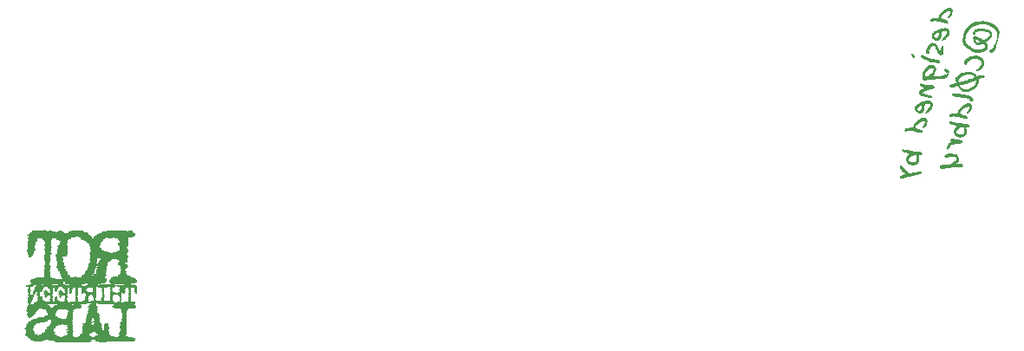
<source format=gbl>
G04 Layer: BottomLayer*
G04 EasyEDA v6.5.42, 2024-05-12 21:09:34*
G04 1d647ef2606c44bcac5a4b3005b26544,156c37ef0924441e834bf69462bb4c55,10*
G04 Gerber Generator version 0.2*
G04 Scale: 100 percent, Rotated: No, Reflected: No *
G04 Dimensions in millimeters *
G04 leading zeros omitted , absolute positions ,4 integer and 5 decimal *
%FSLAX45Y45*%
%MOMM*%

%ADD10C,0.0001*%

%LPD*%
G36*
X11023549Y3657650D02*
G01*
X11023549Y3656329D01*
X11013897Y3656329D01*
X11013897Y3654958D01*
X11006988Y3654958D01*
X11006988Y3653637D01*
X10993221Y3653637D01*
X10993221Y3654298D01*
X10992612Y3654806D01*
X10990326Y3655009D01*
X10989208Y3655364D01*
X10989056Y3656329D01*
X10978032Y3656329D01*
X10978032Y3654958D01*
X10928350Y3654958D01*
X10928350Y3653637D01*
X10915904Y3653637D01*
X10915751Y3652723D01*
X10914634Y3652367D01*
X10912398Y3652113D01*
X10911941Y3651859D01*
X10911382Y3651148D01*
X10909401Y3650742D01*
X10908639Y3649827D01*
X10906607Y3649218D01*
X10904575Y3647338D01*
X10902950Y3646627D01*
X10894466Y3639159D01*
X10892790Y3638346D01*
X10891367Y3637229D01*
X10890199Y3635857D01*
X10889284Y3634181D01*
X10881461Y3625951D01*
X10879226Y3622751D01*
X10876178Y3619652D01*
X10874705Y3617772D01*
X10874400Y3616807D01*
X10873638Y3615791D01*
X10872571Y3614928D01*
X10871860Y3613912D01*
X10871606Y3613048D01*
X10870692Y3611676D01*
X10868355Y3609289D01*
X10865916Y3609238D01*
X10865002Y3608882D01*
X10864697Y3608374D01*
X10863681Y3608019D01*
X10860989Y3607968D01*
X10859008Y3610660D01*
X10856366Y3610711D01*
X10855350Y3611067D01*
X10855096Y3611575D01*
X10854334Y3611930D01*
X10852404Y3611981D01*
X10852404Y3602583D01*
X10855299Y3602634D01*
X10856417Y3602990D01*
X10856722Y3603548D01*
X10857839Y3603904D01*
X10859414Y3604006D01*
X10860532Y3604361D01*
X10860684Y3605276D01*
X10871758Y3605276D01*
X10871758Y3583787D01*
X10867593Y3583787D01*
X10867694Y3581958D01*
X10868152Y3581095D01*
X10869320Y3580434D01*
X10867593Y3579672D01*
X10867593Y3577082D01*
X11022025Y3577082D01*
X11024158Y3575964D01*
X11024819Y3573678D01*
X11024057Y3571392D01*
X11021872Y3570376D01*
X11020806Y3570376D01*
X11020806Y3577082D01*
X10867593Y3577082D01*
X10867593Y3571697D01*
X10868558Y3571595D01*
X10868914Y3570884D01*
X10869066Y3569817D01*
X10869422Y3569106D01*
X10870184Y3568598D01*
X10870590Y3566718D01*
X10871047Y3566312D01*
X10871758Y3566312D01*
X10871758Y3557574D01*
X10868355Y3554323D01*
X10866577Y3553104D01*
X10865612Y3552799D01*
X10864596Y3552088D01*
X10863681Y3551021D01*
X10862462Y3550310D01*
X10860684Y3550208D01*
X10860684Y3542182D01*
X10863580Y3542131D01*
X10864697Y3541725D01*
X10864951Y3541217D01*
X10865662Y3540861D01*
X10867593Y3540810D01*
X10867593Y3535426D01*
X10866221Y3535426D01*
X10866221Y3527399D01*
X10864850Y3527399D01*
X10864850Y3518001D01*
X10866221Y3518001D01*
X10866221Y3483051D01*
X10864850Y3483051D01*
X10864850Y3472891D01*
X10857941Y3466388D01*
X10857941Y3444087D01*
X10859312Y3444087D01*
X10859312Y3438753D01*
X10860278Y3438651D01*
X10860633Y3437940D01*
X10860735Y3436874D01*
X10861141Y3436162D01*
X10861649Y3435908D01*
X10862005Y3434842D01*
X10862157Y3433267D01*
X10862513Y3432200D01*
X10863021Y3431844D01*
X10863427Y3430778D01*
X10863529Y3429203D01*
X10863884Y3428136D01*
X10864392Y3427882D01*
X10864799Y3427171D01*
X10865053Y3425698D01*
X10866018Y3424732D01*
X10866628Y3421430D01*
X10867186Y3421126D01*
X10867542Y3420059D01*
X10867644Y3418484D01*
X10867999Y3417417D01*
X10868964Y3417265D01*
X10868964Y3410559D01*
X10870387Y3410559D01*
X10870387Y3405174D01*
X10871301Y3405022D01*
X10871708Y3403904D01*
X10871962Y3401720D01*
X10872419Y3401110D01*
X10872724Y3401009D01*
X10873079Y3400094D01*
X10873130Y3397707D01*
X10876534Y3394405D01*
X10878972Y3394354D01*
X10879886Y3393998D01*
X10880039Y3393084D01*
X10897971Y3393084D01*
X10898073Y3393998D01*
X10898784Y3394354D01*
X10900308Y3394608D01*
X10901019Y3395573D01*
X10903051Y3396234D01*
X10904524Y3397402D01*
X10905744Y3398774D01*
X10906353Y3400348D01*
X10907064Y3401364D01*
X10908995Y3402787D01*
X10909046Y3405378D01*
X10909452Y3406343D01*
X10909960Y3406597D01*
X10910316Y3407308D01*
X10910417Y3408375D01*
X10910824Y3409086D01*
X10911332Y3409340D01*
X10911738Y3410407D01*
X10911840Y3411982D01*
X10912195Y3413048D01*
X10912703Y3413302D01*
X10913110Y3414064D01*
X10913364Y3415537D01*
X10914126Y3416046D01*
X10914481Y3417112D01*
X10914583Y3418687D01*
X10914938Y3419754D01*
X10915497Y3420059D01*
X10915853Y3421024D01*
X10915904Y3423412D01*
X10918799Y3426104D01*
X10919866Y3427526D01*
X10920222Y3428441D01*
X10921288Y3429863D01*
X10923574Y3432301D01*
X10924387Y3434384D01*
X10924895Y3434689D01*
X10925556Y3434689D01*
X10925556Y3442766D01*
X10926927Y3442766D01*
X10926927Y3450844D01*
X10927892Y3450945D01*
X10928248Y3451860D01*
X10928553Y3453892D01*
X10929213Y3455060D01*
X10930128Y3455873D01*
X10931652Y3456279D01*
X10932718Y3457041D01*
X10934141Y3458514D01*
X10936478Y3459581D01*
X10938357Y3461258D01*
X10940034Y3463137D01*
X10941151Y3465525D01*
X10942116Y3465576D01*
X10942116Y3475024D01*
X10941151Y3475075D01*
X10940745Y3476040D01*
X10939373Y3478072D01*
X10936325Y3481374D01*
X10932972Y3484422D01*
X10929467Y3486556D01*
X10928553Y3487623D01*
X10927334Y3488334D01*
X10925556Y3488436D01*
X10925556Y3493820D01*
X10927486Y3493871D01*
X10928197Y3494227D01*
X10928451Y3494735D01*
X10929162Y3495090D01*
X10930229Y3495192D01*
X10930991Y3495548D01*
X10931194Y3496106D01*
X10931956Y3496462D01*
X10933836Y3496513D01*
X10933836Y3505911D01*
X10932871Y3506012D01*
X10932515Y3506927D01*
X10932464Y3509314D01*
X10934903Y3511600D01*
X10937138Y3512870D01*
X10939170Y3514445D01*
X10943488Y3518611D01*
X10943488Y3527399D01*
X10942116Y3527399D01*
X10942116Y3540201D01*
X10944555Y3542487D01*
X10946841Y3543808D01*
X10949228Y3545738D01*
X10954562Y3550869D01*
X10954562Y3559606D01*
X10947654Y3559606D01*
X10947654Y3560622D01*
X10949178Y3562858D01*
X10957966Y3571697D01*
X10960404Y3571748D01*
X10961319Y3572103D01*
X10961471Y3573068D01*
X10966958Y3573068D01*
X10966958Y3574389D01*
X10976660Y3574389D01*
X10976660Y3575710D01*
X10990427Y3575710D01*
X10990427Y3574389D01*
X11001502Y3574389D01*
X11001502Y3573068D01*
X11006988Y3573068D01*
X11007140Y3572103D01*
X11008106Y3571748D01*
X11009528Y3571646D01*
X11011001Y3571138D01*
X11012525Y3569766D01*
X11012525Y3558286D01*
X11015370Y3558235D01*
X11016488Y3557879D01*
X11016640Y3556914D01*
X11022177Y3556914D01*
X11022177Y3552190D01*
X11026546Y3548024D01*
X11028578Y3546449D01*
X11029594Y3546043D01*
X11034115Y3542334D01*
X11035944Y3541572D01*
X11037366Y3540251D01*
X11037366Y3530650D01*
X11035893Y3529329D01*
X11034826Y3528822D01*
X11033201Y3528720D01*
X11033150Y3526840D01*
X11032794Y3526129D01*
X11032286Y3525875D01*
X11031880Y3524808D01*
X11031778Y3523234D01*
X11031423Y3522167D01*
X11030864Y3521913D01*
X11030508Y3521201D01*
X11030407Y3520135D01*
X11030051Y3519424D01*
X11029492Y3519170D01*
X11029137Y3518103D01*
X11029035Y3516528D01*
X11028680Y3515461D01*
X11028121Y3515156D01*
X11027765Y3514039D01*
X11027511Y3511854D01*
X11027003Y3511245D01*
X11026343Y3511245D01*
X11026343Y3505911D01*
X11025378Y3505809D01*
X11025022Y3505098D01*
X11025022Y3504031D01*
X11025378Y3503320D01*
X11026140Y3502863D01*
X11026698Y3500882D01*
X11028680Y3498900D01*
X11029696Y3496767D01*
X11031982Y3494328D01*
X11033048Y3492754D01*
X11033252Y3491788D01*
X11033658Y3491229D01*
X11034166Y3490976D01*
X11034522Y3489909D01*
X11034674Y3488334D01*
X11035030Y3487267D01*
X11035538Y3486912D01*
X11035944Y3485845D01*
X11035944Y3484321D01*
X11035538Y3483203D01*
X11035030Y3483000D01*
X11034318Y3481324D01*
X11032490Y3479037D01*
X11029797Y3476345D01*
X11027968Y3474059D01*
X11027664Y3472942D01*
X11027257Y3472383D01*
X11026343Y3472332D01*
X11026343Y3466947D01*
X11025378Y3466846D01*
X11024920Y3465880D01*
X11025225Y3464915D01*
X11025886Y3463950D01*
X11026800Y3463188D01*
X11028121Y3462782D01*
X11029442Y3461918D01*
X11031829Y3459632D01*
X11031829Y3444087D01*
X11032794Y3443935D01*
X11033150Y3442868D01*
X11033252Y3441293D01*
X11033658Y3440226D01*
X11034166Y3439972D01*
X11034522Y3439261D01*
X11034674Y3438194D01*
X11035030Y3437483D01*
X11035538Y3437229D01*
X11035944Y3436162D01*
X11036046Y3434587D01*
X11036401Y3433521D01*
X11037366Y3433368D01*
X11037366Y3425850D01*
X11034471Y3423158D01*
X11033404Y3421684D01*
X11033099Y3420719D01*
X11032388Y3419703D01*
X11031321Y3418789D01*
X11030559Y3417620D01*
X11030407Y3416655D01*
X11030051Y3415995D01*
X11029492Y3415792D01*
X11029137Y3415182D01*
X11028984Y3414166D01*
X11028222Y3412998D01*
X11027156Y3412083D01*
X11026444Y3410915D01*
X11026140Y3409543D01*
X11025124Y3408578D01*
X11024920Y3407156D01*
X11025124Y3405733D01*
X11025632Y3405174D01*
X11026343Y3405174D01*
X11026343Y3398469D01*
X11027714Y3398469D01*
X11027714Y3393084D01*
X11028375Y3393084D01*
X11028984Y3392678D01*
X11029035Y3391763D01*
X11028578Y3390646D01*
X11027714Y3389731D01*
X11026343Y3388766D01*
X11026241Y3386175D01*
X11025886Y3385159D01*
X11024920Y3385007D01*
X11024920Y3361436D01*
X11031829Y3354882D01*
X11031880Y3352495D01*
X11032286Y3351580D01*
X11033201Y3351428D01*
X11033201Y3346043D01*
X11034623Y3346043D01*
X11034623Y3327247D01*
X11033912Y3327247D01*
X11033404Y3326536D01*
X11033201Y3322167D01*
X11031829Y3321202D01*
X11074298Y3321202D01*
X11076025Y3322015D01*
X11076076Y3325672D01*
X11076432Y3327044D01*
X11076940Y3327349D01*
X11077346Y3328060D01*
X11077448Y3329127D01*
X11077803Y3329838D01*
X11078362Y3330092D01*
X11078718Y3331159D01*
X11078819Y3332734D01*
X11079175Y3333800D01*
X11079734Y3334105D01*
X11080089Y3334816D01*
X11080343Y3336290D01*
X11081308Y3337255D01*
X11081562Y3339439D01*
X11081969Y3340557D01*
X11082477Y3340862D01*
X11082832Y3341928D01*
X11082985Y3343503D01*
X11083340Y3344570D01*
X11083848Y3344875D01*
X11084255Y3345942D01*
X11084356Y3347516D01*
X11084712Y3348583D01*
X11085220Y3348888D01*
X11085626Y3350006D01*
X11085880Y3352190D01*
X11086846Y3353358D01*
X11087252Y3356203D01*
X11088014Y3356965D01*
X11088370Y3358032D01*
X11088471Y3359607D01*
X11088827Y3360674D01*
X11089792Y3360826D01*
X11089792Y3366211D01*
X11091214Y3366211D01*
X11091214Y3372916D01*
X11090249Y3373018D01*
X11089843Y3373729D01*
X11089741Y3374796D01*
X11089386Y3375507D01*
X11088827Y3375710D01*
X11088471Y3376422D01*
X11088370Y3377488D01*
X11088014Y3378200D01*
X11087049Y3378301D01*
X11087049Y3387699D01*
X11088420Y3387699D01*
X11088420Y3405022D01*
X11086693Y3405835D01*
X11088420Y3406597D01*
X11088420Y3413201D01*
X11087455Y3413302D01*
X11087049Y3414268D01*
X11087963Y3415842D01*
X11092383Y3420364D01*
X11095685Y3422294D01*
X11098072Y3424580D01*
X11098022Y3427882D01*
X11097666Y3429152D01*
X11097107Y3429457D01*
X11096752Y3430168D01*
X11096498Y3431641D01*
X11095532Y3432403D01*
X11095278Y3433876D01*
X11094923Y3434587D01*
X11094364Y3434791D01*
X11094008Y3435451D01*
X11093856Y3436467D01*
X11093094Y3437585D01*
X11092027Y3438550D01*
X11091316Y3439617D01*
X11091062Y3440582D01*
X11090351Y3441649D01*
X11088420Y3443071D01*
X11088471Y3445662D01*
X11088827Y3446627D01*
X11089386Y3446881D01*
X11089741Y3447542D01*
X11089894Y3448558D01*
X11090656Y3449675D01*
X11092586Y3451148D01*
X11092586Y3472332D01*
X11093500Y3472484D01*
X11093907Y3473450D01*
X11093958Y3476040D01*
X11095888Y3477514D01*
X11096599Y3478631D01*
X11096752Y3479647D01*
X11097107Y3480257D01*
X11097666Y3480460D01*
X11098022Y3481171D01*
X11098123Y3482238D01*
X11098530Y3482949D01*
X11099038Y3483152D01*
X11099393Y3483864D01*
X11099546Y3484930D01*
X11099901Y3485642D01*
X11100866Y3485743D01*
X11100866Y3494532D01*
X11092586Y3502456D01*
X11092535Y3504844D01*
X11092129Y3505758D01*
X11091214Y3505911D01*
X11091214Y3525520D01*
X11095329Y3529279D01*
X11095329Y3538118D01*
X11093958Y3538118D01*
X11093958Y3543503D01*
X11092992Y3543604D01*
X11092637Y3544315D01*
X11092535Y3545382D01*
X11092129Y3546094D01*
X11091214Y3546195D01*
X11091214Y3552596D01*
X11093094Y3554018D01*
X11093856Y3555034D01*
X11094110Y3556000D01*
X11095228Y3557473D01*
X11098072Y3560165D01*
X11098022Y3563518D01*
X11097666Y3564788D01*
X11096701Y3565398D01*
X11096904Y3566414D01*
X11097818Y3567937D01*
X11102238Y3572256D01*
X11102238Y3579774D01*
X11122914Y3579774D01*
X11122914Y3578402D01*
X11128451Y3578402D01*
X11128603Y3577488D01*
X11129721Y3577132D01*
X11132007Y3576878D01*
X11133175Y3575913D01*
X11135461Y3575659D01*
X11136579Y3575304D01*
X11136833Y3574796D01*
X11137392Y3574440D01*
X11138357Y3574237D01*
X11139830Y3573373D01*
X11142268Y3571087D01*
X11142268Y3564229D01*
X11144199Y3562299D01*
X11158829Y3562299D01*
X11158829Y3563670D01*
X11171986Y3563670D01*
X11180622Y3555237D01*
X11184483Y3552037D01*
X11186312Y3551123D01*
X11186515Y3550615D01*
X11187277Y3550259D01*
X11189157Y3550208D01*
X11189157Y3549192D01*
X11188801Y3548379D01*
X11186210Y3545382D01*
X11179505Y3538880D01*
X11179454Y3535578D01*
X11179098Y3534308D01*
X11178540Y3533952D01*
X11178184Y3532886D01*
X11178082Y3531311D01*
X11177727Y3530244D01*
X11177168Y3529888D01*
X11176812Y3528822D01*
X11176711Y3527247D01*
X11176355Y3526180D01*
X11175796Y3525875D01*
X11175441Y3524808D01*
X11175339Y3523234D01*
X11174933Y3522167D01*
X11174425Y3521913D01*
X11174069Y3521201D01*
X11173968Y3520135D01*
X11173561Y3519424D01*
X11173053Y3519170D01*
X11172647Y3518103D01*
X11172545Y3516528D01*
X11172190Y3515461D01*
X11171682Y3515207D01*
X11171275Y3514496D01*
X11171174Y3513429D01*
X11170818Y3512718D01*
X11170259Y3512515D01*
X11169345Y3510381D01*
X11168176Y3508908D01*
X11166754Y3507740D01*
X11165128Y3507130D01*
X11164112Y3506419D01*
X11163198Y3505352D01*
X11162080Y3504641D01*
X11160506Y3504133D01*
X11158423Y3502253D01*
X11157305Y3501847D01*
X11156086Y3501847D01*
X11156086Y3495141D01*
X11157458Y3495141D01*
X11157458Y3476345D01*
X11156086Y3476345D01*
X11156086Y3464255D01*
X11154664Y3464255D01*
X11154664Y3456178D01*
X11153292Y3456178D01*
X11153292Y3449472D01*
X11152327Y3449320D01*
X11151971Y3448253D01*
X11151870Y3446678D01*
X11151514Y3445611D01*
X11150955Y3445357D01*
X11150600Y3444646D01*
X11150498Y3443579D01*
X11150092Y3442868D01*
X11149177Y3442766D01*
X11149177Y3428644D01*
X11144808Y3424478D01*
X11142776Y3422853D01*
X11141760Y3422446D01*
X11140135Y3421176D01*
X11136731Y3417976D01*
X11136731Y3410559D01*
X11137696Y3410407D01*
X11138052Y3409492D01*
X11138103Y3407105D01*
X11142878Y3402482D01*
X11144758Y3400145D01*
X11145418Y3398520D01*
X11146383Y3398469D01*
X11146383Y3389325D01*
X11201603Y3389325D01*
X11201603Y3398469D01*
X11202568Y3398621D01*
X11202924Y3399688D01*
X11203025Y3401263D01*
X11203381Y3402329D01*
X11204346Y3402482D01*
X11204346Y3407867D01*
X11202974Y3407867D01*
X11202974Y3413201D01*
X11202263Y3413201D01*
X11201806Y3413912D01*
X11201603Y3417976D01*
X11204702Y3420872D01*
X11205413Y3420821D01*
X11205718Y3419094D01*
X11205718Y3409187D01*
X11206784Y3409187D01*
X11207648Y3408781D01*
X11211153Y3405886D01*
X11217503Y3400044D01*
X11219840Y3398469D01*
X11220602Y3398265D01*
X11221313Y3397300D01*
X11223294Y3396894D01*
X11223701Y3396437D01*
X11223701Y3395776D01*
X11236096Y3395776D01*
X11236198Y3396691D01*
X11236960Y3397046D01*
X11238026Y3397148D01*
X11238738Y3397504D01*
X11238941Y3398012D01*
X11239500Y3398418D01*
X11241430Y3399129D01*
X11243360Y3400806D01*
X11245037Y3402685D01*
X11246205Y3405073D01*
X11247170Y3405174D01*
X11247170Y3415334D01*
X11250980Y3418992D01*
X11252454Y3420872D01*
X11252758Y3421837D01*
X11253520Y3422853D01*
X11255400Y3424275D01*
X11255400Y3433368D01*
X11254028Y3433368D01*
X11254028Y3452164D01*
X11252657Y3452164D01*
X11252657Y3470960D01*
X11251285Y3470960D01*
X11251285Y3488436D01*
X11249914Y3488436D01*
X11249914Y3505911D01*
X11248542Y3505911D01*
X11248542Y3523335D01*
X11247170Y3523335D01*
X11247170Y3529482D01*
X11250980Y3533190D01*
X11252454Y3535121D01*
X11252708Y3536137D01*
X11253114Y3536696D01*
X11254028Y3536797D01*
X11254028Y3555034D01*
X11255502Y3556355D01*
X11256416Y3556863D01*
X11257889Y3557270D01*
X11258753Y3558184D01*
X11259362Y3559556D01*
X11259566Y3563670D01*
X11261496Y3563721D01*
X11262207Y3564077D01*
X11262309Y3564991D01*
X11267846Y3564991D01*
X11267846Y3566312D01*
X11278870Y3566312D01*
X11278870Y3567684D01*
X11284407Y3567684D01*
X11284508Y3568598D01*
X11285270Y3568954D01*
X11287150Y3569004D01*
X11287150Y3574389D01*
X11288115Y3574542D01*
X11288471Y3575608D01*
X11288623Y3577183D01*
X11288979Y3578250D01*
X11289487Y3578504D01*
X11289893Y3579266D01*
X11289944Y3581095D01*
X11291722Y3581196D01*
X11292890Y3581908D01*
X11293856Y3582974D01*
X11295075Y3583686D01*
X11296091Y3583838D01*
X11296751Y3584194D01*
X11296904Y3584701D01*
X11297462Y3585108D01*
X11298428Y3585260D01*
X11299901Y3586124D01*
X11302339Y3588410D01*
X11302390Y3591763D01*
X11302796Y3592982D01*
X11303050Y3593185D01*
X11303508Y3592779D01*
X11303711Y3590493D01*
X11309248Y3590493D01*
X11309248Y3589172D01*
X11320272Y3589172D01*
X11320272Y3587800D01*
X11325809Y3587800D01*
X11325910Y3588765D01*
X11326672Y3589121D01*
X11327739Y3589223D01*
X11328450Y3589578D01*
X11328704Y3590086D01*
X11329416Y3590442D01*
X11330482Y3590544D01*
X11331244Y3590899D01*
X11331448Y3591458D01*
X11332159Y3591814D01*
X11333683Y3592068D01*
X11334089Y3592525D01*
X11334089Y3593185D01*
X11339626Y3593185D01*
X11339728Y3594150D01*
X11340439Y3594506D01*
X11341557Y3594506D01*
X11342268Y3594150D01*
X11342370Y3593185D01*
X11352022Y3593185D01*
X11352022Y3592525D01*
X11352631Y3592068D01*
X11354917Y3591814D01*
X11356035Y3591458D01*
X11356340Y3590899D01*
X11357457Y3590544D01*
X11359032Y3590442D01*
X11360150Y3590086D01*
X11360505Y3589578D01*
X11361572Y3589223D01*
X11363858Y3588969D01*
X11364874Y3588004D01*
X11366804Y3587648D01*
X11367312Y3586886D01*
X11368074Y3586530D01*
X11369141Y3586429D01*
X11369852Y3586073D01*
X11370106Y3585565D01*
X11370818Y3585210D01*
X11371884Y3585108D01*
X11372646Y3584701D01*
X11372850Y3584194D01*
X11373561Y3583838D01*
X11374628Y3583736D01*
X11375390Y3583381D01*
X11375796Y3582670D01*
X11378031Y3581755D01*
X11380012Y3580129D01*
X11381689Y3578199D01*
X11382806Y3575812D01*
X11383365Y3575608D01*
X11383721Y3574897D01*
X11383975Y3573424D01*
X11384737Y3572967D01*
X11385092Y3572205D01*
X11385346Y3570732D01*
X11386108Y3570274D01*
X11386464Y3569563D01*
X11386616Y3568496D01*
X11386972Y3567785D01*
X11387734Y3567379D01*
X11388242Y3565499D01*
X11389055Y3564534D01*
X11390223Y3563874D01*
X11392357Y3563620D01*
X11393322Y3563213D01*
X11393424Y3562299D01*
X11409984Y3562299D01*
X11409984Y3562959D01*
X11410594Y3563467D01*
X11414150Y3563670D01*
X11414201Y3560876D01*
X11414556Y3559759D01*
X11415115Y3559505D01*
X11415471Y3558895D01*
X11415623Y3557879D01*
X11416385Y3556711D01*
X11417452Y3555796D01*
X11418163Y3554831D01*
X11418570Y3553409D01*
X11419332Y3552494D01*
X11420297Y3551834D01*
X11421770Y3551529D01*
X11422329Y3551123D01*
X11422532Y3550615D01*
X11423294Y3550259D01*
X11424361Y3550158D01*
X11425072Y3549802D01*
X11425478Y3549091D01*
X11427358Y3548583D01*
X11428323Y3547872D01*
X11429034Y3546957D01*
X11429390Y3545484D01*
X11429746Y3544925D01*
X11430304Y3544722D01*
X11430660Y3544011D01*
X11430711Y3542182D01*
X11433556Y3542131D01*
X11434673Y3541725D01*
X11435029Y3541217D01*
X11436096Y3540861D01*
X11438991Y3540810D01*
X11439042Y3538931D01*
X11439398Y3538220D01*
X11439956Y3538016D01*
X11440312Y3537305D01*
X11440566Y3535832D01*
X11441531Y3535070D01*
X11441785Y3533597D01*
X11442192Y3532886D01*
X11442700Y3532632D01*
X11443055Y3531920D01*
X11443106Y3530092D01*
X11445036Y3530041D01*
X11445798Y3529634D01*
X11446002Y3529126D01*
X11446713Y3528771D01*
X11448237Y3528517D01*
X11449253Y3527602D01*
X11451539Y3527348D01*
X11452606Y3526993D01*
X11452961Y3526434D01*
X11454079Y3526078D01*
X11455654Y3525977D01*
X11456771Y3525621D01*
X11457025Y3525113D01*
X11457787Y3524758D01*
X11458854Y3524656D01*
X11459565Y3524300D01*
X11459819Y3523742D01*
X11460530Y3523386D01*
X11461597Y3523284D01*
X11462359Y3522929D01*
X11462512Y3522421D01*
X11463121Y3522065D01*
X11464594Y3521760D01*
X11465610Y3521049D01*
X11466322Y3520084D01*
X11466626Y3518611D01*
X11467033Y3518052D01*
X11467541Y3517900D01*
X11467896Y3517137D01*
X11468049Y3516122D01*
X11468404Y3515410D01*
X11469370Y3515309D01*
X11469370Y3498392D01*
X11469959Y3497834D01*
X11565991Y3497834D01*
X11565991Y3507994D01*
X11570766Y3512616D01*
X11572595Y3514750D01*
X11573052Y3515766D01*
X11574119Y3517188D01*
X11576405Y3519627D01*
X11577218Y3521710D01*
X11577980Y3522167D01*
X11578336Y3523234D01*
X11578437Y3524808D01*
X11578793Y3525875D01*
X11579758Y3526028D01*
X11579758Y3532733D01*
X11580469Y3532733D01*
X11580926Y3533343D01*
X11581333Y3536187D01*
X11582298Y3537204D01*
X11582704Y3539083D01*
X11583720Y3540048D01*
X11583924Y3543503D01*
X11585803Y3543554D01*
X11586565Y3543909D01*
X11587022Y3544671D01*
X11589054Y3545230D01*
X11591188Y3547160D01*
X11593220Y3547719D01*
X11593982Y3548684D01*
X11595506Y3548938D01*
X11596217Y3549294D01*
X11596674Y3550005D01*
X11598706Y3550615D01*
X11600738Y3552494D01*
X11603177Y3553510D01*
X11604294Y3554780D01*
X11604599Y3555796D01*
X11604447Y3556609D01*
X11603634Y3557015D01*
X11603278Y3557727D01*
X11602974Y3559251D01*
X11602364Y3559911D01*
X11601500Y3560267D01*
X11603228Y3561079D01*
X11603228Y3566312D01*
X11608765Y3566312D01*
X11608765Y3567684D01*
X11614251Y3567684D01*
X11614251Y3571087D01*
X11616690Y3573373D01*
X11618061Y3574237D01*
X11619026Y3574491D01*
X11620042Y3575202D01*
X11620957Y3576269D01*
X11622074Y3576980D01*
X11623040Y3577183D01*
X11624157Y3577894D01*
X11625122Y3578961D01*
X11626291Y3579672D01*
X11627307Y3579825D01*
X11627967Y3580180D01*
X11628170Y3580688D01*
X11628932Y3581044D01*
X11629999Y3581146D01*
X11630710Y3581501D01*
X11630812Y3582466D01*
X11637721Y3582466D01*
X11637721Y3581095D01*
X11646001Y3581095D01*
X11646001Y3579774D01*
X11652910Y3579774D01*
X11652910Y3578402D01*
X11658447Y3578402D01*
X11658447Y3577082D01*
X11665356Y3577082D01*
X11665356Y3575710D01*
X11684660Y3575710D01*
X11684812Y3576675D01*
X11685930Y3577031D01*
X11687505Y3577132D01*
X11688622Y3577488D01*
X11688978Y3577996D01*
X11692788Y3578809D01*
X11693093Y3579368D01*
X11694210Y3579723D01*
X11695785Y3579825D01*
X11696903Y3580180D01*
X11697055Y3581095D01*
X11703964Y3581095D01*
X11704116Y3582060D01*
X11705132Y3582365D01*
X11707774Y3582365D01*
X11713972Y3575812D01*
X11731599Y3575710D01*
X11731599Y3574389D01*
X11748160Y3574389D01*
X11748160Y3563670D01*
X11749125Y3563518D01*
X11749481Y3562807D01*
X11749735Y3561334D01*
X11750700Y3560622D01*
X11751310Y3558641D01*
X11753240Y3556660D01*
X11754154Y3554577D01*
X11756847Y3552037D01*
X11758117Y3551580D01*
X11759184Y3551580D01*
X11759184Y3544824D01*
X11760149Y3544722D01*
X11760504Y3544011D01*
X11760504Y3542995D01*
X11760149Y3542284D01*
X11759590Y3541979D01*
X11759234Y3540912D01*
X11759133Y3539337D01*
X11758777Y3538270D01*
X11757812Y3538118D01*
X11757812Y3532733D01*
X11756440Y3532733D01*
X11756440Y3527399D01*
X11754866Y3527450D01*
X11753748Y3527958D01*
X11752275Y3529329D01*
X11752275Y3535426D01*
X11735714Y3535426D01*
X11735714Y3532733D01*
X11739575Y3532733D01*
X11740997Y3530904D01*
X11742013Y3530193D01*
X11743436Y3529787D01*
X11745366Y3528161D01*
X11745366Y3520694D01*
X11752275Y3520694D01*
X11752376Y3519728D01*
X11753138Y3519373D01*
X11755018Y3519322D01*
X11755018Y3513937D01*
X11745366Y3513937D01*
X11745417Y3511143D01*
X11745823Y3510076D01*
X11746331Y3509772D01*
X11746687Y3508705D01*
X11746738Y3505911D01*
X11752275Y3505911D01*
X11752275Y3505200D01*
X11752986Y3504742D01*
X11757202Y3504539D01*
X11759539Y3502202D01*
X11760860Y3499967D01*
X11762790Y3497732D01*
X11767820Y3492906D01*
X11766600Y3492449D01*
X11766143Y3491687D01*
X11765991Y3490671D01*
X11765229Y3489553D01*
X11764162Y3488639D01*
X11763451Y3487470D01*
X11763248Y3486454D01*
X11762892Y3485845D01*
X11762130Y3485337D01*
X11761927Y3483051D01*
X11757812Y3483051D01*
X11757812Y3473653D01*
X11763298Y3473653D01*
X11763298Y3468878D01*
X11760911Y3466592D01*
X11759590Y3465728D01*
X11758015Y3465017D01*
X11754815Y3462172D01*
X11752529Y3461004D01*
X11749278Y3458108D01*
X11747042Y3457143D01*
X11745010Y3455263D01*
X11742978Y3454654D01*
X11742623Y3454196D01*
X11742623Y3453536D01*
X11730786Y3453536D01*
X11729415Y3452063D01*
X11728907Y3450590D01*
X11728754Y3449218D01*
X11728399Y3448253D01*
X11727840Y3447999D01*
X11727484Y3446932D01*
X11727383Y3445357D01*
X11727027Y3444290D01*
X11726468Y3443935D01*
X11726113Y3442868D01*
X11726062Y3440074D01*
X11709501Y3440074D01*
X11709501Y3438753D01*
X11702592Y3438753D01*
X11702592Y3437382D01*
X11694312Y3437382D01*
X11694312Y3436061D01*
X11668099Y3436061D01*
X11668099Y3437077D01*
X11667591Y3438347D01*
X11666372Y3439769D01*
X11664899Y3440937D01*
X11662664Y3441852D01*
X11662562Y3442766D01*
X11647678Y3442766D01*
X11646204Y3444646D01*
X11645036Y3445357D01*
X11644020Y3445510D01*
X11643360Y3445865D01*
X11643156Y3446373D01*
X11642394Y3446729D01*
X11641328Y3446830D01*
X11640616Y3447186D01*
X11640515Y3448151D01*
X11630812Y3448151D01*
X11630812Y3446779D01*
X11618417Y3446779D01*
X11618417Y3447846D01*
X11618112Y3448913D01*
X11617401Y3449828D01*
X11616436Y3450539D01*
X11614912Y3450894D01*
X11614353Y3451250D01*
X11614251Y3452164D01*
X11608765Y3452164D01*
X11608663Y3453129D01*
X11606072Y3453942D01*
X11605818Y3454450D01*
X11604701Y3454806D01*
X11603126Y3454908D01*
X11602008Y3455263D01*
X11601754Y3455771D01*
X11600992Y3456127D01*
X11599926Y3456228D01*
X11599214Y3456635D01*
X11598910Y3457143D01*
X11597843Y3457498D01*
X11595557Y3457752D01*
X11594541Y3458667D01*
X11592610Y3459073D01*
X11591798Y3460038D01*
X11589410Y3460242D01*
X11589359Y3462070D01*
X11589004Y3462782D01*
X11588445Y3463036D01*
X11588089Y3463747D01*
X11587835Y3465220D01*
X11586870Y3466185D01*
X11586260Y3469487D01*
X11585295Y3469640D01*
X11585295Y3475024D01*
X11584330Y3475126D01*
X11583974Y3476040D01*
X11583670Y3478123D01*
X11583009Y3479292D01*
X11581993Y3480054D01*
X11580418Y3480409D01*
X11579860Y3480765D01*
X11579656Y3481324D01*
X11577980Y3481984D01*
X11575643Y3483762D01*
X11572849Y3486404D01*
X11570462Y3488182D01*
X11569801Y3488436D01*
X11568734Y3488436D01*
X11568684Y3491229D01*
X11568277Y3492296D01*
X11567363Y3492449D01*
X11567363Y3497834D01*
X11469959Y3497834D01*
X11470792Y3497072D01*
X11471910Y3496564D01*
X11472824Y3496462D01*
X11473434Y3496056D01*
X11473586Y3495548D01*
X11474145Y3495192D01*
X11475110Y3495040D01*
X11476278Y3494481D01*
X11477955Y3492906D01*
X11476228Y3492347D01*
X11476177Y3488690D01*
X11475821Y3487318D01*
X11475059Y3486505D01*
X11474805Y3484321D01*
X11474450Y3483203D01*
X11473891Y3482898D01*
X11473535Y3481832D01*
X11473434Y3480257D01*
X11473078Y3479190D01*
X11472113Y3479037D01*
X11472113Y3469640D01*
X11473078Y3469538D01*
X11473992Y3467404D01*
X11475161Y3465982D01*
X11476532Y3464763D01*
X11478056Y3464102D01*
X11479377Y3463239D01*
X11481765Y3460953D01*
X11481765Y3454857D01*
X11480393Y3454857D01*
X11480393Y3449472D01*
X11479428Y3449320D01*
X11479072Y3448253D01*
X11478971Y3446678D01*
X11478615Y3445611D01*
X11478056Y3445306D01*
X11477701Y3444240D01*
X11477599Y3442665D01*
X11477193Y3441598D01*
X11476685Y3441242D01*
X11476329Y3440176D01*
X11476177Y3438651D01*
X11475821Y3437534D01*
X11475313Y3437331D01*
X11474907Y3436772D01*
X11474602Y3435350D01*
X11473942Y3434384D01*
X11473027Y3433673D01*
X11471706Y3433318D01*
X11470792Y3432759D01*
X11469370Y3431438D01*
X11469370Y3419957D01*
X11470030Y3419957D01*
X11470538Y3419348D01*
X11470944Y3416503D01*
X11471910Y3415334D01*
X11472519Y3412032D01*
X11473078Y3411728D01*
X11473434Y3410661D01*
X11473535Y3409086D01*
X11473891Y3408019D01*
X11474450Y3407714D01*
X11474805Y3406597D01*
X11475059Y3404412D01*
X11475567Y3403803D01*
X11476228Y3403803D01*
X11476228Y3395878D01*
X11477955Y3395319D01*
X11473891Y3391408D01*
X11472367Y3389376D01*
X11471706Y3387801D01*
X11470741Y3387699D01*
X11470741Y3374288D01*
X11469370Y3374288D01*
X11469370Y3365195D01*
X11471249Y3363722D01*
X11472011Y3362553D01*
X11472164Y3361588D01*
X11472519Y3360928D01*
X11473078Y3360724D01*
X11473434Y3360013D01*
X11473688Y3358540D01*
X11474653Y3357778D01*
X11474907Y3356305D01*
X11475313Y3355594D01*
X11475821Y3355289D01*
X11476177Y3354222D01*
X11476329Y3352647D01*
X11476685Y3351580D01*
X11477193Y3351225D01*
X11477599Y3350006D01*
X11477650Y3346704D01*
X11470386Y3339744D01*
X11467236Y3337051D01*
X11466068Y3336493D01*
X11461546Y3332784D01*
X11460683Y3332479D01*
X11459362Y3331616D01*
X11456924Y3329330D01*
X11456924Y3318154D01*
X11458854Y3316732D01*
X11459565Y3315563D01*
X11459768Y3314547D01*
X11460124Y3313937D01*
X11460886Y3313429D01*
X11461089Y3312515D01*
X11460886Y3311550D01*
X11460124Y3311042D01*
X11459768Y3310331D01*
X11459616Y3309264D01*
X11459260Y3308553D01*
X11458498Y3308045D01*
X11458092Y3306165D01*
X11457127Y3305403D01*
X11456873Y3303930D01*
X11456517Y3303219D01*
X11455958Y3302965D01*
X11455603Y3302254D01*
X11455349Y3300780D01*
X11454384Y3300018D01*
X11454130Y3298545D01*
X11453723Y3297834D01*
X11453215Y3297631D01*
X11452860Y3296869D01*
X11452606Y3295446D01*
X11451844Y3294938D01*
X11451488Y3294227D01*
X11451336Y3293160D01*
X11450980Y3292449D01*
X11450015Y3292348D01*
X11450015Y3282950D01*
X11448643Y3282950D01*
X11448643Y3277565D01*
X11447678Y3277463D01*
X11447322Y3276752D01*
X11447272Y3274872D01*
X11445494Y3274771D01*
X11444274Y3274060D01*
X11443360Y3272993D01*
X11442344Y3272282D01*
X11441430Y3272078D01*
X11440007Y3271164D01*
X11437620Y3268878D01*
X11437620Y3264153D01*
X11434114Y3264153D01*
X11430812Y3260852D01*
X11429492Y3259124D01*
X11429238Y3258159D01*
X11427409Y3256279D01*
X11426698Y3255111D01*
X11426139Y3253486D01*
X11425377Y3252978D01*
X11424970Y3251098D01*
X11424513Y3250692D01*
X11423802Y3250692D01*
X11423802Y3234588D01*
X11421668Y3234334D01*
X11420652Y3233623D01*
X11419941Y3232658D01*
X11419636Y3231184D01*
X11419230Y3230626D01*
X11418722Y3230473D01*
X11418316Y3229914D01*
X11418011Y3228441D01*
X11417300Y3227527D01*
X11416284Y3226816D01*
X11414810Y3226460D01*
X11414252Y3226104D01*
X11413794Y3225393D01*
X11411762Y3224784D01*
X11409680Y3222904D01*
X11408105Y3222396D01*
X11407038Y3221685D01*
X11406073Y3220618D01*
X11404955Y3219907D01*
X11403990Y3219704D01*
X11402872Y3218992D01*
X11401958Y3217926D01*
X11400840Y3217214D01*
X11399824Y3217011D01*
X11398758Y3216300D01*
X11397792Y3215284D01*
X11396776Y3214573D01*
X11395354Y3214166D01*
X11394440Y3213455D01*
X11393728Y3212490D01*
X11393373Y3211068D01*
X11393017Y3210509D01*
X11494211Y3210407D01*
X11494211Y3218484D01*
X11495176Y3218586D01*
X11495532Y3219297D01*
X11495786Y3220770D01*
X11496751Y3221482D01*
X11496954Y3222193D01*
X11498783Y3224682D01*
X11507571Y3233724D01*
X11509349Y3236112D01*
X11509806Y3237026D01*
X11511737Y3239008D01*
X11512346Y3240938D01*
X11512854Y3241294D01*
X11513515Y3241294D01*
X11513515Y3246678D01*
X11514886Y3246678D01*
X11514886Y3254756D01*
X11516258Y3254756D01*
X11516258Y3260090D01*
X11517680Y3260090D01*
X11517680Y3265474D01*
X11518595Y3265576D01*
X11519001Y3266287D01*
X11519103Y3267354D01*
X11519458Y3268065D01*
X11520017Y3268319D01*
X11520373Y3269386D01*
X11520474Y3270961D01*
X11520830Y3272028D01*
X11521389Y3272332D01*
X11521744Y3273450D01*
X11521998Y3275634D01*
X11522964Y3276600D01*
X11523218Y3278073D01*
X11523624Y3278784D01*
X11524132Y3279038D01*
X11524488Y3279749D01*
X11524742Y3281222D01*
X11525504Y3281679D01*
X11526418Y3283864D01*
X11527637Y3285286D01*
X11529110Y3286506D01*
X11530380Y3286963D01*
X11531447Y3286963D01*
X11531447Y3311144D01*
X11532412Y3311296D01*
X11532768Y3312363D01*
X11532920Y3313937D01*
X11533276Y3315004D01*
X11533784Y3315360D01*
X11534140Y3316427D01*
X11534292Y3317951D01*
X11534648Y3319068D01*
X11535613Y3319221D01*
X11535613Y3324555D01*
X11536984Y3324555D01*
X11536984Y3335324D01*
X11538356Y3335324D01*
X11538356Y3346043D01*
X11539067Y3346043D01*
X11539524Y3346653D01*
X11539931Y3349498D01*
X11540896Y3350463D01*
X11541506Y3352393D01*
X11543487Y3354476D01*
X11544096Y3356457D01*
X11544554Y3356813D01*
X11545265Y3356813D01*
X11545265Y3363518D01*
X11544300Y3363620D01*
X11543944Y3364331D01*
X11543842Y3365398D01*
X11543436Y3366109D01*
X11542928Y3366312D01*
X11542572Y3367024D01*
X11542471Y3368090D01*
X11542064Y3368801D01*
X11541302Y3369310D01*
X11540896Y3371189D01*
X11540439Y3371596D01*
X11539728Y3371596D01*
X11539728Y3382314D01*
X11541099Y3382314D01*
X11541099Y3387699D01*
X11542522Y3387699D01*
X11542522Y3393084D01*
X11543436Y3393186D01*
X11543842Y3393897D01*
X11543893Y3395776D01*
X11548008Y3395776D01*
X11548059Y3393897D01*
X11548465Y3393186D01*
X11549176Y3392779D01*
X11549989Y3390696D01*
X11552936Y3387496D01*
X11554256Y3385159D01*
X11558320Y3380994D01*
X11564569Y3380994D01*
X11564569Y3379622D01*
X11571478Y3379622D01*
X11571478Y3370783D01*
X11568633Y3368090D01*
X11567515Y3366668D01*
X11567160Y3365754D01*
X11566093Y3364331D01*
X11563197Y3361639D01*
X11563146Y3358286D01*
X11562791Y3357016D01*
X11562486Y3356813D01*
X11561826Y3356813D01*
X11561826Y3350107D01*
X11560860Y3349955D01*
X11560505Y3348888D01*
X11560403Y3347313D01*
X11559997Y3346246D01*
X11559489Y3345992D01*
X11558574Y3344164D01*
X11555272Y3340404D01*
X11550446Y3335629D01*
X11547144Y3332022D01*
X11546484Y3330803D01*
X11543792Y3327806D01*
X11542674Y3326231D01*
X11542471Y3325215D01*
X11542064Y3324656D01*
X11541556Y3324402D01*
X11541150Y3323336D01*
X11541150Y3321761D01*
X11541556Y3320694D01*
X11542064Y3320440D01*
X11542471Y3319729D01*
X11542572Y3318662D01*
X11542928Y3317951D01*
X11543690Y3317443D01*
X11543944Y3316020D01*
X11544300Y3315258D01*
X11545265Y3315157D01*
X11545265Y3307130D01*
X11546636Y3307130D01*
X11546636Y3295040D01*
X11545265Y3295040D01*
X11545265Y3286963D01*
X11544300Y3286810D01*
X11543944Y3285947D01*
X11543893Y3283559D01*
X11534241Y3274263D01*
X11534241Y3250692D01*
X11532819Y3250692D01*
X11532819Y3239973D01*
X11531904Y3239820D01*
X11531498Y3238906D01*
X11531447Y3236518D01*
X11528044Y3233267D01*
X11524691Y3233216D01*
X11523370Y3232810D01*
X11523167Y3232556D01*
X11523167Y3231896D01*
X11510772Y3231896D01*
X11510721Y3230016D01*
X11510314Y3229305D01*
X11509806Y3229102D01*
X11509451Y3228390D01*
X11509298Y3227374D01*
X11508943Y3226612D01*
X11508181Y3226155D01*
X11507927Y3224682D01*
X11507571Y3223971D01*
X11507012Y3223717D01*
X11506657Y3223006D01*
X11506403Y3221532D01*
X11505438Y3220821D01*
X11504625Y3218789D01*
X11501678Y3215589D01*
X11500815Y3213557D01*
X11500053Y3212693D01*
X11499037Y3212033D01*
X11497259Y3211576D01*
X11496852Y3210814D01*
X11496090Y3210458D01*
X11392763Y3210407D01*
X11392255Y3209848D01*
X11392052Y3206699D01*
X11390122Y3205276D01*
X11389410Y3204159D01*
X11389207Y3203194D01*
X11388445Y3202127D01*
X11387378Y3201212D01*
X11386667Y3200044D01*
X11386515Y3198317D01*
X11383670Y3198266D01*
X11382552Y3197910D01*
X11382248Y3197402D01*
X11381130Y3197047D01*
X11378844Y3196793D01*
X11378234Y3196285D01*
X11378234Y3195624D01*
X11365839Y3195624D01*
X11365839Y3194304D01*
X11357559Y3194304D01*
X11357559Y3195624D01*
X11349278Y3195624D01*
X11349126Y3196590D01*
X11348008Y3196945D01*
X11345722Y3197199D01*
X11344554Y3198114D01*
X11342268Y3198368D01*
X11341150Y3198723D01*
X11340846Y3199282D01*
X11339728Y3199638D01*
X11337442Y3199841D01*
X11336223Y3200806D01*
X11333988Y3201060D01*
X11332870Y3201416D01*
X11332718Y3202330D01*
X11320881Y3202330D01*
X11319510Y3200908D01*
X11319002Y3199638D01*
X11318646Y3197758D01*
X11317986Y3196691D01*
X11316970Y3195929D01*
X11315446Y3195574D01*
X11314887Y3195218D01*
X11314684Y3194710D01*
X11313922Y3194354D01*
X11312855Y3194253D01*
X11312144Y3193897D01*
X11311991Y3192932D01*
X11306505Y3192932D01*
X11306505Y3191611D01*
X11288522Y3191611D01*
X11288420Y3192526D01*
X11287709Y3192881D01*
X11285778Y3192932D01*
X11285778Y3198317D01*
X11283645Y3198571D01*
X11282680Y3199282D01*
X11281918Y3200196D01*
X11281562Y3201568D01*
X11280800Y3202584D01*
X11279733Y3203498D01*
X11278971Y3204667D01*
X11278819Y3205632D01*
X11278463Y3206292D01*
X11277701Y3206800D01*
X11277447Y3208223D01*
X11277092Y3208985D01*
X11276533Y3209188D01*
X11276177Y3209899D01*
X11275923Y3211372D01*
X11274958Y3212084D01*
X11274450Y3213862D01*
X11273739Y3214827D01*
X11272774Y3215487D01*
X11271250Y3215843D01*
X11270691Y3216198D01*
X11270488Y3216706D01*
X11269776Y3217062D01*
X11268710Y3217164D01*
X11267948Y3217519D01*
X11267744Y3218078D01*
X11266982Y3218434D01*
X11265916Y3218535D01*
X11265204Y3218891D01*
X11264950Y3219399D01*
X11264239Y3219754D01*
X11263172Y3219856D01*
X11262461Y3220212D01*
X11262207Y3220770D01*
X11261496Y3221126D01*
X11260429Y3221228D01*
X11259667Y3221583D01*
X11259413Y3222091D01*
X11258499Y3222447D01*
X11256365Y3222752D01*
X11255146Y3223412D01*
X11254333Y3224326D01*
X11253978Y3225901D01*
X11253622Y3226460D01*
X11253114Y3226714D01*
X11252708Y3227781D01*
X11252708Y3229305D01*
X11253114Y3230422D01*
X11254028Y3230575D01*
X11254028Y3237280D01*
X11255400Y3237280D01*
X11255400Y3252063D01*
X11254486Y3252165D01*
X11254079Y3253130D01*
X11253978Y3254502D01*
X11253419Y3255975D01*
X11252098Y3257397D01*
X11244376Y3257397D01*
X11244224Y3258362D01*
X11243310Y3258718D01*
X11241176Y3259023D01*
X11240008Y3259632D01*
X11239195Y3260598D01*
X11238788Y3262172D01*
X11238433Y3262731D01*
X11237925Y3262934D01*
X11237518Y3264001D01*
X11237417Y3265576D01*
X11237061Y3266643D01*
X11236502Y3266998D01*
X11236147Y3268065D01*
X11236045Y3269640D01*
X11235690Y3270707D01*
X11235131Y3270961D01*
X11234775Y3271672D01*
X11234674Y3272739D01*
X11234318Y3273450D01*
X11233759Y3273653D01*
X11233404Y3274618D01*
X11233099Y3276650D01*
X11232438Y3277819D01*
X11231473Y3278632D01*
X11229848Y3278987D01*
X11229289Y3279343D01*
X11229136Y3279851D01*
X11228578Y3280206D01*
X11227612Y3280410D01*
X11225377Y3281883D01*
X11224310Y3283204D01*
X11223752Y3284372D01*
X11223752Y3285286D01*
X11224666Y3285794D01*
X11225022Y3286861D01*
X11225123Y3288436D01*
X11225479Y3289503D01*
X11226038Y3289757D01*
X11226393Y3290468D01*
X11226495Y3291535D01*
X11226850Y3292246D01*
X11227409Y3292449D01*
X11228527Y3294735D01*
X11230152Y3296665D01*
X11232032Y3298342D01*
X11234115Y3299307D01*
X11235791Y3300729D01*
X11236096Y3301339D01*
X11235080Y3301644D01*
X11229187Y3301746D01*
X11229187Y3303066D01*
X11218164Y3303066D01*
X11218062Y3304032D01*
X11217300Y3304387D01*
X11215420Y3304438D01*
X11215471Y3307232D01*
X11215827Y3308299D01*
X11216792Y3308451D01*
X11216792Y3313836D01*
X11218164Y3313836D01*
X11218164Y3320542D01*
X11219535Y3320542D01*
X11219535Y3332022D01*
X11216132Y3335223D01*
X11214303Y3336493D01*
X11212626Y3336645D01*
X11212525Y3338423D01*
X11211814Y3339541D01*
X11209883Y3341014D01*
X11209832Y3343605D01*
X11209477Y3344570D01*
X11208512Y3344722D01*
X11208512Y3350107D01*
X11207140Y3350107D01*
X11207140Y3359505D01*
X11208512Y3359505D01*
X11208512Y3381806D01*
X11205616Y3384499D01*
X11204549Y3385972D01*
X11204244Y3386937D01*
X11203533Y3387902D01*
X11201603Y3389325D01*
X11146383Y3389325D01*
X11146383Y3372916D01*
X11145012Y3372916D01*
X11145012Y3356813D01*
X11147552Y3356711D01*
X11149126Y3356101D01*
X11150854Y3354578D01*
X11149177Y3354019D01*
X11149177Y3347415D01*
X11150092Y3347313D01*
X11150498Y3346602D01*
X11150600Y3345535D01*
X11150955Y3344824D01*
X11151514Y3344570D01*
X11151870Y3343503D01*
X11151971Y3341928D01*
X11152327Y3340862D01*
X11152886Y3340608D01*
X11153241Y3339846D01*
X11153495Y3338423D01*
X11154003Y3338017D01*
X11154664Y3338017D01*
X11154664Y3332632D01*
X11156086Y3332632D01*
X11156086Y3316528D01*
X11155121Y3316427D01*
X11154714Y3315868D01*
X11154308Y3314700D01*
X11151717Y3311702D01*
X11145012Y3305149D01*
X11145012Y3299053D01*
X11145977Y3298951D01*
X11146332Y3298240D01*
X11146434Y3297174D01*
X11146840Y3296462D01*
X11147348Y3296208D01*
X11147704Y3295142D01*
X11147806Y3293567D01*
X11148212Y3292500D01*
X11148720Y3292246D01*
X11149076Y3291535D01*
X11149228Y3290468D01*
X11149584Y3289757D01*
X11150346Y3289350D01*
X11150854Y3287877D01*
X11153089Y3285236D01*
X11156289Y3281984D01*
X11158474Y3279444D01*
X11158931Y3278327D01*
X11159642Y3277362D01*
X11160709Y3276447D01*
X11161471Y3275279D01*
X11161623Y3274263D01*
X11161979Y3273653D01*
X11162944Y3273552D01*
X11162944Y3256076D01*
X11168481Y3256076D01*
X11168481Y3254756D01*
X11174018Y3254756D01*
X11174120Y3253790D01*
X11174831Y3253435D01*
X11176762Y3253384D01*
X11176762Y3235909D01*
X11178133Y3235909D01*
X11178133Y3227882D01*
X11179098Y3227781D01*
X11179454Y3227070D01*
X11179505Y3225190D01*
X11183670Y3225190D01*
X11183620Y3222396D01*
X11183213Y3221329D01*
X11182299Y3221177D01*
X11182299Y3215030D01*
X11187785Y3209848D01*
X11187785Y3202330D01*
X11193322Y3202330D01*
X11193322Y3196285D01*
X11197691Y3192119D01*
X11199876Y3190494D01*
X11201603Y3190290D01*
X11201501Y3181604D01*
X11201196Y3179927D01*
X11200587Y3179724D01*
X11198555Y3182213D01*
X11176762Y3182213D01*
X11176762Y3180842D01*
X11156086Y3180842D01*
X11156086Y3179521D01*
X11147755Y3179521D01*
X11147755Y3178200D01*
X11142268Y3178200D01*
X11142167Y3179114D01*
X11141506Y3179470D01*
X11140490Y3179622D01*
X11139271Y3180334D01*
X11138306Y3181400D01*
X11137239Y3182112D01*
X11135664Y3182620D01*
X11133582Y3184499D01*
X11131550Y3185109D01*
X11131092Y3185820D01*
X11130483Y3186176D01*
X11129416Y3186328D01*
X11128248Y3187039D01*
X11127282Y3188106D01*
X11126114Y3188817D01*
X11125047Y3188970D01*
X11124387Y3189325D01*
X11124336Y3190290D01*
X11104981Y3190290D01*
X11104981Y3191611D01*
X11092586Y3191611D01*
X11092586Y3196996D01*
X11090910Y3197148D01*
X11089081Y3198418D01*
X11085677Y3201619D01*
X11085677Y3215792D01*
X11087049Y3215792D01*
X11087049Y3226511D01*
X11088420Y3226511D01*
X11088420Y3241294D01*
X11087455Y3241446D01*
X11087100Y3242564D01*
X11086846Y3244748D01*
X11085880Y3245713D01*
X11085626Y3247186D01*
X11085220Y3247898D01*
X11084712Y3248101D01*
X11084356Y3248863D01*
X11084102Y3250336D01*
X11083340Y3250793D01*
X11082985Y3251504D01*
X11082832Y3252571D01*
X11082477Y3253282D01*
X11081715Y3253790D01*
X11081308Y3255670D01*
X11080343Y3256432D01*
X11079734Y3258413D01*
X11078768Y3259429D01*
X11077397Y3260394D01*
X11077448Y3262985D01*
X11077803Y3264001D01*
X11078362Y3264204D01*
X11078718Y3264763D01*
X11078972Y3265830D01*
X11080445Y3267760D01*
X11082578Y3269945D01*
X11084052Y3271875D01*
X11084712Y3273450D01*
X11085677Y3273552D01*
X11085677Y3278936D01*
X11087049Y3278936D01*
X11087049Y3285642D01*
X11088420Y3285642D01*
X11088420Y3295040D01*
X11089792Y3295040D01*
X11089792Y3307130D01*
X11088014Y3307232D01*
X11086846Y3307943D01*
X11084864Y3309721D01*
X11083290Y3310280D01*
X11080648Y3312769D01*
X11079988Y3314293D01*
X11076178Y3318865D01*
X11075924Y3319830D01*
X11075466Y3320592D01*
X11074298Y3321202D01*
X11031829Y3321202D01*
X11030864Y3320186D01*
X11030254Y3318205D01*
X11029289Y3317443D01*
X11029035Y3316020D01*
X11028680Y3315258D01*
X11028121Y3315055D01*
X11027765Y3314344D01*
X11027511Y3312871D01*
X11027003Y3312515D01*
X11026343Y3312515D01*
X11026343Y3307130D01*
X11025378Y3306978D01*
X11025022Y3305962D01*
X11024920Y3303371D01*
X11027714Y3301441D01*
X11027714Y3292906D01*
X11029137Y3291586D01*
X11030254Y3291078D01*
X11031829Y3290976D01*
X11031829Y3284270D01*
X11030864Y3284118D01*
X11030508Y3283051D01*
X11030407Y3281476D01*
X11030051Y3280410D01*
X11029492Y3280156D01*
X11029137Y3279546D01*
X11028984Y3278530D01*
X11028222Y3277362D01*
X11027156Y3276447D01*
X11026444Y3275279D01*
X11026241Y3274263D01*
X11025886Y3273653D01*
X11025378Y3273399D01*
X11025022Y3272282D01*
X11025022Y3270758D01*
X11025378Y3269691D01*
X11025632Y3269488D01*
X11026343Y3269488D01*
X11026343Y3262782D01*
X11024920Y3262782D01*
X11024920Y3241294D01*
X11026343Y3241294D01*
X11026343Y3221177D01*
X11027714Y3221177D01*
X11027714Y3213100D01*
X11026343Y3213100D01*
X11026343Y3204260D01*
X11024870Y3202940D01*
X11023752Y3202432D01*
X11022177Y3202330D01*
X11022177Y3196996D01*
X11022888Y3196996D01*
X11023396Y3196640D01*
X11023549Y3195878D01*
X11023244Y3194862D01*
X11022126Y3193542D01*
X11021009Y3193034D01*
X11020094Y3192881D01*
X11019485Y3192526D01*
X11019332Y3192018D01*
X11018570Y3191662D01*
X11017504Y3191560D01*
X11016742Y3191205D01*
X11016640Y3190290D01*
X11004245Y3190290D01*
X11004245Y3191611D01*
X10995964Y3191611D01*
X10995761Y3193237D01*
X10994491Y3195015D01*
X10991189Y3198317D01*
X10988751Y3198266D01*
X10987836Y3197910D01*
X10987684Y3196996D01*
X10978032Y3196996D01*
X10978032Y3195624D01*
X10971123Y3195624D01*
X10971123Y3194304D01*
X10965586Y3194304D01*
X10965586Y3192932D01*
X10958677Y3192932D01*
X10958677Y3191611D01*
X10953191Y3191611D01*
X10953191Y3190290D01*
X10947654Y3190290D01*
X10947654Y3188919D01*
X10942116Y3188919D01*
X10942116Y3187598D01*
X10936630Y3187598D01*
X10936630Y3186226D01*
X10931093Y3186226D01*
X10931093Y3184906D01*
X10925556Y3184906D01*
X10925556Y3183534D01*
X10920018Y3183534D01*
X10920018Y3182213D01*
X10914532Y3182213D01*
X10914380Y3181299D01*
X10913262Y3180892D01*
X10910976Y3180689D01*
X10909757Y3179724D01*
X10906404Y3179114D01*
X10906099Y3178606D01*
X10904982Y3178251D01*
X11022177Y3178200D01*
X11022228Y3186785D01*
X11022533Y3188411D01*
X11023092Y3188716D01*
X11024920Y3186988D01*
X11024920Y3178200D01*
X10904169Y3178200D01*
X10902696Y3177997D01*
X10901781Y3177032D01*
X10899546Y3176117D01*
X10897616Y3174492D01*
X10895939Y3172612D01*
X10894771Y3170224D01*
X10894009Y3169716D01*
X10893602Y3167837D01*
X10892637Y3166821D01*
X10892231Y3163976D01*
X10891266Y3163011D01*
X10890859Y3161131D01*
X10889894Y3160115D01*
X10889488Y3157270D01*
X10888522Y3156305D01*
X10888268Y3154832D01*
X10887862Y3154121D01*
X10887354Y3153867D01*
X10886998Y3152749D01*
X10886846Y3151225D01*
X10886490Y3150158D01*
X10885982Y3149803D01*
X10885576Y3148736D01*
X10885525Y3145942D01*
X10887456Y3145891D01*
X10888218Y3145536D01*
X10888319Y3144621D01*
X10893806Y3144621D01*
X10893856Y3141827D01*
X10894263Y3140710D01*
X10895025Y3139998D01*
X10895431Y3137154D01*
X10896396Y3136138D01*
X10896600Y3133852D01*
X10902086Y3133852D01*
X10902035Y3131972D01*
X10901680Y3131261D01*
X10900816Y3130804D01*
X10900765Y3129940D01*
X10901578Y3128467D01*
X11047018Y3128467D01*
X11047018Y3127146D01*
X11057483Y3127146D01*
X11059210Y3125368D01*
X11059363Y3124809D01*
X11059007Y3124555D01*
X11057534Y3124504D01*
X11056772Y3124860D01*
X11056670Y3125774D01*
X11045647Y3125774D01*
X11045647Y3127146D01*
X11026343Y3127146D01*
X11026343Y3128467D01*
X10901578Y3128467D01*
X10903610Y3126536D01*
X10901483Y3124454D01*
X10987684Y3124454D01*
X10987684Y3125774D01*
X10994593Y3125774D01*
X10994593Y3127146D01*
X11011357Y3127095D01*
X11014405Y3126841D01*
X11014862Y3126130D01*
X11012243Y3123488D01*
X11099495Y3123488D01*
X11099800Y3124200D01*
X11101628Y3125571D01*
X11102949Y3125825D01*
X11103508Y3126232D01*
X11103711Y3126740D01*
X11104473Y3127095D01*
X11105540Y3127197D01*
X11106251Y3127552D01*
X11106505Y3128060D01*
X11107216Y3128416D01*
X11108283Y3128518D01*
X11109045Y3128873D01*
X11109147Y3129838D01*
X11120170Y3129838D01*
X11120170Y3128467D01*
X11132616Y3128467D01*
X11132769Y3129432D01*
X11133836Y3129788D01*
X11136122Y3130042D01*
X11136731Y3130499D01*
X11136731Y3131159D01*
X11147755Y3131159D01*
X11147755Y3130499D01*
X11148364Y3130042D01*
X11150650Y3129788D01*
X11151768Y3129432D01*
X11151920Y3128467D01*
X11158829Y3128416D01*
X11159896Y3128111D01*
X11159777Y3127806D01*
X11169853Y3127806D01*
X11170462Y3128264D01*
X11171936Y3128467D01*
X11173409Y3128264D01*
X11174018Y3127806D01*
X11173409Y3127349D01*
X11171936Y3127146D01*
X11170462Y3127349D01*
X11169853Y3127806D01*
X11159777Y3127806D01*
X11159540Y3127197D01*
X11158159Y3125774D01*
X11194694Y3125774D01*
X11194796Y3126740D01*
X11195558Y3127095D01*
X11196624Y3127197D01*
X11197336Y3127552D01*
X11197640Y3128060D01*
X11201450Y3128873D01*
X11201755Y3129432D01*
X11202873Y3129788D01*
X11205108Y3130042D01*
X11206073Y3130956D01*
X11208054Y3131464D01*
X11209020Y3132378D01*
X11209680Y3133750D01*
X11209934Y3136442D01*
X11210290Y3137712D01*
X11211255Y3137865D01*
X11211255Y3144621D01*
X11210290Y3144774D01*
X11209934Y3145840D01*
X11209832Y3147415D01*
X11209477Y3148482D01*
X11208918Y3148736D01*
X11208562Y3149447D01*
X11208461Y3150514D01*
X11208054Y3151225D01*
X11207546Y3151428D01*
X11207191Y3152140D01*
X11207089Y3153206D01*
X11206683Y3153918D01*
X11206175Y3154172D01*
X11205819Y3155238D01*
X11205667Y3156813D01*
X11205311Y3157880D01*
X11204803Y3158134D01*
X11204397Y3158845D01*
X11204295Y3159912D01*
X11203940Y3160623D01*
X11203381Y3160776D01*
X11203025Y3161131D01*
X11203025Y3161639D01*
X11203381Y3161995D01*
X11203940Y3161995D01*
X11204448Y3161131D01*
X11205210Y3160776D01*
X11206276Y3160674D01*
X11207038Y3160318D01*
X11207242Y3159760D01*
X11207953Y3159404D01*
X11209020Y3159302D01*
X11209782Y3158947D01*
X11209985Y3158439D01*
X11210747Y3158083D01*
X11211814Y3157982D01*
X11212525Y3157626D01*
X11212830Y3157118D01*
X11213896Y3156762D01*
X11216182Y3156508D01*
X11216640Y3156254D01*
X11216944Y3155746D01*
X11218062Y3155391D01*
X11219637Y3155289D01*
X11220754Y3154934D01*
X11221008Y3154426D01*
X11221567Y3154070D01*
X11222482Y3153918D01*
X11223599Y3153410D01*
X11225072Y3152089D01*
X11225072Y3141929D01*
X11226038Y3141827D01*
X11226393Y3141167D01*
X11226546Y3140202D01*
X11227308Y3139033D01*
X11228374Y3138119D01*
X11229086Y3137154D01*
X11229441Y3136138D01*
X11231118Y3134055D01*
X11235385Y3129838D01*
X11265103Y3129838D01*
X11265204Y3128873D01*
X11265916Y3128518D01*
X11266982Y3128416D01*
X11267744Y3128060D01*
X11267948Y3127552D01*
X11268710Y3127197D01*
X11269776Y3127095D01*
X11270488Y3126740D01*
X11270945Y3125978D01*
X11272875Y3125520D01*
X11273840Y3124708D01*
X11274576Y3123133D01*
X11392052Y3123133D01*
X11392052Y3125774D01*
X11394948Y3125825D01*
X11396014Y3126232D01*
X11396218Y3126486D01*
X11396218Y3127146D01*
X11407241Y3127146D01*
X11407241Y3128467D01*
X11414150Y3128467D01*
X11414302Y3129432D01*
X11415217Y3129788D01*
X11417655Y3129838D01*
X11428577Y3140557D01*
X11434521Y3140557D01*
X11435994Y3138728D01*
X11437213Y3137966D01*
X11438229Y3137814D01*
X11438890Y3137458D01*
X11439093Y3136950D01*
X11439855Y3136595D01*
X11440922Y3136493D01*
X11441633Y3136138D01*
X11442141Y3135376D01*
X11444122Y3135020D01*
X11444630Y3134258D01*
X11445341Y3133902D01*
X11446408Y3133801D01*
X11447170Y3133445D01*
X11447424Y3132937D01*
X11451234Y3132124D01*
X11451386Y3131159D01*
X11467947Y3131159D01*
X11468100Y3129432D01*
X11468811Y3128264D01*
X11469370Y3127806D01*
X11546636Y3127806D01*
X11547246Y3128264D01*
X11549532Y3128518D01*
X11550599Y3128873D01*
X11550802Y3129178D01*
X11550802Y3129838D01*
X11557660Y3129838D01*
X11557660Y3128467D01*
X11568734Y3128467D01*
X11568836Y3129432D01*
X11569547Y3129788D01*
X11571071Y3130042D01*
X11572087Y3130956D01*
X11574373Y3131210D01*
X11575440Y3131566D01*
X11575796Y3132124D01*
X11576913Y3132480D01*
X11578488Y3132582D01*
X11579606Y3132937D01*
X11579758Y3133852D01*
X11585295Y3133852D01*
X11585295Y3132531D01*
X11600484Y3132531D01*
X11600586Y3133445D01*
X11601297Y3133801D01*
X11602364Y3133902D01*
X11603126Y3134258D01*
X11603583Y3135020D01*
X11605615Y3135579D01*
X11607749Y3137509D01*
X11609781Y3138068D01*
X11610238Y3138830D01*
X11611000Y3139186D01*
X11612067Y3139287D01*
X11612778Y3139643D01*
X11613235Y3140354D01*
X11615267Y3140964D01*
X11617401Y3142843D01*
X11619433Y3143453D01*
X11619890Y3144164D01*
X11620652Y3144570D01*
X11621719Y3144672D01*
X11622430Y3145028D01*
X11622887Y3145739D01*
X11624767Y3146247D01*
X11625732Y3147009D01*
X11626443Y3148076D01*
X11627154Y3150717D01*
X11628323Y3152241D01*
X11629796Y3153511D01*
X11631168Y3154019D01*
X11632234Y3154019D01*
X11632234Y3168497D01*
X11634114Y3169920D01*
X11634876Y3170885D01*
X11635130Y3171850D01*
X11638940Y3176422D01*
X11639194Y3177387D01*
X11639956Y3178403D01*
X11641023Y3179318D01*
X11641785Y3180486D01*
X11641886Y3182213D01*
X11632234Y3182213D01*
X11632234Y3183534D01*
X11626697Y3183534D01*
X11626596Y3184499D01*
X11625834Y3184855D01*
X11624767Y3184956D01*
X11624056Y3185312D01*
X11623802Y3185820D01*
X11622836Y3186176D01*
X11621414Y3186328D01*
X11619941Y3186836D01*
X11618417Y3188157D01*
X11618417Y3200400D01*
X11624157Y3205988D01*
X11626342Y3208477D01*
X11626850Y3209544D01*
X11629542Y3212592D01*
X11630660Y3214166D01*
X11630863Y3215132D01*
X11631269Y3215690D01*
X11632234Y3215792D01*
X11632234Y3223818D01*
X11631269Y3223920D01*
X11630863Y3224580D01*
X11630710Y3225596D01*
X11629999Y3226714D01*
X11628932Y3227679D01*
X11628170Y3228848D01*
X11628018Y3229813D01*
X11627662Y3230473D01*
X11626697Y3230575D01*
X11626697Y3237280D01*
X11627662Y3237382D01*
X11628018Y3238093D01*
X11628120Y3239160D01*
X11628475Y3239871D01*
X11629034Y3240074D01*
X11629390Y3240786D01*
X11629644Y3242259D01*
X11630406Y3242767D01*
X11630761Y3243478D01*
X11631015Y3244951D01*
X11631523Y3245358D01*
X11632234Y3245358D01*
X11632234Y3254756D01*
X11631269Y3254908D01*
X11630863Y3255975D01*
X11630761Y3257550D01*
X11630406Y3258616D01*
X11629440Y3258769D01*
X11629440Y3264153D01*
X11630406Y3264255D01*
X11630761Y3264966D01*
X11631015Y3266440D01*
X11632031Y3267202D01*
X11632438Y3269132D01*
X11633403Y3269894D01*
X11633657Y3271367D01*
X11634012Y3272078D01*
X11634978Y3272180D01*
X11634978Y3278936D01*
X11633606Y3278936D01*
X11633606Y3296361D01*
X11634571Y3296462D01*
X11634927Y3297174D01*
X11635028Y3298240D01*
X11635384Y3298951D01*
X11635943Y3299155D01*
X11636298Y3299866D01*
X11636400Y3300933D01*
X11636756Y3301644D01*
X11637314Y3301847D01*
X11637670Y3302558D01*
X11637772Y3303625D01*
X11638127Y3304336D01*
X11638686Y3304540D01*
X11639042Y3305251D01*
X11639143Y3306318D01*
X11639550Y3307029D01*
X11640515Y3307130D01*
X11640515Y3329940D01*
X11641886Y3329940D01*
X11641886Y3339337D01*
X11646001Y3339337D01*
X11646001Y3340404D01*
X11646509Y3341624D01*
X11647728Y3343046D01*
X11649202Y3344214D01*
X11651437Y3345129D01*
X11651945Y3345891D01*
X11653875Y3346246D01*
X11654383Y3347008D01*
X11655145Y3347364D01*
X11656212Y3347465D01*
X11656923Y3347821D01*
X11657177Y3348329D01*
X11657888Y3348685D01*
X11658955Y3348786D01*
X11659717Y3349142D01*
X11659920Y3349701D01*
X11660479Y3350056D01*
X11662257Y3350615D01*
X11663680Y3351834D01*
X11664848Y3353358D01*
X11665915Y3356711D01*
X11667286Y3358134D01*
X11675008Y3358134D01*
X11675008Y3363518D01*
X11676786Y3363518D01*
X11678208Y3363772D01*
X11679377Y3364433D01*
X11680190Y3365347D01*
X11680596Y3366922D01*
X11680952Y3367481D01*
X11681460Y3367684D01*
X11681866Y3368395D01*
X11681917Y3370224D01*
X11688775Y3370224D01*
X11688775Y3371596D01*
X11702592Y3371596D01*
X11702592Y3372916D01*
X11723319Y3372916D01*
X11723319Y3374288D01*
X11731244Y3374237D01*
X11732412Y3372764D01*
X11732920Y3371342D01*
X11733174Y3369411D01*
X11734139Y3368497D01*
X11734546Y3366617D01*
X11735511Y3365804D01*
X11735714Y3363518D01*
X11746738Y3363518D01*
X11746738Y3362198D01*
X11753646Y3362198D01*
X11753748Y3361232D01*
X11754510Y3360877D01*
X11755577Y3360775D01*
X11756339Y3360420D01*
X11756542Y3359912D01*
X11757253Y3359556D01*
X11758320Y3359454D01*
X11759082Y3359099D01*
X11759488Y3358337D01*
X11761368Y3357829D01*
X11763654Y3355898D01*
X11762486Y3355441D01*
X11762028Y3354578D01*
X11761876Y3353562D01*
X11761520Y3352901D01*
X11760962Y3352698D01*
X11760606Y3351936D01*
X11760352Y3350463D01*
X11759387Y3349751D01*
X11758777Y3347770D01*
X11756847Y3345738D01*
X11756034Y3343706D01*
X11754053Y3341776D01*
X11753138Y3339744D01*
X11750598Y3337153D01*
X11749074Y3336544D01*
X11747804Y3335680D01*
X11745366Y3333394D01*
X11745366Y3325926D01*
X11746738Y3325926D01*
X11746738Y3313074D01*
X11748312Y3311753D01*
X11750192Y3311245D01*
X11752173Y3311093D01*
X11753443Y3310737D01*
X11753646Y3310483D01*
X11753646Y3309823D01*
X11759184Y3309823D01*
X11759336Y3308858D01*
X11760454Y3308502D01*
X11762740Y3308248D01*
X11763298Y3307791D01*
X11763298Y3307130D01*
X11768836Y3307130D01*
X11768937Y3306165D01*
X11769699Y3305810D01*
X11771579Y3305759D01*
X11771579Y3281578D01*
X11773001Y3281578D01*
X11773001Y3274060D01*
X11777116Y3270300D01*
X11777065Y3266948D01*
X11776710Y3265678D01*
X11776151Y3265373D01*
X11775795Y3264662D01*
X11775694Y3263595D01*
X11775338Y3262884D01*
X11774373Y3262782D01*
X11774373Y3257397D01*
X11773001Y3257397D01*
X11773001Y3250692D01*
X11771579Y3250692D01*
X11771579Y3233267D01*
X11770664Y3233166D01*
X11770258Y3232607D01*
X11770004Y3231591D01*
X11768531Y3229610D01*
X11765534Y3226460D01*
X11764314Y3224123D01*
X11762333Y3222142D01*
X11761927Y3221024D01*
X11761927Y3219805D01*
X11752275Y3219805D01*
X11752275Y3218484D01*
X11746738Y3218484D01*
X11746687Y3216605D01*
X11746331Y3215894D01*
X11745569Y3215386D01*
X11745163Y3213506D01*
X11744198Y3212795D01*
X11743486Y3210864D01*
X11740642Y3207715D01*
X11724690Y3207715D01*
X11724589Y3206800D01*
X11723827Y3206445D01*
X11722760Y3206343D01*
X11722049Y3205988D01*
X11721846Y3205429D01*
X11721185Y3205073D01*
X11720118Y3204921D01*
X11718950Y3204210D01*
X11717985Y3203194D01*
X11716816Y3202482D01*
X11715750Y3202279D01*
X11715140Y3201924D01*
X11714937Y3201416D01*
X11714175Y3201060D01*
X11713108Y3200958D01*
X11712346Y3200603D01*
X11712244Y3199688D01*
X11706758Y3199688D01*
X11706758Y3201009D01*
X11694922Y3201009D01*
X11689588Y3195624D01*
X11682526Y3195624D01*
X11679224Y3192322D01*
X11677954Y3190646D01*
X11677650Y3189681D01*
X11675821Y3187801D01*
X11675110Y3186633D01*
X11674957Y3185617D01*
X11674551Y3185007D01*
X11673840Y3184550D01*
X11673230Y3182569D01*
X11671249Y3180588D01*
X11670131Y3178352D01*
X11668455Y3176473D01*
X11666524Y3174847D01*
X11664746Y3174034D01*
X11663730Y3173323D01*
X11662308Y3171850D01*
X11660378Y3171190D01*
X11658447Y3169564D01*
X11658447Y3154019D01*
X11659819Y3154019D01*
X11659819Y3146501D01*
X11661292Y3145180D01*
X11662359Y3144672D01*
X11663934Y3144621D01*
X11664035Y3142843D01*
X11664797Y3141726D01*
X11665864Y3140811D01*
X11666626Y3139795D01*
X11667642Y3137814D01*
X11669826Y3135477D01*
X11672265Y3133394D01*
X11674906Y3132124D01*
X11675008Y3131159D01*
X11703964Y3131159D01*
X11704066Y3130245D01*
X11704828Y3129889D01*
X11705894Y3129788D01*
X11706656Y3129432D01*
X11706910Y3128873D01*
X11708028Y3128518D01*
X11709603Y3128416D01*
X11710720Y3128060D01*
X11710873Y3127146D01*
X11716410Y3127146D01*
X11716562Y3126232D01*
X11717680Y3125825D01*
X11719255Y3125724D01*
X11720372Y3125368D01*
X11720525Y3124454D01*
X11739880Y3124454D01*
X11739880Y3125774D01*
X11761927Y3125774D01*
X11761927Y3124454D01*
X11777116Y3124454D01*
X11777116Y3125774D01*
X11784025Y3125774D01*
X11784025Y3127146D01*
X11790934Y3127146D01*
X11791086Y3128060D01*
X11792204Y3128416D01*
X11793829Y3128416D01*
X11794896Y3128060D01*
X11795048Y3127146D01*
X11803380Y3127146D01*
X11803481Y3126232D01*
X11804192Y3125825D01*
X11805259Y3125724D01*
X11806021Y3125368D01*
X11806021Y3124860D01*
X11802922Y3123133D01*
X11799570Y3120085D01*
X11796420Y3116834D01*
X11795048Y3114751D01*
X11794845Y3113989D01*
X11794388Y3113684D01*
X11793728Y3114141D01*
X11793575Y3114649D01*
X11791035Y3115462D01*
X11790527Y3116224D01*
X11788190Y3116376D01*
X11788089Y3118866D01*
X11787581Y3120288D01*
X11786209Y3121761D01*
X11780469Y3121761D01*
X11779097Y3120339D01*
X11778589Y3119272D01*
X11778437Y3118408D01*
X11778081Y3117799D01*
X11777573Y3117799D01*
X11777167Y3118154D01*
X11777116Y3119069D01*
X11770360Y3119069D01*
X11769547Y3117392D01*
X11768886Y3118561D01*
X11767972Y3119018D01*
X11766905Y3119120D01*
X11766194Y3119475D01*
X11765940Y3120034D01*
X11764822Y3120390D01*
X11763197Y3120390D01*
X11762130Y3120034D01*
X11761876Y3119475D01*
X11761266Y3119120D01*
X11760250Y3118916D01*
X11758574Y3117799D01*
X11755729Y3114852D01*
X11754459Y3116326D01*
X11753342Y3117240D01*
X11752173Y3117697D01*
X11751259Y3117646D01*
X11750497Y3116427D01*
X11749938Y3116478D01*
X11749582Y3117240D01*
X11749532Y3119069D01*
X11740184Y3119069D01*
X11738711Y3117240D01*
X11737543Y3116478D01*
X11736527Y3116326D01*
X11735663Y3115868D01*
X11735054Y3114700D01*
X11734393Y3115868D01*
X11733428Y3116326D01*
X11731955Y3116580D01*
X11730990Y3117545D01*
X11727434Y3117748D01*
X11727434Y3114395D01*
X11784025Y3114395D01*
X11784431Y3114852D01*
X11785396Y3115056D01*
X11786362Y3114852D01*
X11786768Y3114395D01*
X11786362Y3113887D01*
X11785396Y3113684D01*
X11784431Y3113887D01*
X11784025Y3114395D01*
X11727434Y3114395D01*
X11727434Y3109671D01*
X11737086Y3109671D01*
X11737086Y3104286D01*
X11743994Y3104286D01*
X11744096Y3103372D01*
X11744756Y3103016D01*
X11745772Y3102864D01*
X11746992Y3102152D01*
X11748465Y3100273D01*
X11755018Y3100273D01*
X11755018Y3099612D01*
X11755678Y3099155D01*
X11759184Y3098952D01*
X11759234Y3096158D01*
X11759590Y3095040D01*
X11760149Y3094786D01*
X11760504Y3094075D01*
X11760758Y3092602D01*
X11761724Y3091637D01*
X11761927Y3090214D01*
X11761724Y3088792D01*
X11760962Y3087979D01*
X11760606Y3086658D01*
X11760555Y3083102D01*
X11757812Y3081172D01*
X11757812Y3078022D01*
X11752275Y3072841D01*
X11752376Y3070758D01*
X11752884Y3069488D01*
X11754256Y3068066D01*
X11759590Y3068015D01*
X11761927Y3067659D01*
X11761622Y3066948D01*
X11759793Y3065627D01*
X11758879Y3065373D01*
X11757812Y3065373D01*
X11757812Y3060293D01*
X11760555Y3058363D01*
X11760504Y3056077D01*
X11759590Y3054248D01*
X11758422Y3053588D01*
X11756898Y3053283D01*
X11755577Y3053384D01*
X11755018Y3053943D01*
X11755018Y3054604D01*
X11746738Y3054604D01*
X11746687Y3053689D01*
X11746077Y3053334D01*
X11744553Y3052978D01*
X11743588Y3052216D01*
X11742877Y3051149D01*
X11742166Y3048508D01*
X11740997Y3046933D01*
X11739524Y3045714D01*
X11737746Y3045155D01*
X11737187Y3044799D01*
X11736933Y3044291D01*
X11735816Y3043936D01*
X11734241Y3043834D01*
X11733123Y3043478D01*
X11732971Y3042513D01*
X11723319Y3042513D01*
X11723166Y3044088D01*
X11722252Y3045510D01*
X11719915Y3047898D01*
X11702592Y3047898D01*
X11702592Y3049219D01*
X11696293Y3049219D01*
X11694922Y3050692D01*
X11694414Y3052165D01*
X11694312Y3054604D01*
X11691569Y3054604D01*
X11691569Y3064002D01*
X11690197Y3064002D01*
X11690197Y3070707D01*
X11689232Y3070860D01*
X11688826Y3071876D01*
X11688775Y3074466D01*
X11691569Y3076397D01*
X11691569Y3086862D01*
X11690604Y3087014D01*
X11690248Y3088030D01*
X11690096Y3089605D01*
X11689638Y3090773D01*
X11689334Y3091078D01*
X11688470Y3091383D01*
X11691569Y3094075D01*
X11691569Y3098952D01*
X11705336Y3098952D01*
X11705488Y3097987D01*
X11706453Y3097631D01*
X11708942Y3097580D01*
X11711686Y3100374D01*
X11713159Y3101441D01*
X11714073Y3101797D01*
X11715800Y3103067D01*
X11719153Y3106267D01*
X11719204Y3108655D01*
X11719560Y3109569D01*
X11720525Y3109671D01*
X11720525Y3115767D01*
X11713311Y3122726D01*
X11709958Y3125419D01*
X11708739Y3125825D01*
X11708180Y3126232D01*
X11708130Y3127146D01*
X11700154Y3127146D01*
X11698173Y3124454D01*
X11694515Y3124504D01*
X11693144Y3124860D01*
X11692940Y3125114D01*
X11692940Y3125774D01*
X11680494Y3125774D01*
X11680494Y3124454D01*
X11658549Y3124454D01*
X11657939Y3122777D01*
X11655907Y3124860D01*
X11654586Y3125673D01*
X11653621Y3125825D01*
X11653012Y3126232D01*
X11652910Y3127146D01*
X11643258Y3127146D01*
X11643258Y3125774D01*
X11634978Y3125774D01*
X11634978Y3127146D01*
X11626697Y3127146D01*
X11626697Y3125774D01*
X11612880Y3125774D01*
X11612880Y3127146D01*
X11594947Y3127146D01*
X11594846Y3126232D01*
X11594084Y3125825D01*
X11593017Y3125724D01*
X11592306Y3125368D01*
X11592102Y3124860D01*
X11591340Y3124504D01*
X11590274Y3124403D01*
X11589512Y3124047D01*
X11589410Y3123133D01*
X11582552Y3123133D01*
X11582400Y3124047D01*
X11581688Y3124403D01*
X11580622Y3124504D01*
X11579860Y3124860D01*
X11579758Y3125774D01*
X11566245Y3125774D01*
X11564264Y3123133D01*
X11560657Y3123082D01*
X11559286Y3122726D01*
X11558879Y3122168D01*
X11557558Y3121812D01*
X11554104Y3121761D01*
X11550345Y3125520D01*
X11548364Y3126943D01*
X11547297Y3127197D01*
X11546636Y3127806D01*
X11469370Y3127806D01*
X11470233Y3126892D01*
X11470690Y3125774D01*
X11470640Y3124860D01*
X11470030Y3124454D01*
X11469573Y3124657D01*
X11469370Y3125774D01*
X11461089Y3125774D01*
X11461089Y3124454D01*
X11445087Y3124454D01*
X11438382Y3117748D01*
X11435943Y3117697D01*
X11434978Y3117342D01*
X11434521Y3116580D01*
X11432692Y3116122D01*
X11431676Y3115462D01*
X11431016Y3114446D01*
X11430711Y3113430D01*
X11430711Y3112363D01*
X11423802Y3112363D01*
X11423700Y3111449D01*
X11421922Y3110636D01*
X11418620Y3107944D01*
X11414556Y3103981D01*
X11411813Y3100730D01*
X11410950Y3099003D01*
X11409984Y3098952D01*
X11409984Y3109010D01*
X11403685Y3115056D01*
X11400790Y3117392D01*
X11400028Y3117748D01*
X11398961Y3117748D01*
X11398961Y3119475D01*
X11398656Y3121050D01*
X11397843Y3122168D01*
X11396472Y3122879D01*
X11394541Y3123133D01*
X11274576Y3123133D01*
X11274755Y3121101D01*
X11368582Y3121101D01*
X11368989Y3121558D01*
X11369954Y3121761D01*
X11370970Y3121558D01*
X11371376Y3121101D01*
X11370970Y3120644D01*
X11369954Y3120440D01*
X11368989Y3120644D01*
X11368582Y3121101D01*
X11274755Y3121101D01*
X11274755Y3120440D01*
X11266779Y3120440D01*
X11264798Y3123133D01*
X11240262Y3123133D01*
X11240262Y3121761D01*
X11233353Y3121761D01*
X11233200Y3122726D01*
X11232083Y3123082D01*
X11229797Y3123285D01*
X11228781Y3124250D01*
X11226850Y3124657D01*
X11226444Y3125114D01*
X11226444Y3125774D01*
X11219637Y3125774D01*
X11219027Y3124098D01*
X11216284Y3127146D01*
X11213795Y3127197D01*
X11212626Y3127654D01*
X11211966Y3128822D01*
X11211153Y3127146D01*
X11207394Y3127095D01*
X11205972Y3126740D01*
X11205616Y3126232D01*
X11204905Y3125825D01*
X11203838Y3125724D01*
X11203076Y3125368D01*
X11202873Y3124860D01*
X11202162Y3124504D01*
X11201044Y3124504D01*
X11200333Y3124860D01*
X11200231Y3125774D01*
X11158159Y3125774D01*
X11155426Y3123133D01*
X11145012Y3123133D01*
X11145012Y3121761D01*
X11139474Y3121761D01*
X11139474Y3120440D01*
X11123218Y3120440D01*
X11121237Y3123133D01*
X11102644Y3123234D01*
X11099495Y3123488D01*
X11012243Y3123488D01*
X11011865Y3123133D01*
X11001502Y3123133D01*
X11001502Y3122422D01*
X11001095Y3121863D01*
X11000130Y3121812D01*
X10999012Y3122269D01*
X10998047Y3123133D01*
X10997031Y3124454D01*
X10901483Y3124454D01*
X10899444Y3122726D01*
X10897971Y3121914D01*
X10896955Y3121812D01*
X10896447Y3122726D01*
X10895736Y3123082D01*
X10894669Y3123184D01*
X10893958Y3123539D01*
X10893704Y3124047D01*
X10892993Y3124403D01*
X10891926Y3124504D01*
X10891164Y3124860D01*
X10891062Y3125774D01*
X10883341Y3125774D01*
X10879480Y3121761D01*
X10870387Y3121761D01*
X10870387Y3121101D01*
X10869574Y3120644D01*
X10864951Y3120440D01*
X10864138Y3118764D01*
X10863326Y3120440D01*
X10856874Y3120440D01*
X10855401Y3118561D01*
X10854182Y3117850D01*
X10853166Y3117697D01*
X10852505Y3117342D01*
X10852353Y3116834D01*
X10851743Y3116427D01*
X10850829Y3116275D01*
X10849356Y3115411D01*
X10846917Y3113125D01*
X10846917Y3109671D01*
X10850473Y3109671D01*
X10855756Y3104286D01*
X10858246Y3104235D01*
X10859211Y3103880D01*
X10859312Y3102965D01*
X10866221Y3102965D01*
X10866323Y3102051D01*
X10867085Y3101695D01*
X10868964Y3101644D01*
X10868964Y3094888D01*
X10867999Y3094786D01*
X10867644Y3094075D01*
X10867644Y3093059D01*
X10867999Y3092348D01*
X10868964Y3092196D01*
X10868964Y3085490D01*
X10867593Y3085490D01*
X10867593Y3078784D01*
X10866221Y3078784D01*
X10866221Y3066694D01*
X10865256Y3066592D01*
X10864900Y3065881D01*
X10864900Y3064865D01*
X10865256Y3064103D01*
X10865815Y3063900D01*
X10866170Y3063240D01*
X10866475Y3061716D01*
X10867085Y3061055D01*
X10867948Y3060649D01*
X10866221Y3059887D01*
X10866221Y3053283D01*
X10867186Y3053181D01*
X10867542Y3052470D01*
X10867644Y3051403D01*
X10867999Y3050692D01*
X10868558Y3050489D01*
X10868914Y3049778D01*
X10868914Y3048711D01*
X10868558Y3048000D01*
X10867593Y3047898D01*
X10867593Y3041192D01*
X10868964Y3041192D01*
X10868964Y3033115D01*
X10869930Y3032963D01*
X10870285Y3031896D01*
X10870438Y3030321D01*
X10870793Y3029254D01*
X10871657Y3028696D01*
X10871708Y3027781D01*
X10871250Y3026664D01*
X10869828Y3025292D01*
X10869117Y3024124D01*
X10868914Y3023108D01*
X10868558Y3022498D01*
X10867593Y3022396D01*
X10867593Y3017012D01*
X10868964Y3017012D01*
X10868964Y3011627D01*
X10870387Y3011627D01*
X10870387Y3003600D01*
X10885525Y3003600D01*
X10885627Y3005328D01*
X10886389Y3006445D01*
X10888319Y3007918D01*
X10888370Y3010509D01*
X10888726Y3011474D01*
X10889691Y3011627D01*
X10889691Y3017012D01*
X10888319Y3017012D01*
X10888319Y3027730D01*
X10889284Y3027883D01*
X10889640Y3028594D01*
X10889894Y3030067D01*
X10890656Y3030575D01*
X10891012Y3031693D01*
X10891012Y3033217D01*
X10890656Y3034284D01*
X10890351Y3034487D01*
X10889691Y3034487D01*
X10889691Y3041192D01*
X10891062Y3041192D01*
X10891062Y3051810D01*
X10892790Y3052622D01*
X10891062Y3053384D01*
X10891062Y3059430D01*
X10895228Y3063189D01*
X10895126Y3066592D01*
X10894771Y3067862D01*
X10894263Y3068218D01*
X10893856Y3069285D01*
X10893755Y3070860D01*
X10893399Y3071926D01*
X10892434Y3072079D01*
X10892434Y3078784D01*
X10893399Y3078937D01*
X10893755Y3080004D01*
X10893856Y3081578D01*
X10894263Y3082645D01*
X10895025Y3083356D01*
X10895228Y3086557D01*
X10892434Y3088487D01*
X10892485Y3091992D01*
X10892891Y3093364D01*
X10893145Y3093567D01*
X10893806Y3093567D01*
X10893806Y3099663D01*
X10896244Y3101949D01*
X10897717Y3102813D01*
X10898682Y3103016D01*
X10899241Y3103372D01*
X10899343Y3104286D01*
X10916970Y3104286D01*
X10918952Y3106978D01*
X10921339Y3107131D01*
X10923066Y3107994D01*
X10925556Y3110280D01*
X10925556Y3116376D01*
X10924590Y3116478D01*
X10924235Y3117240D01*
X10923981Y3118662D01*
X10923016Y3119475D01*
X10922812Y3121761D01*
X10929721Y3121761D01*
X10929721Y3120440D01*
X10940745Y3120440D01*
X10940745Y3119069D01*
X10954562Y3119069D01*
X10954562Y3117748D01*
X10949025Y3117748D01*
X10948924Y3116834D01*
X10948365Y3116427D01*
X10947400Y3116275D01*
X10945926Y3115411D01*
X10943488Y3113125D01*
X10943488Y3108350D01*
X10941608Y3108299D01*
X10940846Y3107944D01*
X10940592Y3107385D01*
X10939678Y3107029D01*
X10937240Y3106978D01*
X10934496Y3104083D01*
X10933938Y3102864D01*
X10933938Y3101949D01*
X10934801Y3101492D01*
X10935157Y3100781D01*
X10935157Y3099765D01*
X10934801Y3099054D01*
X10934039Y3098546D01*
X10933785Y3097072D01*
X10933430Y3096361D01*
X10932464Y3096260D01*
X10932464Y3086862D01*
X10931093Y3086862D01*
X10931093Y3081477D01*
X10979404Y3081477D01*
X10979404Y3088182D01*
X10980369Y3088284D01*
X10980724Y3088995D01*
X10980826Y3090062D01*
X10981182Y3090773D01*
X10981740Y3090824D01*
X10982248Y3089960D01*
X10982807Y3089605D01*
X10983722Y3089452D01*
X10984839Y3088944D01*
X10986312Y3087624D01*
X10986312Y3076092D01*
X10982147Y3076092D01*
X10982096Y3077972D01*
X10981740Y3078683D01*
X10981182Y3078886D01*
X10980826Y3079597D01*
X10980724Y3080664D01*
X10980369Y3081375D01*
X10931093Y3081477D01*
X10931093Y3076702D01*
X10928654Y3074416D01*
X10927384Y3073552D01*
X10925606Y3072841D01*
X10924184Y3071520D01*
X10924184Y3065373D01*
X10922254Y3065322D01*
X10921542Y3064967D01*
X10921238Y3064408D01*
X10920171Y3064052D01*
X10917275Y3064002D01*
X10917275Y3051911D01*
X10916310Y3051759D01*
X10915954Y3050692D01*
X10915954Y3049117D01*
X10916310Y3048050D01*
X10917275Y3047492D01*
X10917123Y3046476D01*
X10916158Y3044952D01*
X10911789Y3040634D01*
X10911840Y3037281D01*
X10912195Y3036011D01*
X10912703Y3035655D01*
X10913110Y3034741D01*
X10912906Y3032760D01*
X10912297Y3031591D01*
X10911382Y3030778D01*
X10909249Y3029915D01*
X10907877Y3028696D01*
X10906709Y3027273D01*
X10906150Y3025698D01*
X10905591Y3025140D01*
X10904118Y3024784D01*
X10903102Y3024073D01*
X10902391Y3023108D01*
X10902035Y3021685D01*
X10901680Y3021126D01*
X10900714Y3021025D01*
X10900714Y3011627D01*
X10898784Y3011576D01*
X10898073Y3011220D01*
X10897819Y3010712D01*
X10896854Y3010357D01*
X10894568Y3010001D01*
X10893399Y3009188D01*
X10892688Y3007868D01*
X10892434Y3005988D01*
X10892434Y3003600D01*
X10895228Y3003600D01*
X10895126Y3001111D01*
X10894517Y2999587D01*
X10892891Y2997860D01*
X10892383Y2999028D01*
X10891520Y2999486D01*
X10889691Y2999536D01*
X10889691Y3003600D01*
X10868964Y3003600D01*
X10868964Y2996844D01*
X10867593Y2996844D01*
X10867593Y2991510D01*
X10868558Y2991358D01*
X10868914Y2990646D01*
X10868914Y2989630D01*
X10868558Y2988919D01*
X10867999Y2988716D01*
X10867644Y2987954D01*
X10867390Y2986532D01*
X10866424Y2985719D01*
X10865967Y2983788D01*
X10865358Y2983128D01*
X10864494Y2982772D01*
X10866221Y2981960D01*
X10866221Y2967329D01*
X10864291Y2967278D01*
X10863580Y2966923D01*
X10863376Y2966364D01*
X10862614Y2966008D01*
X10860684Y2965958D01*
X10860735Y2964078D01*
X10861141Y2963367D01*
X10861852Y2962910D01*
X10862259Y2960979D01*
X10862767Y2960624D01*
X10863478Y2960624D01*
X10863478Y2952546D01*
X10862056Y2952546D01*
X10862056Y2945841D01*
X10861395Y2945841D01*
X10860836Y2945282D01*
X10860735Y2944012D01*
X10861040Y2942539D01*
X10861700Y2941421D01*
X10862716Y2940710D01*
X10864545Y2940253D01*
X10864951Y2939542D01*
X10865662Y2939186D01*
X10866780Y2939034D01*
X10867491Y2938678D01*
X10867745Y2938170D01*
X10868863Y2937814D01*
X10871149Y2937560D01*
X10871758Y2937103D01*
X10871758Y2936443D01*
X10877245Y2936443D01*
X10877245Y2935071D01*
X10886897Y2935071D01*
X10886998Y2935986D01*
X10887659Y2936392D01*
X10888726Y2936544D01*
X10889894Y2937256D01*
X10891367Y2938729D01*
X10893348Y2939389D01*
X10894314Y2940202D01*
X10894974Y2941320D01*
X10895228Y2942590D01*
X10895228Y2944164D01*
X10897108Y2945587D01*
X10897870Y2946704D01*
X10898073Y2947670D01*
X10898784Y2948736D01*
X10900714Y2950159D01*
X10900765Y2952750D01*
X10901172Y2953715D01*
X10902086Y2953867D01*
X10902086Y2961386D01*
X10906252Y2965145D01*
X10906252Y2971342D01*
X10907217Y2971444D01*
X10907877Y2973070D01*
X10909757Y2975356D01*
X10914532Y2979978D01*
X10914532Y2991510D01*
X10915497Y2991612D01*
X10915853Y2992323D01*
X10916107Y2993796D01*
X10917072Y2994507D01*
X10917682Y2996488D01*
X10918647Y2997555D01*
X10920018Y2998520D01*
X10920120Y3002026D01*
X10920476Y3003397D01*
X10920984Y3003702D01*
X10921390Y3004718D01*
X10921441Y3007309D01*
X10923320Y3008731D01*
X10924082Y3009900D01*
X10924235Y3010916D01*
X10924590Y3011525D01*
X10925556Y3011627D01*
X10925556Y3018332D01*
X10926521Y3018485D01*
X10926876Y3019602D01*
X10926927Y3022396D01*
X10927994Y3022396D01*
X10929518Y3023057D01*
X10931448Y3024733D01*
X10933125Y3026613D01*
X10934293Y3029000D01*
X10935208Y3029102D01*
X10935208Y3037179D01*
X10936173Y3037230D01*
X10936579Y3037789D01*
X10936782Y3038805D01*
X10937900Y3040380D01*
X10940592Y3043478D01*
X10940846Y3044444D01*
X10941608Y3045409D01*
X10943488Y3046831D01*
X10943488Y3051352D01*
X10949025Y3056534D01*
X10949025Y3062122D01*
X10953191Y3065881D01*
X10953191Y3069386D01*
X10955934Y3069386D01*
X10955985Y3067507D01*
X10956340Y3066796D01*
X10957306Y3066694D01*
X10957306Y3057855D01*
X10952734Y3053435D01*
X10951972Y3052013D01*
X10952124Y3050946D01*
X10953699Y3049422D01*
X10954461Y3048304D01*
X10954613Y3047288D01*
X10954969Y3046628D01*
X10955934Y3046577D01*
X10955934Y3041192D01*
X10956594Y3041192D01*
X10957153Y3040634D01*
X10957306Y3039364D01*
X10957001Y3037941D01*
X10956340Y3036773D01*
X10955324Y3036112D01*
X10954258Y3035808D01*
X10953191Y3035808D01*
X10953191Y3030728D01*
X10955934Y3028797D01*
X10955934Y3022396D01*
X10957306Y3022396D01*
X10957306Y3014319D01*
X10958271Y3014218D01*
X10958626Y3013506D01*
X10958728Y3012440D01*
X10959134Y3011728D01*
X10959642Y3011525D01*
X10959998Y3010814D01*
X10960150Y3009747D01*
X10960506Y3009036D01*
X10961268Y3008579D01*
X10961878Y3006648D01*
X10962843Y3005582D01*
X10964214Y3004616D01*
X10964214Y3001213D01*
X10961471Y2999232D01*
X10961420Y2995726D01*
X10961014Y2994355D01*
X10960506Y2993999D01*
X10960150Y2992932D01*
X10960150Y2991358D01*
X10960506Y2990291D01*
X10961014Y2990037D01*
X10961420Y2989326D01*
X10961522Y2988259D01*
X10961878Y2987548D01*
X10962843Y2987446D01*
X10962843Y2981299D01*
X10958677Y2977540D01*
X10958474Y2973781D01*
X10957814Y2972511D01*
X10956848Y2971647D01*
X10955629Y2971342D01*
X10954562Y2971342D01*
X10954562Y2970022D01*
X10978032Y2970022D01*
X10978032Y2984754D01*
X10978997Y2984906D01*
X10979353Y2986024D01*
X10979607Y2988208D01*
X10980064Y2988818D01*
X10980775Y2988818D01*
X10980775Y3010306D01*
X10979404Y3010306D01*
X10979404Y3015640D01*
X10980064Y3015640D01*
X10980572Y3016250D01*
X10981182Y3019552D01*
X10982147Y3019704D01*
X10982147Y3041192D01*
X10981182Y3041345D01*
X10980826Y3042412D01*
X10980724Y3043986D01*
X10980369Y3045053D01*
X10979810Y3045307D01*
X10979454Y3046018D01*
X10979454Y3047085D01*
X10979810Y3047796D01*
X10980775Y3047898D01*
X10980775Y3053283D01*
X10982147Y3053283D01*
X10982147Y3058668D01*
X10980775Y3058668D01*
X10980826Y3067964D01*
X10981182Y3072079D01*
X10981944Y3071723D01*
X10982706Y3070809D01*
X10983315Y3069640D01*
X10983518Y3066694D01*
X10986312Y3066694D01*
X10986312Y3058668D01*
X10987278Y3058566D01*
X10987887Y3057042D01*
X10989157Y3055264D01*
X10992459Y3051911D01*
X11000079Y3051911D01*
X11000232Y3052876D01*
X11000943Y3053232D01*
X11002873Y3053283D01*
X11002924Y3055061D01*
X11003381Y3055975D01*
X11004600Y3056534D01*
X11002670Y3057855D01*
X11005261Y3060242D01*
X11006988Y3061208D01*
X11008360Y3061462D01*
X11010036Y3062325D01*
X11012525Y3064611D01*
X11012525Y3070707D01*
X11011814Y3070707D01*
X11011357Y3071317D01*
X11010950Y3074162D01*
X11009934Y3075178D01*
X11009731Y3076092D01*
X11009934Y3077057D01*
X11010696Y3077565D01*
X11011103Y3078175D01*
X11011255Y3079191D01*
X11011966Y3080359D01*
X11013033Y3081274D01*
X11013795Y3082340D01*
X11013998Y3083306D01*
X11014760Y3084372D01*
X11015827Y3085287D01*
X11016538Y3086354D01*
X11016742Y3087319D01*
X11017504Y3088386D01*
X11018570Y3089351D01*
X11019332Y3090468D01*
X11019434Y3092196D01*
X11021212Y3092348D01*
X11022380Y3093059D01*
X11023346Y3094075D01*
X11024514Y3094786D01*
X11026343Y3094888D01*
X11026343Y3098342D01*
X11028730Y3100628D01*
X11030204Y3101492D01*
X11031169Y3101695D01*
X11031778Y3102051D01*
X11031931Y3102559D01*
X11032693Y3102914D01*
X11033760Y3102914D01*
X11034471Y3102559D01*
X11034623Y3101644D01*
X11040110Y3101644D01*
X11040110Y3100273D01*
X11047018Y3100273D01*
X11047018Y3098952D01*
X11052556Y3098952D01*
X11052657Y3099866D01*
X11053368Y3100222D01*
X11054892Y3100527D01*
X11055451Y3101086D01*
X11055756Y3101898D01*
X11059464Y3098342D01*
X11059464Y3092196D01*
X11058753Y3092196D01*
X11058194Y3091891D01*
X11058093Y3091078D01*
X11058398Y3090113D01*
X11059515Y3088792D01*
X11060633Y3088284D01*
X11062208Y3088182D01*
X11062208Y3090875D01*
X11064138Y3090824D01*
X11064849Y3090468D01*
X11064951Y3089554D01*
X11074044Y3089554D01*
X11075009Y3088589D01*
X11075670Y3087420D01*
X11075974Y3085947D01*
X11075873Y3084677D01*
X11075060Y3084017D01*
X11074704Y3082950D01*
X11074704Y3081375D01*
X11075060Y3080308D01*
X11075568Y3080054D01*
X11075974Y3079496D01*
X11076228Y3078480D01*
X11077702Y3076498D01*
X11081512Y3072841D01*
X11081562Y3069539D01*
X11081969Y3068218D01*
X11082477Y3067964D01*
X11082832Y3067202D01*
X11082883Y3065373D01*
X11079073Y3065373D01*
X11077092Y3062681D01*
X11073231Y3062681D01*
X11073231Y3061614D01*
X11073536Y3060496D01*
X11074349Y3059531D01*
X11075568Y3058871D01*
X11078768Y3058668D01*
X11078768Y3055975D01*
X11081512Y3055975D01*
X11081512Y3049219D01*
X11082477Y3049117D01*
X11082832Y3048406D01*
X11082883Y3046577D01*
X11066373Y3046577D01*
X11066221Y3047492D01*
X11065510Y3047847D01*
X11063579Y3047898D01*
X11063579Y3051911D01*
X11060836Y3051911D01*
X11060785Y3053791D01*
X11060379Y3054502D01*
X11059871Y3054705D01*
X11059515Y3055416D01*
X11059464Y3057296D01*
X11062208Y3057296D01*
X11062106Y3060700D01*
X11061598Y3062478D01*
X11061242Y3063036D01*
X11060379Y3063748D01*
X11059820Y3063951D01*
X11059515Y3063595D01*
X11059464Y3061309D01*
X11057636Y3061462D01*
X11056467Y3062173D01*
X11055502Y3063189D01*
X11054334Y3063900D01*
X11052556Y3064002D01*
X11052505Y3065881D01*
X11052098Y3066592D01*
X11051387Y3066999D01*
X11050473Y3069132D01*
X11048796Y3071063D01*
X11046358Y3073400D01*
X11035995Y3073400D01*
X11035842Y3072485D01*
X11034725Y3072130D01*
X11032439Y3071876D01*
X11031423Y3070910D01*
X11029086Y3070707D01*
X11029137Y3067913D01*
X11029492Y3066846D01*
X11030051Y3066542D01*
X11030407Y3065475D01*
X11030407Y3063900D01*
X11030051Y3062833D01*
X11029492Y3062579D01*
X11029137Y3061868D01*
X11029086Y3059988D01*
X11022177Y3059988D01*
X11022025Y3060903D01*
X11020907Y3061258D01*
X11019282Y3061258D01*
X11018215Y3060903D01*
X11017961Y3060395D01*
X11017351Y3060039D01*
X11015776Y3059684D01*
X11014811Y3058871D01*
X11014151Y3057753D01*
X11013897Y3056331D01*
X11013897Y3054604D01*
X11023549Y3054604D01*
X11023600Y3051810D01*
X11024006Y3050743D01*
X11024920Y3050590D01*
X11024920Y3045206D01*
X11025886Y3045053D01*
X11026241Y3044088D01*
X11026343Y3041497D01*
X11024412Y3040024D01*
X11023650Y3038906D01*
X11023549Y3037179D01*
X11019434Y3037179D01*
X11019485Y3034334D01*
X11019840Y3033268D01*
X11020806Y3033115D01*
X11020806Y3027730D01*
X11021771Y3027629D01*
X11022126Y3026918D01*
X11022177Y3025089D01*
X11028476Y3025089D01*
X11029492Y3024124D01*
X11030153Y3022955D01*
X11030458Y3021482D01*
X11030305Y3020212D01*
X11029746Y3019704D01*
X11029086Y3019704D01*
X11029086Y3012998D01*
X11030458Y3012998D01*
X11030458Y3006242D01*
X11031829Y3006242D01*
X11031829Y2999536D01*
X11032794Y2999435D01*
X11033150Y2998520D01*
X11033201Y2996133D01*
X11036604Y2992831D01*
X11040313Y2993034D01*
X11041634Y2993644D01*
X11042548Y2994507D01*
X11043158Y2996082D01*
X11044986Y2998216D01*
X11049762Y3002838D01*
X11049863Y3006140D01*
X11050219Y3007410D01*
X11050473Y3007614D01*
X11051184Y3007614D01*
X11051184Y3012998D01*
X11052251Y3012998D01*
X11053521Y3013456D01*
X11054994Y3014624D01*
X11056162Y3016046D01*
X11056721Y3017723D01*
X11057128Y3018282D01*
X11057636Y3018434D01*
X11057991Y3018993D01*
X11058144Y3019907D01*
X11058652Y3020974D01*
X11060023Y3022396D01*
X11068812Y3022396D01*
X11070793Y3019704D01*
X11078210Y3019704D01*
X11081918Y3015945D01*
X11083747Y3014522D01*
X11085372Y3013964D01*
X11086236Y3013049D01*
X11086846Y3011678D01*
X11086998Y3009087D01*
X11086642Y3007817D01*
X11086084Y3007512D01*
X11085474Y3005988D01*
X11084204Y3004210D01*
X11082274Y3002330D01*
X11080445Y3001060D01*
X11079073Y3000603D01*
X11078768Y2999841D01*
X11079022Y2998825D01*
X11079734Y2997860D01*
X11080699Y2997149D01*
X11082121Y2996742D01*
X11083137Y2996031D01*
X11084102Y2995015D01*
X11085271Y2994253D01*
X11087049Y2994152D01*
X11087049Y2987548D01*
X11088725Y2987040D01*
X11085017Y2983433D01*
X11077956Y2983433D01*
X11076584Y2981909D01*
X11076076Y2980131D01*
X11076025Y2976727D01*
X11077905Y2976676D01*
X11078667Y2976321D01*
X11078870Y2975762D01*
X11079632Y2975406D01*
X11081512Y2975356D01*
X11081512Y2974289D01*
X11081816Y2973171D01*
X11082629Y2972257D01*
X11083848Y2971596D01*
X11085271Y2971342D01*
X11087049Y2971342D01*
X11087049Y2963265D01*
X11077397Y2963265D01*
X11077244Y2962351D01*
X11073841Y2961487D01*
X11104676Y2961487D01*
X11106353Y2962046D01*
X11106353Y2968650D01*
X11107775Y2968650D01*
X11107775Y2976727D01*
X11106810Y2976880D01*
X11106404Y2977946D01*
X11106302Y2979521D01*
X11105946Y2980588D01*
X11104981Y2980740D01*
X11104981Y2988818D01*
X11105946Y2988919D01*
X11106302Y2989630D01*
X11106556Y2991104D01*
X11107064Y2991510D01*
X11107775Y2991510D01*
X11107775Y2998216D01*
X11106353Y2998216D01*
X11106353Y3011627D01*
X11107775Y3011627D01*
X11107775Y3017012D01*
X11106810Y3017113D01*
X11106404Y3017824D01*
X11106302Y3018891D01*
X11105946Y3019602D01*
X11104981Y3019704D01*
X11104981Y3027426D01*
X11107775Y3029407D01*
X11107775Y3047898D01*
X11109147Y3047898D01*
X11109147Y3058668D01*
X11110518Y3058668D01*
X11110518Y3065373D01*
X11109147Y3065373D01*
X11109147Y3070707D01*
X11110518Y3070707D01*
X11110518Y3080105D01*
X11111484Y3080258D01*
X11111839Y3080969D01*
X11111839Y3081985D01*
X11111484Y3082696D01*
X11110518Y3082798D01*
X11110518Y3092196D01*
X11111484Y3092348D01*
X11111839Y3093059D01*
X11112093Y3094532D01*
X11113058Y3095193D01*
X11113770Y3097174D01*
X11116665Y3100273D01*
X11121542Y3100273D01*
X11121542Y3092805D01*
X11123015Y3091484D01*
X11124133Y3090926D01*
X11125352Y3090672D01*
X11126012Y3089706D01*
X11127841Y3089249D01*
X11128857Y3088589D01*
X11129822Y3087624D01*
X11129822Y3076092D01*
X11125708Y3076092D01*
X11125708Y3070707D01*
X11126673Y3070555D01*
X11127028Y3069488D01*
X11127079Y3066694D01*
X11129822Y3066694D01*
X11129822Y3058668D01*
X11130788Y3058566D01*
X11131397Y3057042D01*
X11132667Y3055264D01*
X11136020Y3051911D01*
X11143640Y3051911D01*
X11143742Y3052876D01*
X11144453Y3053232D01*
X11146383Y3053283D01*
X11146485Y3055061D01*
X11146942Y3055975D01*
X11148110Y3056534D01*
X11146180Y3057855D01*
X11148822Y3060242D01*
X11150498Y3061208D01*
X11151920Y3061462D01*
X11153597Y3062325D01*
X11156086Y3064611D01*
X11156086Y3070707D01*
X11155375Y3070707D01*
X11154867Y3071317D01*
X11154460Y3074162D01*
X11153495Y3075178D01*
X11153292Y3076092D01*
X11153495Y3077057D01*
X11154460Y3077819D01*
X11155070Y3079750D01*
X11157051Y3081782D01*
X11157864Y3083864D01*
X11159794Y3085846D01*
X11160607Y3087878D01*
X11162538Y3089910D01*
X11162944Y3091027D01*
X11162944Y3092196D01*
X11164722Y3092348D01*
X11165941Y3093059D01*
X11166906Y3094075D01*
X11168075Y3094786D01*
X11169853Y3094888D01*
X11169853Y3098342D01*
X11172291Y3100628D01*
X11173764Y3101492D01*
X11174730Y3101695D01*
X11175288Y3102051D01*
X11175492Y3102559D01*
X11176203Y3102914D01*
X11177320Y3102914D01*
X11178032Y3102559D01*
X11178133Y3101644D01*
X11183670Y3101644D01*
X11183670Y3100273D01*
X11190579Y3100273D01*
X11190579Y3098952D01*
X11196066Y3098952D01*
X11196167Y3099866D01*
X11196878Y3100222D01*
X11197945Y3100324D01*
X11198809Y3100781D01*
X11199266Y3101898D01*
X11202974Y3098342D01*
X11202974Y3092196D01*
X11202263Y3092196D01*
X11201755Y3091891D01*
X11201654Y3091078D01*
X11201908Y3090113D01*
X11202568Y3089148D01*
X11203584Y3088487D01*
X11204651Y3088182D01*
X11205718Y3088182D01*
X11205718Y3090875D01*
X11207648Y3090824D01*
X11208410Y3090468D01*
X11208512Y3089554D01*
X11217554Y3089554D01*
X11218570Y3088589D01*
X11219230Y3087420D01*
X11219535Y3085947D01*
X11219383Y3084677D01*
X11218570Y3084017D01*
X11218214Y3082950D01*
X11218214Y3081375D01*
X11218570Y3080308D01*
X11219129Y3080054D01*
X11219484Y3079496D01*
X11219738Y3078480D01*
X11221212Y3076498D01*
X11225072Y3072841D01*
X11225123Y3069539D01*
X11225479Y3068218D01*
X11226038Y3067964D01*
X11226393Y3067202D01*
X11226444Y3065373D01*
X11222583Y3065373D01*
X11220602Y3062681D01*
X11216792Y3062681D01*
X11216792Y3061614D01*
X11217097Y3060496D01*
X11217910Y3059531D01*
X11219078Y3058871D01*
X11222329Y3058668D01*
X11222329Y3055975D01*
X11225072Y3055975D01*
X11225072Y3049219D01*
X11226038Y3049117D01*
X11226393Y3048406D01*
X11226444Y3046577D01*
X11209883Y3046577D01*
X11209782Y3047492D01*
X11209020Y3047847D01*
X11207140Y3047898D01*
X11207140Y3051911D01*
X11204346Y3051911D01*
X11204295Y3053791D01*
X11203940Y3054502D01*
X11203381Y3054705D01*
X11203025Y3055416D01*
X11202974Y3057296D01*
X11205718Y3057296D01*
X11205667Y3060700D01*
X11205159Y3062478D01*
X11203940Y3063748D01*
X11203381Y3063951D01*
X11203076Y3063595D01*
X11202974Y3061309D01*
X11201196Y3061462D01*
X11200028Y3062173D01*
X11199063Y3063189D01*
X11197844Y3063900D01*
X11196066Y3064002D01*
X11196015Y3065881D01*
X11195659Y3066592D01*
X11195100Y3066796D01*
X11194491Y3068320D01*
X11193221Y3070098D01*
X11189919Y3073400D01*
X11179505Y3073400D01*
X11179352Y3072485D01*
X11178235Y3072130D01*
X11176660Y3072028D01*
X11175542Y3071672D01*
X11175288Y3071164D01*
X11174526Y3070809D01*
X11172596Y3070707D01*
X11172647Y3067913D01*
X11173053Y3066846D01*
X11173815Y3066135D01*
X11174018Y3064662D01*
X11173815Y3063240D01*
X11172799Y3062274D01*
X11172596Y3059988D01*
X11165738Y3059988D01*
X11165738Y3060649D01*
X11165128Y3061157D01*
X11163655Y3061309D01*
X11162182Y3061157D01*
X11161268Y3060192D01*
X11159337Y3059684D01*
X11158372Y3058871D01*
X11157661Y3057753D01*
X11157458Y3054604D01*
X11167110Y3054604D01*
X11167160Y3051810D01*
X11167516Y3050743D01*
X11168481Y3050590D01*
X11168481Y3045206D01*
X11169446Y3045053D01*
X11169802Y3044088D01*
X11169853Y3041497D01*
X11167922Y3040024D01*
X11167211Y3038906D01*
X11167110Y3037179D01*
X11162944Y3037179D01*
X11162995Y3034334D01*
X11163401Y3033268D01*
X11164316Y3033115D01*
X11164316Y3027730D01*
X11165281Y3027629D01*
X11165636Y3026918D01*
X11165738Y3025089D01*
X11172037Y3025089D01*
X11173002Y3024124D01*
X11173663Y3022955D01*
X11173968Y3021482D01*
X11173866Y3020212D01*
X11173307Y3019704D01*
X11172596Y3019704D01*
X11172596Y3012998D01*
X11174018Y3012998D01*
X11174018Y3006242D01*
X11175390Y3006242D01*
X11175390Y2999536D01*
X11176355Y2999435D01*
X11176711Y2998520D01*
X11176762Y2996133D01*
X11180165Y2992831D01*
X11183874Y2993034D01*
X11185144Y2993644D01*
X11186058Y2994507D01*
X11186668Y2996082D01*
X11188547Y2998216D01*
X11193322Y3002838D01*
X11193373Y3006140D01*
X11193729Y3007410D01*
X11193983Y3007614D01*
X11194694Y3007614D01*
X11194694Y3012998D01*
X11195761Y3012998D01*
X11197031Y3013456D01*
X11198504Y3014624D01*
X11199723Y3016046D01*
X11200638Y3018282D01*
X11201196Y3018434D01*
X11201552Y3018993D01*
X11201704Y3019907D01*
X11202212Y3020974D01*
X11203584Y3022396D01*
X11212322Y3022396D01*
X11214303Y3019704D01*
X11221720Y3019704D01*
X11225479Y3015945D01*
X11227308Y3014522D01*
X11228882Y3013964D01*
X11229797Y3013049D01*
X11230356Y3011678D01*
X11230610Y3010001D01*
X11230356Y3008325D01*
X11229898Y3007614D01*
X11229390Y3007309D01*
X11229035Y3005988D01*
X11227765Y3004210D01*
X11225784Y3002330D01*
X11223955Y3001060D01*
X11222634Y3000603D01*
X11222329Y2999841D01*
X11222583Y2998825D01*
X11223294Y2997860D01*
X11224209Y2997149D01*
X11225631Y2996742D01*
X11226698Y2996031D01*
X11228171Y2994558D01*
X11229340Y2994152D01*
X11230610Y2994152D01*
X11230610Y2987548D01*
X11232286Y2987040D01*
X11228578Y2983433D01*
X11221516Y2983433D01*
X11220145Y2981909D01*
X11219637Y2980131D01*
X11219535Y2976727D01*
X11221466Y2976676D01*
X11222177Y2976321D01*
X11222431Y2975762D01*
X11223142Y2975406D01*
X11225072Y2975356D01*
X11225072Y2974289D01*
X11225377Y2973171D01*
X11226190Y2972257D01*
X11227358Y2971596D01*
X11228832Y2971342D01*
X11230610Y2971342D01*
X11230610Y2963265D01*
X11220907Y2963265D01*
X11220805Y2962351D01*
X11217402Y2961487D01*
X11248237Y2961487D01*
X11249914Y2962046D01*
X11249914Y2968650D01*
X11251285Y2968650D01*
X11251285Y2976727D01*
X11250320Y2976880D01*
X11249964Y2977946D01*
X11249863Y2979521D01*
X11249507Y2980588D01*
X11248542Y2980740D01*
X11248542Y2988818D01*
X11249507Y2988919D01*
X11249863Y2989630D01*
X11250117Y2991104D01*
X11250574Y2991510D01*
X11251285Y2991510D01*
X11251285Y2998216D01*
X11249914Y2998216D01*
X11249914Y3011627D01*
X11251285Y3011627D01*
X11251285Y3017012D01*
X11250320Y3017113D01*
X11249964Y3017824D01*
X11249863Y3018891D01*
X11249507Y3019602D01*
X11248542Y3019704D01*
X11248542Y3027426D01*
X11251285Y3029407D01*
X11251285Y3047898D01*
X11252657Y3047898D01*
X11252657Y3058668D01*
X11254028Y3058668D01*
X11254028Y3065373D01*
X11252657Y3065373D01*
X11252657Y3070707D01*
X11254028Y3070707D01*
X11254028Y3080105D01*
X11254994Y3080258D01*
X11255349Y3080969D01*
X11255349Y3081985D01*
X11254994Y3082696D01*
X11254028Y3082798D01*
X11254028Y3092196D01*
X11254994Y3092348D01*
X11255349Y3093059D01*
X11255502Y3094075D01*
X11255857Y3094786D01*
X11256619Y3095193D01*
X11257280Y3097174D01*
X11260175Y3100273D01*
X11267846Y3100273D01*
X11267998Y3099358D01*
X11269116Y3099003D01*
X11272012Y3098952D01*
X11272062Y3097072D01*
X11272418Y3096361D01*
X11273231Y3095498D01*
X11273332Y3093770D01*
X11273028Y3091840D01*
X11272367Y3090468D01*
X11271351Y3089808D01*
X11269218Y3089554D01*
X11269218Y3085490D01*
X11272012Y3085490D01*
X11272012Y3061614D01*
X11269218Y3059684D01*
X11269218Y3047898D01*
X11270183Y3047746D01*
X11270538Y3046679D01*
X11270640Y3045104D01*
X11271046Y3044037D01*
X11271554Y3043783D01*
X11271910Y3043072D01*
X11272062Y3042005D01*
X11272418Y3041294D01*
X11273383Y3041192D01*
X11273383Y3035096D01*
X11276736Y3031794D01*
X11284407Y3031794D01*
X11284508Y3032709D01*
X11285270Y3033064D01*
X11287150Y3033115D01*
X11287201Y3034995D01*
X11287607Y3035706D01*
X11288369Y3036214D01*
X11288776Y3038094D01*
X11289741Y3039059D01*
X11289944Y3042208D01*
X11291824Y3043682D01*
X11292586Y3044799D01*
X11292738Y3045815D01*
X11293094Y3046476D01*
X11294059Y3046577D01*
X11294059Y3052724D01*
X11299596Y3057855D01*
X11299596Y3063392D01*
X11297158Y3065678D01*
X11295684Y3066592D01*
X11294313Y3066846D01*
X11294110Y3067253D01*
X11294516Y3067913D01*
X11296853Y3069691D01*
X11296853Y3074212D01*
X11300968Y3077972D01*
X11300917Y3080410D01*
X11300561Y3081324D01*
X11300002Y3081629D01*
X11299647Y3082544D01*
X11299850Y3084525D01*
X11300460Y3085693D01*
X11301323Y3086506D01*
X11303355Y3087166D01*
X11304270Y3087979D01*
X11304879Y3089148D01*
X11305133Y3090468D01*
X11305133Y3092196D01*
X11303203Y3092246D01*
X11302339Y3092602D01*
X11302898Y3093516D01*
X11305692Y3095802D01*
X11307775Y3096666D01*
X11307876Y3097580D01*
X11321694Y3097580D01*
X11321796Y3096666D01*
X11322507Y3096310D01*
X11324437Y3096260D01*
X11324437Y3090875D01*
X11328552Y3090875D01*
X11328552Y3089859D01*
X11329060Y3088589D01*
X11330279Y3087166D01*
X11331752Y3085998D01*
X11333022Y3085490D01*
X11334089Y3085490D01*
X11334089Y3081477D01*
X11331346Y3081477D01*
X11331295Y3078683D01*
X11330889Y3077616D01*
X11330381Y3077311D01*
X11330025Y3076244D01*
X11329873Y3074670D01*
X11329416Y3073450D01*
X11328247Y3072739D01*
X11329416Y3072130D01*
X11330381Y3069742D01*
X11331346Y3068726D01*
X11332718Y3067761D01*
X11332718Y3064306D01*
X11330787Y3062884D01*
X11330076Y3061716D01*
X11329924Y3060700D01*
X11329517Y3060090D01*
X11328755Y3059582D01*
X11328552Y3057296D01*
X11331346Y3057296D01*
X11331346Y3049219D01*
X11332718Y3049219D01*
X11332718Y3042818D01*
X11330787Y3041396D01*
X11330076Y3040227D01*
X11329924Y3039211D01*
X11329517Y3038602D01*
X11328755Y3038094D01*
X11328552Y3037179D01*
X11328755Y3036214D01*
X11329263Y3035808D01*
X11329974Y3035808D01*
X11329974Y3029102D01*
X11328552Y3029102D01*
X11328552Y3021025D01*
X11329517Y3020923D01*
X11329924Y3020212D01*
X11330381Y3018434D01*
X11331143Y3017977D01*
X11331397Y3016504D01*
X11331752Y3015792D01*
X11332718Y3015640D01*
X11332718Y3007614D01*
X11347907Y3007614D01*
X11348110Y3008528D01*
X11349075Y3009341D01*
X11349482Y3011220D01*
X11350447Y3012236D01*
X11350853Y3015081D01*
X11351818Y3016250D01*
X11352225Y3019094D01*
X11352733Y3019704D01*
X11353393Y3019704D01*
X11353393Y3026410D01*
X11352022Y3026410D01*
X11352022Y3033115D01*
X11352733Y3033115D01*
X11353241Y3033725D01*
X11353393Y3035096D01*
X11353139Y3036570D01*
X11352530Y3037433D01*
X11351717Y3037840D01*
X11352885Y3038449D01*
X11353342Y3039262D01*
X11353546Y3040278D01*
X11354257Y3041396D01*
X11356187Y3042818D01*
X11356136Y3045409D01*
X11355781Y3046425D01*
X11355222Y3046628D01*
X11354663Y3048152D01*
X11353901Y3049422D01*
X11351818Y3051251D01*
X11354816Y3053740D01*
X11354816Y3062681D01*
X11355781Y3062782D01*
X11356136Y3063494D01*
X11356238Y3064560D01*
X11356594Y3065272D01*
X11357152Y3065526D01*
X11357508Y3066491D01*
X11357559Y3069082D01*
X11355628Y3070504D01*
X11354917Y3071672D01*
X11354765Y3072688D01*
X11354358Y3073298D01*
X11353393Y3073400D01*
X11353393Y3080105D01*
X11354816Y3080105D01*
X11354816Y3086862D01*
X11353850Y3086963D01*
X11353495Y3087674D01*
X11353495Y3088690D01*
X11353850Y3089402D01*
X11354358Y3089656D01*
X11354765Y3090367D01*
X11355019Y3091840D01*
X11355984Y3092805D01*
X11356390Y3095650D01*
X11357356Y3096666D01*
X11357559Y3098952D01*
X11367211Y3098952D01*
X11367312Y3097987D01*
X11367871Y3097631D01*
X11369294Y3097326D01*
X11370310Y3096666D01*
X11371139Y3095599D01*
X11408613Y3095599D01*
X11408816Y3096056D01*
X11409324Y3096260D01*
X11409781Y3096056D01*
X11409984Y3095599D01*
X11409781Y3095091D01*
X11409324Y3094888D01*
X11408816Y3095091D01*
X11408613Y3095599D01*
X11371139Y3095599D01*
X11371681Y3093923D01*
X11372545Y3093059D01*
X11373713Y3092450D01*
X11375796Y3092246D01*
X11376761Y3092653D01*
X11377066Y3093161D01*
X11378387Y3093516D01*
X11381841Y3093567D01*
X11385600Y3089808D01*
X11387582Y3088386D01*
X11388191Y3088182D01*
X11389309Y3088182D01*
X11389309Y3068675D01*
X11434876Y3068675D01*
X11434927Y3071977D01*
X11435283Y3073247D01*
X11435791Y3073501D01*
X11436197Y3074162D01*
X11436350Y3075127D01*
X11437061Y3076295D01*
X11438128Y3077260D01*
X11438890Y3078378D01*
X11439042Y3079394D01*
X11439398Y3080054D01*
X11439956Y3080308D01*
X11440312Y3081375D01*
X11440414Y3082950D01*
X11440769Y3084017D01*
X11441328Y3084271D01*
X11441684Y3084982D01*
X11441734Y3086862D01*
X11443665Y3086912D01*
X11444427Y3087268D01*
X11444579Y3087776D01*
X11445189Y3088132D01*
X11446814Y3088487D01*
X11447780Y3089402D01*
X11448440Y3090773D01*
X11448643Y3094888D01*
X11452809Y3094888D01*
X11452809Y3097580D01*
X11454587Y3097682D01*
X11455755Y3098393D01*
X11457228Y3100273D01*
X11460835Y3100222D01*
X11462258Y3099866D01*
X11462461Y3099612D01*
X11462461Y3098952D01*
X11467947Y3098952D01*
X11467947Y3097580D01*
X11479022Y3097580D01*
X11479174Y3098546D01*
X11480292Y3098901D01*
X11481866Y3099003D01*
X11482984Y3099358D01*
X11483543Y3100222D01*
X11484508Y3100222D01*
X11485626Y3099816D01*
X11486591Y3098952D01*
X11487607Y3097580D01*
X11499697Y3097580D01*
X11499697Y3092754D01*
X11503863Y3088995D01*
X11503863Y3084169D01*
X11497106Y3084068D01*
X11495836Y3083763D01*
X11495836Y3083102D01*
X11498326Y3081172D01*
X11498326Y3077464D01*
X11501221Y3077413D01*
X11502288Y3077057D01*
X11502491Y3076752D01*
X11501882Y3076295D01*
X11498326Y3076092D01*
X11498326Y3075025D01*
X11498630Y3073958D01*
X11499392Y3072993D01*
X11500510Y3072333D01*
X11503253Y3071774D01*
X11504320Y3070910D01*
X11504980Y3069590D01*
X11505234Y3067761D01*
X11505234Y3065373D01*
X11502491Y3065373D01*
X11502491Y3061309D01*
X11504828Y3061208D01*
X11505234Y3060954D01*
X11504472Y3059836D01*
X11500713Y3056636D01*
X11498427Y3055569D01*
X11498326Y3054604D01*
X11492788Y3054604D01*
X11492738Y3052724D01*
X11492382Y3052013D01*
X11491620Y3051556D01*
X11491417Y3049219D01*
X11480393Y3049219D01*
X11480393Y3047898D01*
X11472418Y3047898D01*
X11470436Y3050590D01*
X11463832Y3050590D01*
X11463731Y3051505D01*
X11462969Y3051860D01*
X11461902Y3051962D01*
X11461191Y3052318D01*
X11460988Y3052876D01*
X11460226Y3053232D01*
X11459159Y3053232D01*
X11458397Y3052876D01*
X11458143Y3052318D01*
X11457025Y3051962D01*
X11455450Y3051962D01*
X11454333Y3052318D01*
X11454079Y3052876D01*
X11453317Y3053232D01*
X11452250Y3053334D01*
X11451539Y3053689D01*
X11451234Y3054197D01*
X11450167Y3054553D01*
X11447881Y3054807D01*
X11447272Y3055264D01*
X11446967Y3055772D01*
X11444935Y3056432D01*
X11441734Y3059277D01*
X11441734Y3064002D01*
X11440109Y3064205D01*
X11438229Y3065424D01*
X11434876Y3068675D01*
X11389309Y3068675D01*
X11389309Y3068066D01*
X11389969Y3068066D01*
X11390274Y3067862D01*
X11390630Y3066440D01*
X11390680Y3062782D01*
X11392408Y3062020D01*
X11391188Y3061309D01*
X11390731Y3060039D01*
X11390477Y3057855D01*
X11389512Y3056890D01*
X11389309Y3055975D01*
X11389512Y3055010D01*
X11390477Y3054045D01*
X11391087Y3050743D01*
X11391646Y3050489D01*
X11392001Y3049778D01*
X11392103Y3048711D01*
X11392458Y3048000D01*
X11393424Y3047898D01*
X11393424Y3039110D01*
X11399621Y3033115D01*
X11406632Y3033115D01*
X11409984Y3036417D01*
X11410086Y3039414D01*
X11410594Y3041040D01*
X11411966Y3042208D01*
X11412982Y3042513D01*
X11413794Y3042361D01*
X11414252Y3041599D01*
X11415014Y3041243D01*
X11416080Y3041142D01*
X11416792Y3040786D01*
X11416995Y3040227D01*
X11417757Y3039872D01*
X11419687Y3039821D01*
X11419687Y3036417D01*
X11423040Y3033115D01*
X11427968Y3033115D01*
X11427968Y3032099D01*
X11428476Y3030778D01*
X11429746Y3029356D01*
X11431320Y3028238D01*
X11434775Y3027273D01*
X11435892Y3026003D01*
X11435994Y3024479D01*
X11434318Y3022600D01*
X11433556Y3021431D01*
X11433403Y3020415D01*
X11433048Y3019806D01*
X11432082Y3019704D01*
X11432082Y3014319D01*
X11429949Y3014065D01*
X11428984Y3013354D01*
X11428222Y3012440D01*
X11427815Y3011068D01*
X11427104Y3010052D01*
X11425174Y3008630D01*
X11425224Y3006039D01*
X11425631Y3005074D01*
X11426545Y3004921D01*
X11426545Y2993390D01*
X11422430Y2989630D01*
X11422430Y2977286D01*
X11420449Y2975356D01*
X11414150Y2975356D01*
X11414099Y2973527D01*
X11413744Y2972765D01*
X11413185Y2972612D01*
X11412829Y2972054D01*
X11412575Y2971038D01*
X11411204Y2969209D01*
X11407698Y2965704D01*
X11407394Y2966516D01*
X11406835Y2967075D01*
X11405819Y2967278D01*
X11404904Y2967177D01*
X11404295Y2966364D01*
X11400485Y2965551D01*
X11400180Y2965043D01*
X11399062Y2964688D01*
X11396218Y2964637D01*
X11396218Y2961944D01*
X11394287Y2961894D01*
X11393576Y2961538D01*
X11393373Y2961030D01*
X11391747Y2960420D01*
X11390122Y2959354D01*
X11387378Y2956560D01*
X11374120Y2956560D01*
X11374120Y2955899D01*
X11373713Y2955290D01*
X11372799Y2955290D01*
X11371630Y2955696D01*
X11370208Y2957068D01*
X11368989Y2957830D01*
X11367973Y2957982D01*
X11367312Y2958338D01*
X11367211Y2959252D01*
X11358930Y2959252D01*
X11358778Y2960166D01*
X11357864Y2960522D01*
X11355425Y2960624D01*
X11352022Y2963875D01*
X11352022Y2980740D01*
X11351056Y2980842D01*
X11350701Y2981553D01*
X11350599Y2982620D01*
X11350244Y2983331D01*
X11349685Y2983585D01*
X11349329Y2984550D01*
X11349278Y2987141D01*
X11352022Y2989122D01*
X11352022Y2995523D01*
X11353393Y2995523D01*
X11353393Y3002229D01*
X11351260Y3002483D01*
X11350294Y3003194D01*
X11349583Y3004159D01*
X11349228Y3005632D01*
X11348872Y3006191D01*
X11348313Y3006344D01*
X11347907Y3007614D01*
X11332006Y3007614D01*
X11331549Y3007207D01*
X11331143Y3005328D01*
X11330381Y3004820D01*
X11330025Y3004108D01*
X11329924Y3003042D01*
X11329517Y3002330D01*
X11328755Y3001822D01*
X11328552Y3000908D01*
X11328755Y2999943D01*
X11329771Y2998978D01*
X11330381Y2995676D01*
X11331143Y2994964D01*
X11331346Y2991764D01*
X11329060Y2989884D01*
X11328603Y2988818D01*
X11328755Y2987852D01*
X11329416Y2987192D01*
X11330279Y2986786D01*
X11328552Y2986024D01*
X11328552Y2976727D01*
X11329974Y2976727D01*
X11329974Y2965094D01*
X11326876Y2962452D01*
X11328400Y2961690D01*
X11328552Y2961182D01*
X11328095Y2960776D01*
X11326672Y2960522D01*
X11325910Y2960166D01*
X11325707Y2959658D01*
X11324996Y2959303D01*
X11323878Y2959303D01*
X11323167Y2959658D01*
X11322913Y2960166D01*
X11321796Y2960522D01*
X11320170Y2960674D01*
X11319103Y2961030D01*
X11318900Y2961284D01*
X11318900Y2961944D01*
X11309248Y2961944D01*
X11309248Y2960624D01*
X11302339Y2960624D01*
X11302339Y2959252D01*
X11296853Y2959252D01*
X11296853Y2957931D01*
X11291316Y2957931D01*
X11291163Y2956966D01*
X11290046Y2956610D01*
X11287760Y2956356D01*
X11286540Y2955442D01*
X11283188Y2954832D01*
X11283035Y2953867D01*
X11277498Y2953867D01*
X11277498Y2952546D01*
X11266779Y2952546D01*
X11264798Y2955239D01*
X11256822Y2955239D01*
X11256721Y2956153D01*
X11255959Y2956509D01*
X11254892Y2956610D01*
X11254130Y2956966D01*
X11253978Y2957474D01*
X11253419Y2957880D01*
X11252403Y2958033D01*
X11250879Y2958998D01*
X11248237Y2961487D01*
X11217402Y2961487D01*
X11216589Y2961081D01*
X11215725Y2960217D01*
X11215319Y2958846D01*
X11214709Y2957880D01*
X11213084Y2956255D01*
X11212576Y2957423D01*
X11211763Y2957830D01*
X11210696Y2957982D01*
X11209985Y2958338D01*
X11209883Y2959252D01*
X11201603Y2959252D01*
X11201450Y2958338D01*
X11200485Y2957982D01*
X11197996Y2957931D01*
X11194135Y2961944D01*
X11183670Y2961944D01*
X11183670Y2960624D01*
X11178133Y2960624D01*
X11178032Y2961538D01*
X11177320Y2961894D01*
X11175796Y2962148D01*
X11175390Y2962605D01*
X11175390Y2963265D01*
X11167719Y2963265D01*
X11165382Y2965653D01*
X11164468Y2966974D01*
X11164214Y2967888D01*
X11163503Y2968904D01*
X11162436Y2969818D01*
X11161674Y2970936D01*
X11161572Y2972663D01*
X11160506Y2972663D01*
X11159439Y2972968D01*
X11158474Y2973628D01*
X11157712Y2974543D01*
X11157305Y2975914D01*
X11156594Y2976930D01*
X11155172Y2978353D01*
X11154714Y2979420D01*
X11154765Y2980334D01*
X11155375Y2980740D01*
X11156086Y2980740D01*
X11156086Y2986938D01*
X11151920Y2990697D01*
X11151870Y2993085D01*
X11151514Y2994050D01*
X11150549Y2994152D01*
X11150549Y3000908D01*
X11149838Y3000908D01*
X11149380Y3001619D01*
X11149177Y3005988D01*
X11147247Y3007410D01*
X11146485Y3008579D01*
X11146332Y3009544D01*
X11145977Y3010204D01*
X11145418Y3010357D01*
X11145062Y3010916D01*
X11144707Y3012440D01*
X11143945Y3013405D01*
X11142827Y3014065D01*
X11141608Y3014319D01*
X11140135Y3014319D01*
X11131194Y3005632D01*
X11131143Y3003245D01*
X11130788Y3002381D01*
X11129822Y3002229D01*
X11129822Y2987446D01*
X11130534Y2987446D01*
X11131143Y2987090D01*
X11131143Y2986176D01*
X11130737Y2985058D01*
X11129314Y2983636D01*
X11128552Y2982518D01*
X11128400Y2981553D01*
X11127943Y2980791D01*
X11126724Y2980283D01*
X11131194Y2976168D01*
X11131143Y2973730D01*
X11130788Y2972816D01*
X11129822Y2972663D01*
X11129822Y2967329D01*
X11127079Y2967329D01*
X11127079Y2956560D01*
X11126114Y2956407D01*
X11125758Y2955340D01*
X11125708Y2952546D01*
X11123930Y2952648D01*
X11122710Y2953359D01*
X11121237Y2955239D01*
X11113262Y2955239D01*
X11113160Y2956153D01*
X11110620Y2956966D01*
X11110214Y2957728D01*
X11108131Y2958439D01*
X11104676Y2961487D01*
X11073841Y2961487D01*
X11073028Y2961081D01*
X11072215Y2960217D01*
X11071758Y2958846D01*
X11071148Y2957880D01*
X11069574Y2956255D01*
X11069066Y2957423D01*
X11068202Y2957830D01*
X11067135Y2957982D01*
X11066475Y2958338D01*
X11066373Y2959252D01*
X11058042Y2959252D01*
X11057940Y2958338D01*
X11056975Y2957982D01*
X11054486Y2957931D01*
X11050625Y2961944D01*
X11040110Y2961944D01*
X11040110Y2960624D01*
X11034623Y2960624D01*
X11034471Y2961538D01*
X11033760Y2961894D01*
X11032693Y2961995D01*
X11031931Y2962351D01*
X11031829Y2963265D01*
X11024209Y2963265D01*
X11021822Y2965653D01*
X11020907Y2966974D01*
X11020704Y2967888D01*
X11019942Y2968904D01*
X11018875Y2969818D01*
X11018164Y2970936D01*
X11018012Y2972663D01*
X11016945Y2972663D01*
X11015929Y2972968D01*
X11014913Y2973628D01*
X11014202Y2974543D01*
X11013795Y2975914D01*
X11011662Y2978353D01*
X11011204Y2979420D01*
X11011204Y2980334D01*
X11011814Y2980740D01*
X11012525Y2980740D01*
X11012525Y2986938D01*
X11008360Y2990697D01*
X11008309Y2993085D01*
X11007953Y2994050D01*
X11006988Y2994152D01*
X11006988Y3000908D01*
X11006328Y3000908D01*
X11006023Y3001111D01*
X11005667Y3002432D01*
X11005616Y3005988D01*
X11003686Y3007410D01*
X11002975Y3008579D01*
X11002822Y3009544D01*
X11002416Y3010204D01*
X11001908Y3010357D01*
X11001552Y3010916D01*
X11001197Y3012440D01*
X11000435Y3013405D01*
X10999317Y3014065D01*
X10998047Y3014319D01*
X10996625Y3014319D01*
X10987684Y3005632D01*
X10987633Y3003245D01*
X10987278Y3002381D01*
X10986312Y3002229D01*
X10986312Y2987446D01*
X10986973Y2987446D01*
X10987582Y2987090D01*
X10987633Y2986176D01*
X10987176Y2985058D01*
X10985754Y2983636D01*
X10985042Y2982518D01*
X10984839Y2981553D01*
X10984382Y2980791D01*
X10983214Y2980283D01*
X10987684Y2976168D01*
X10987633Y2973730D01*
X10987278Y2972816D01*
X10986312Y2972663D01*
X10986312Y2967329D01*
X10983518Y2967329D01*
X10983417Y2961589D01*
X10983163Y2960624D01*
X10982299Y2960979D01*
X10981537Y2961944D01*
X10980978Y2963367D01*
X10980724Y2965856D01*
X10980369Y2967126D01*
X10979810Y2967431D01*
X10979454Y2968142D01*
X10979200Y2969615D01*
X10978692Y2970022D01*
X10954562Y2970022D01*
X10954613Y2968548D01*
X10954969Y2967482D01*
X10955528Y2967126D01*
X10955883Y2966059D01*
X10955934Y2963265D01*
X10954867Y2963265D01*
X10953851Y2963011D01*
X10952835Y2962351D01*
X10952073Y2961487D01*
X10951667Y2960217D01*
X10950752Y2958896D01*
X10948416Y2956560D01*
X10945012Y2956509D01*
X10943691Y2956153D01*
X10943386Y2955645D01*
X10942675Y2955290D01*
X10941608Y2955188D01*
X10940846Y2954832D01*
X10940745Y2953867D01*
X10935208Y2953867D01*
X10935208Y2952546D01*
X10929721Y2952546D01*
X10929620Y2951581D01*
X10929061Y2951226D01*
X10928045Y2951022D01*
X10926216Y2949752D01*
X10922812Y2946552D01*
X10922812Y2939694D01*
X10926165Y2936443D01*
X10928654Y2936392D01*
X10929569Y2935986D01*
X10929721Y2935071D01*
X10904880Y2935071D01*
X10904880Y2934716D01*
X10931093Y2934716D01*
X10931499Y2934970D01*
X10932464Y2935071D01*
X10933658Y2934716D01*
X11050219Y2934716D01*
X11051946Y2935020D01*
X11062208Y2935071D01*
X11062309Y2934157D01*
X11063071Y2933801D01*
X11064138Y2933700D01*
X11064849Y2933344D01*
X11064951Y2932379D01*
X11073231Y2932379D01*
X11073333Y2933344D01*
X11074095Y2933700D01*
X11075162Y2933801D01*
X11075924Y2934157D01*
X11076025Y2935071D01*
X11103508Y2935071D01*
X11104321Y2936748D01*
X11105083Y2935071D01*
X11108842Y2935020D01*
X11110315Y2934665D01*
X11110518Y2934411D01*
X11110518Y2933750D01*
X11127079Y2933750D01*
X11127079Y2935071D01*
X11136731Y2935071D01*
X11136731Y2936443D01*
X11149177Y2936443D01*
X11149177Y2935071D01*
X11158829Y2935071D01*
X11158829Y2936443D01*
X11168481Y2936443D01*
X11168634Y2935478D01*
X11169751Y2935122D01*
X11171326Y2935020D01*
X11172329Y2934716D01*
X11288522Y2934716D01*
X11288928Y2934970D01*
X11289944Y2935071D01*
X11290909Y2934868D01*
X11291316Y2934411D01*
X11291316Y2933750D01*
X11304981Y2933750D01*
X11305794Y2932074D01*
X11306606Y2933750D01*
X11310366Y2933801D01*
X11311788Y2934157D01*
X11311991Y2934411D01*
X11311991Y2935071D01*
X11317528Y2935071D01*
X11317528Y2936443D01*
X11334089Y2936392D01*
X11337188Y2936189D01*
X11338001Y2935681D01*
X11336274Y2933750D01*
X11327180Y2933750D01*
X11327180Y2934411D01*
X11326469Y2934868D01*
X11322202Y2935071D01*
X11319459Y2932277D01*
X11317833Y2931210D01*
X11316817Y2931007D01*
X11316258Y2930652D01*
X11316004Y2930093D01*
X11314887Y2929737D01*
X11312601Y2929534D01*
X11311991Y2929026D01*
X11311991Y2928366D01*
X11305133Y2928366D01*
X11305133Y2927045D01*
X11296853Y2927045D01*
X11296751Y2927959D01*
X11294262Y2929229D01*
X11289538Y2933395D01*
X11288522Y2934716D01*
X11172444Y2934665D01*
X11172494Y2934157D01*
X11171783Y2933801D01*
X11170716Y2933700D01*
X11169954Y2933344D01*
X11169751Y2932785D01*
X11168989Y2932430D01*
X11167922Y2932328D01*
X11167211Y2931972D01*
X11167110Y2931058D01*
X11157458Y2931058D01*
X11157458Y2929686D01*
X11150549Y2929686D01*
X11150447Y2928772D01*
X11149787Y2928416D01*
X11148771Y2928264D01*
X11147552Y2927553D01*
X11146586Y2926486D01*
X11145418Y2925775D01*
X11144402Y2925622D01*
X11143742Y2925267D01*
X11143234Y2924505D01*
X11141303Y2924149D01*
X11140846Y2923641D01*
X11140846Y2922981D01*
X11131194Y2922981D01*
X11131194Y2921914D01*
X11130889Y2920796D01*
X11130076Y2919831D01*
X11128908Y2919222D01*
X11126774Y2918917D01*
X11125809Y2918561D01*
X11125708Y2917596D01*
X11117427Y2917596D01*
X11117376Y2915767D01*
X11116970Y2915056D01*
X11116208Y2914599D01*
X11115649Y2912618D01*
X11113668Y2910636D01*
X11112144Y2907995D01*
X11109502Y2905201D01*
X11106708Y2902661D01*
X11103051Y2900273D01*
X11100308Y2897479D01*
X11092586Y2897479D01*
X11092484Y2898394D01*
X11090249Y2899308D01*
X11088776Y2900476D01*
X11087557Y2901899D01*
X11086998Y2903575D01*
X11086642Y2904083D01*
X11085677Y2904185D01*
X11085677Y2912262D01*
X11084712Y2912414D01*
X11084356Y2913481D01*
X11084255Y2915056D01*
X11083848Y2916123D01*
X11083340Y2916377D01*
X11082985Y2917088D01*
X11082883Y2918968D01*
X11081105Y2919069D01*
X11079937Y2919780D01*
X11078972Y2920847D01*
X11077803Y2921558D01*
X11076736Y2921711D01*
X11076127Y2922066D01*
X11075924Y2922574D01*
X11075162Y2922930D01*
X11074095Y2923032D01*
X11073333Y2923387D01*
X11072825Y2924149D01*
X11070894Y2924505D01*
X11070488Y2925013D01*
X11070488Y2925673D01*
X11063579Y2925673D01*
X11063579Y2928366D01*
X11061649Y2928416D01*
X11060938Y2928772D01*
X11060836Y2929686D01*
X11054588Y2929686D01*
X11050422Y2933801D01*
X11050219Y2934716D01*
X10933734Y2934665D01*
X10933836Y2933750D01*
X10946282Y2933750D01*
X10946130Y2932785D01*
X10945012Y2932430D01*
X10942726Y2932176D01*
X10942116Y2931718D01*
X10942116Y2931058D01*
X10935208Y2931058D01*
X10935157Y2931972D01*
X10934547Y2932328D01*
X10933226Y2932633D01*
X10931398Y2934004D01*
X10931093Y2934716D01*
X10904880Y2934716D01*
X10904880Y2933750D01*
X10889691Y2933750D01*
X10889691Y2932379D01*
X10880039Y2932379D01*
X10880039Y2931058D01*
X10874502Y2931058D01*
X10874400Y2930093D01*
X10873841Y2929737D01*
X10872368Y2929432D01*
X10871352Y2928721D01*
X10870641Y2927756D01*
X10870184Y2925978D01*
X10869422Y2925572D01*
X10869066Y2924860D01*
X10868914Y2923794D01*
X10868558Y2923082D01*
X10867999Y2922879D01*
X10867644Y2922168D01*
X10867542Y2921101D01*
X10867186Y2920390D01*
X10866628Y2920187D01*
X10866272Y2919476D01*
X10866018Y2918002D01*
X10865053Y2917240D01*
X10864799Y2915767D01*
X10864392Y2915056D01*
X10863884Y2914853D01*
X10863529Y2914091D01*
X10863478Y2912262D01*
X10861548Y2912211D01*
X10860786Y2911856D01*
X10860582Y2911297D01*
X10859871Y2910941D01*
X10857941Y2910890D01*
X10857941Y2902864D01*
X10858906Y2902762D01*
X10859262Y2902000D01*
X10859516Y2900527D01*
X10860684Y2899765D01*
X10860532Y2898698D01*
X10859566Y2897225D01*
X10856874Y2894380D01*
X10855401Y2892450D01*
X10855147Y2891383D01*
X10854740Y2890824D01*
X10853775Y2890774D01*
X10853775Y2884017D01*
X10854740Y2883916D01*
X10855147Y2883204D01*
X10855401Y2881731D01*
X10856366Y2880969D01*
X10856569Y2880004D01*
X10856366Y2879039D01*
X10855604Y2878582D01*
X10855248Y2877921D01*
X10855096Y2876956D01*
X10854334Y2875788D01*
X10853267Y2874822D01*
X10852505Y2873705D01*
X10852353Y2872689D01*
X10851997Y2872028D01*
X10851032Y2871927D01*
X10851032Y2863900D01*
X10853928Y2863850D01*
X10854994Y2863494D01*
X10855299Y2862986D01*
X10856010Y2862580D01*
X10857077Y2862478D01*
X10857839Y2862122D01*
X10858093Y2861614D01*
X10859211Y2861259D01*
X10861497Y2861005D01*
X10861903Y2860802D01*
X10862513Y2860040D01*
X10864850Y2859887D01*
X10864850Y2854502D01*
X10863478Y2854502D01*
X10863478Y2846527D01*
X10865205Y2845765D01*
X10863986Y2845155D01*
X10863529Y2844393D01*
X10863122Y2842818D01*
X10862208Y2841904D01*
X10860786Y2841294D01*
X10858093Y2840990D01*
X10856772Y2840634D01*
X10856468Y2840126D01*
X10855909Y2839770D01*
X10854436Y2839415D01*
X10852404Y2837789D01*
X10852404Y2830931D01*
X10854842Y2828645D01*
X10856163Y2827782D01*
X10857585Y2827324D01*
X10858449Y2826461D01*
X10859109Y2825292D01*
X10859363Y2823311D01*
X10859719Y2822397D01*
X10860278Y2822143D01*
X10860633Y2821432D01*
X10860887Y2819958D01*
X10861852Y2819196D01*
X10862259Y2817266D01*
X10863021Y2816809D01*
X10863427Y2816250D01*
X10863681Y2815234D01*
X10865154Y2813253D01*
X10868152Y2810154D01*
X10869777Y2807512D01*
X10873689Y2803347D01*
X10874502Y2801823D01*
X10874502Y2800756D01*
X10888319Y2800756D01*
X10888319Y2802128D01*
X10893806Y2802128D01*
X10893958Y2803042D01*
X10895025Y2803398D01*
X10897666Y2803448D01*
X10899140Y2805328D01*
X10900156Y2806039D01*
X10901527Y2806395D01*
X10903204Y2807970D01*
X10903762Y2809697D01*
X10904524Y2810560D01*
X10905540Y2811272D01*
X10906963Y2811576D01*
X10907522Y2811932D01*
X10907725Y2812440D01*
X10908487Y2812796D01*
X10910366Y2812846D01*
X10910366Y2816910D01*
X10911484Y2816910D01*
X10912500Y2817164D01*
X10913465Y2817825D01*
X10914227Y2818688D01*
X10914837Y2820466D01*
X10915599Y2821330D01*
X10916564Y2821990D01*
X10917986Y2822295D01*
X10918596Y2822651D01*
X10918850Y2823210D01*
X10919917Y2823565D01*
X10922812Y2823616D01*
X10922812Y2827629D01*
X10924743Y2827680D01*
X10925454Y2828036D01*
X10925911Y2828798D01*
X10927689Y2829255D01*
X10928654Y2829915D01*
X10929416Y2830830D01*
X10929823Y2832201D01*
X10930534Y2833217D01*
X10931601Y2834132D01*
X10932363Y2835300D01*
X10932515Y2836316D01*
X10932871Y2836926D01*
X10933430Y2837129D01*
X10933785Y2837840D01*
X10933836Y2839720D01*
X10935766Y2839770D01*
X10936478Y2840126D01*
X10936732Y2840634D01*
X10937443Y2840990D01*
X10939373Y2841040D01*
X10939424Y2842920D01*
X10939780Y2843631D01*
X10940338Y2843834D01*
X10940694Y2844546D01*
X10940796Y2845612D01*
X10941151Y2846324D01*
X10941710Y2846578D01*
X10942066Y2847644D01*
X10942167Y2849219D01*
X10942574Y2850286D01*
X10943488Y2850438D01*
X10943488Y2859887D01*
X10945317Y2859989D01*
X10946485Y2860700D01*
X10947908Y2862173D01*
X10950194Y2863240D01*
X10954562Y2867202D01*
X10954613Y2870504D01*
X10954969Y2871774D01*
X10955528Y2872130D01*
X10955883Y2873197D01*
X10955934Y2875991D01*
X10957864Y2876042D01*
X10958576Y2876397D01*
X10958880Y2876905D01*
X10959947Y2877261D01*
X10962233Y2877515D01*
X10962843Y2877972D01*
X10962843Y2878683D01*
X10968329Y2878683D01*
X10968482Y2879598D01*
X10969447Y2879953D01*
X10970920Y2880106D01*
X10972342Y2880614D01*
X10973866Y2881934D01*
X10973866Y2888081D01*
X10974832Y2888132D01*
X10975187Y2888691D01*
X10975543Y2890164D01*
X10976254Y2891129D01*
X10977270Y2891840D01*
X10978743Y2892145D01*
X10979302Y2892501D01*
X10979607Y2893009D01*
X10981029Y2893364D01*
X10984788Y2893466D01*
X10985398Y2895142D01*
X10988192Y2892094D01*
X11001502Y2892094D01*
X11001502Y2890774D01*
X11011154Y2890774D01*
X11011204Y2888894D01*
X11011560Y2888183D01*
X11012525Y2888081D01*
X11012525Y2881376D01*
X11018824Y2881376D01*
X11024260Y2886862D01*
X11028273Y2882696D01*
X11030762Y2882646D01*
X11031677Y2882290D01*
X11031829Y2881376D01*
X11038128Y2881376D01*
X11039144Y2880410D01*
X11039835Y2879344D01*
X11095228Y2879344D01*
X11098174Y2882138D01*
X11099292Y2883763D01*
X11099901Y2885287D01*
X11100409Y2885236D01*
X11100816Y2884220D01*
X11100866Y2881630D01*
X11098936Y2880207D01*
X11098225Y2879039D01*
X11098022Y2877667D01*
X11097666Y2877362D01*
X11096244Y2878328D01*
X11095228Y2879344D01*
X11039835Y2879344D01*
X11040110Y2878429D01*
X11039957Y2877667D01*
X11038789Y2876905D01*
X11038840Y2876397D01*
X11039398Y2876042D01*
X11040973Y2875686D01*
X11041989Y2874873D01*
X11042650Y2873705D01*
X11042954Y2871673D01*
X11043310Y2870758D01*
X11043818Y2870504D01*
X11044224Y2869793D01*
X11044326Y2868726D01*
X11044682Y2868015D01*
X11045240Y2867761D01*
X11045596Y2866694D01*
X11045647Y2863900D01*
X11051184Y2863900D01*
X11051184Y2851048D01*
X11052606Y2849727D01*
X11053724Y2849168D01*
X11055299Y2849118D01*
X11055350Y2847238D01*
X11055705Y2846527D01*
X11056670Y2846425D01*
X11056670Y2834335D01*
X11055299Y2834335D01*
X11055299Y2829560D01*
X11131194Y2829560D01*
X11131194Y2843733D01*
X11132159Y2843834D01*
X11132515Y2844546D01*
X11132616Y2846425D01*
X11133632Y2846425D01*
X11135512Y2847492D01*
X11142268Y2853791D01*
X11142268Y2861208D01*
X11142929Y2861208D01*
X11143234Y2861411D01*
X11143589Y2862681D01*
X11143843Y2865374D01*
X11144504Y2866694D01*
X11145469Y2867609D01*
X11147094Y2867964D01*
X11147704Y2868320D01*
X11147958Y2868879D01*
X11149025Y2869234D01*
X11151311Y2869438D01*
X11151920Y2869946D01*
X11151920Y2870606D01*
X11157458Y2870606D01*
X11157559Y2871520D01*
X11158524Y2871876D01*
X11160658Y2872181D01*
X11161826Y2872841D01*
X11162639Y2873806D01*
X11162995Y2875330D01*
X11163401Y2875889D01*
X11163909Y2876092D01*
X11164265Y2876804D01*
X11164417Y2877870D01*
X11164773Y2878582D01*
X11165535Y2879039D01*
X11166144Y2880969D01*
X11168075Y2883052D01*
X11168481Y2884170D01*
X11168481Y2885389D01*
X11191951Y2885389D01*
X11192052Y2886303D01*
X11192764Y2886659D01*
X11194288Y2886913D01*
X11195304Y2887878D01*
X11196777Y2888081D01*
X11198250Y2887878D01*
X11199266Y2886913D01*
X11201196Y2886557D01*
X11201603Y2886202D01*
X11201196Y2885541D01*
X11199266Y2883662D01*
X11198860Y2882544D01*
X11198860Y2881376D01*
X11202974Y2881376D01*
X11203025Y2884170D01*
X11203381Y2885236D01*
X11203940Y2885338D01*
X11204498Y2884474D01*
X11205514Y2884119D01*
X11208207Y2884017D01*
X11209680Y2885897D01*
X11210848Y2886608D01*
X11211915Y2886760D01*
X11212525Y2887116D01*
X11212728Y2887675D01*
X11213490Y2888030D01*
X11214557Y2888132D01*
X11215319Y2888488D01*
X11215573Y2888996D01*
X11216690Y2889351D01*
X11218265Y2889351D01*
X11219383Y2888996D01*
X11219637Y2888488D01*
X11220399Y2888132D01*
X11221466Y2888030D01*
X11222177Y2887675D01*
X11222431Y2887116D01*
X11223142Y2886760D01*
X11224209Y2886659D01*
X11224971Y2886303D01*
X11225174Y2885795D01*
X11225885Y2885440D01*
X11227003Y2885440D01*
X11227714Y2885795D01*
X11227816Y2886710D01*
X11234724Y2886710D01*
X11234826Y2885795D01*
X11235588Y2885440D01*
X11236655Y2885338D01*
X11237366Y2884982D01*
X11237823Y2884220D01*
X11239601Y2883763D01*
X11241633Y2882138D01*
X11241633Y2875991D01*
X11243564Y2875940D01*
X11244275Y2875584D01*
X11244478Y2875026D01*
X11245240Y2874670D01*
X11246307Y2874568D01*
X11247018Y2874213D01*
X11247323Y2873705D01*
X11248390Y2873349D01*
X11250676Y2873095D01*
X11251692Y2872130D01*
X11253622Y2871774D01*
X11254587Y2870809D01*
X11257381Y2870352D01*
X11258600Y2869641D01*
X11259566Y2868676D01*
X11259566Y2855823D01*
X11258600Y2855671D01*
X11258245Y2854604D01*
X11258143Y2853029D01*
X11257788Y2851962D01*
X11257229Y2851708D01*
X11256873Y2850997D01*
X11256822Y2849118D01*
X11254028Y2849118D01*
X11254028Y2839720D01*
X11255095Y2839720D01*
X11256568Y2839059D01*
X11260937Y2835046D01*
X11260937Y2830931D01*
X11258550Y2828645D01*
X11256213Y2827324D01*
X11253825Y2825394D01*
X11248542Y2820263D01*
X11248542Y2810713D01*
X11245646Y2808020D01*
X11244529Y2806446D01*
X11244326Y2805430D01*
X11243970Y2804871D01*
X11243411Y2804617D01*
X11242598Y2800908D01*
X11241633Y2800756D01*
X11241633Y2795371D01*
X11240668Y2795270D01*
X11240312Y2794558D01*
X11240262Y2792730D01*
X11234724Y2792730D01*
X11234623Y2791764D01*
X11233962Y2791409D01*
X11232946Y2791256D01*
X11231778Y2790545D01*
X11230813Y2789478D01*
X11229594Y2788767D01*
X11228578Y2788615D01*
X11227917Y2788259D01*
X11227816Y2787345D01*
X11220907Y2787345D01*
X11220754Y2788259D01*
X11219637Y2788615D01*
X11218062Y2788716D01*
X11216944Y2789072D01*
X11216640Y2789631D01*
X11215522Y2789986D01*
X11213236Y2790240D01*
X11212626Y2790698D01*
X11212626Y2791358D01*
X11204346Y2791358D01*
X11204346Y2790037D01*
X11190579Y2790037D01*
X11190427Y2790952D01*
X11189716Y2791307D01*
X11188649Y2791409D01*
X11187887Y2791764D01*
X11187633Y2792272D01*
X11186515Y2792679D01*
X11184940Y2792780D01*
X11183823Y2793136D01*
X11183670Y2794050D01*
X11176762Y2794050D01*
X11176762Y2795371D01*
X11169853Y2795371D01*
X11169751Y2796336D01*
X11168989Y2796692D01*
X11167922Y2796794D01*
X11167211Y2797149D01*
X11166805Y2797860D01*
X11164570Y2798775D01*
X11162588Y2800400D01*
X11160912Y2802331D01*
X11159998Y2804515D01*
X11159032Y2805328D01*
X11158575Y2807919D01*
X11157915Y2809087D01*
X11156899Y2809900D01*
X11155324Y2810205D01*
X11154765Y2810560D01*
X11154664Y2811526D01*
X11149177Y2811526D01*
X11149177Y2812846D01*
X11142268Y2812846D01*
X11142268Y2813507D01*
X11141659Y2814015D01*
X11138103Y2814218D01*
X11138103Y2823006D01*
X11131194Y2829560D01*
X11055299Y2829560D01*
X11055299Y2828188D01*
X11053876Y2826867D01*
X11052759Y2826359D01*
X11051844Y2826258D01*
X11051235Y2825851D01*
X11051032Y2825343D01*
X11050320Y2824988D01*
X11049254Y2824886D01*
X11048492Y2824530D01*
X11048238Y2824022D01*
X11047120Y2823667D01*
X11045545Y2823565D01*
X11044428Y2823210D01*
X11044123Y2822651D01*
X11040262Y2821838D01*
X11039957Y2821330D01*
X11038840Y2820974D01*
X11037265Y2820873D01*
X11036147Y2820517D01*
X11035893Y2819958D01*
X11035131Y2819603D01*
X11034064Y2819501D01*
X11033353Y2819146D01*
X11033099Y2818638D01*
X11032134Y2818282D01*
X11029899Y2817977D01*
X11028730Y2817215D01*
X11027968Y2816098D01*
X11027714Y2814574D01*
X11027714Y2812846D01*
X11026038Y2812694D01*
X11024412Y2811627D01*
X11022736Y2810052D01*
X11021110Y2808986D01*
X11020094Y2808782D01*
X11019485Y2808427D01*
X11019332Y2807919D01*
X11018570Y2807512D01*
X11017504Y2807411D01*
X11016742Y2807055D01*
X11016538Y2806547D01*
X11015827Y2806192D01*
X11014760Y2806090D01*
X11013998Y2805734D01*
X11013744Y2805226D01*
X11012627Y2804871D01*
X11010341Y2804617D01*
X11009731Y2804109D01*
X11009731Y2803448D01*
X11001502Y2803448D01*
X11001502Y2802128D01*
X10984890Y2802128D01*
X10984788Y2803042D01*
X10984077Y2803398D01*
X10983010Y2803499D01*
X10982248Y2803855D01*
X10981740Y2804617D01*
X10980216Y2804871D01*
X10979505Y2805226D01*
X10979404Y2806141D01*
X10972495Y2806141D01*
X10972393Y2805226D01*
X10971631Y2804871D01*
X10970564Y2804769D01*
X10969853Y2804363D01*
X10969650Y2803855D01*
X10968888Y2803499D01*
X10967821Y2803398D01*
X10967059Y2803042D01*
X10966856Y2802534D01*
X10966145Y2802178D01*
X10965078Y2802077D01*
X10964316Y2801721D01*
X10964113Y2801162D01*
X10963351Y2800807D01*
X10962284Y2800705D01*
X10961573Y2800350D01*
X10961471Y2799435D01*
X10954562Y2799435D01*
X10954562Y2798775D01*
X10954359Y2798470D01*
X10953038Y2798114D01*
X10949635Y2798064D01*
X10944301Y2792730D01*
X10934141Y2792730D01*
X10932668Y2790850D01*
X10931499Y2790139D01*
X10930483Y2789986D01*
X10929823Y2789631D01*
X10929569Y2789072D01*
X10928451Y2788716D01*
X10926165Y2788462D01*
X10925556Y2788005D01*
X10925556Y2787345D01*
X10919256Y2787345D01*
X10917885Y2785922D01*
X10916666Y2783332D01*
X10915294Y2781960D01*
X10906861Y2781960D01*
X10902086Y2777286D01*
X10899800Y2775508D01*
X10898784Y2775153D01*
X10897717Y2774442D01*
X10896295Y2772562D01*
X10893602Y2772511D01*
X10892586Y2772156D01*
X10892282Y2771648D01*
X10891164Y2771292D01*
X10888319Y2771241D01*
X10888319Y2770174D01*
X10887964Y2768955D01*
X10887049Y2768041D01*
X10885678Y2767431D01*
X10882934Y2767126D01*
X10881614Y2766771D01*
X10881309Y2766263D01*
X10880547Y2765907D01*
X10878616Y2765856D01*
X10878515Y2764282D01*
X10877600Y2762859D01*
X10875264Y2760472D01*
X10872825Y2760421D01*
X10871860Y2760065D01*
X10871403Y2759354D01*
X10869625Y2758846D01*
X10868558Y2758186D01*
X10867593Y2757220D01*
X10867593Y2742996D01*
X10865662Y2742946D01*
X10864951Y2742590D01*
X10864697Y2742082D01*
X10863580Y2741726D01*
X10861294Y2741472D01*
X10860074Y2740507D01*
X10857179Y2740152D01*
X10855858Y2739186D01*
X10852048Y2738678D01*
X10850626Y2738018D01*
X10849660Y2737053D01*
X10849660Y2730906D01*
X10850626Y2730804D01*
X10850981Y2730093D01*
X10851235Y2728620D01*
X10852200Y2727858D01*
X10852454Y2726385D01*
X10852861Y2725674D01*
X10853369Y2725470D01*
X10853724Y2724708D01*
X10853724Y2723692D01*
X10853369Y2722981D01*
X10852607Y2722473D01*
X10852200Y2720594D01*
X10851235Y2719781D01*
X10850829Y2717901D01*
X10850372Y2717495D01*
X10849660Y2717495D01*
X10849660Y2706776D01*
X10848695Y2706674D01*
X10848340Y2706116D01*
X10847984Y2704642D01*
X10847273Y2703677D01*
X10846308Y2703017D01*
X10844784Y2702661D01*
X10844225Y2702306D01*
X10844022Y2701798D01*
X10843310Y2701442D01*
X10842244Y2701340D01*
X10841482Y2700985D01*
X10841228Y2700426D01*
X10840110Y2700070D01*
X10837824Y2699816D01*
X10836808Y2698902D01*
X10834878Y2698496D01*
X10834065Y2697530D01*
X10831728Y2697378D01*
X10831728Y2691231D01*
X10833150Y2689860D01*
X10834268Y2689352D01*
X10835182Y2689250D01*
X10835792Y2688894D01*
X10835944Y2688336D01*
X10836706Y2687980D01*
X10837773Y2687878D01*
X10838535Y2687523D01*
X10838738Y2687015D01*
X10839450Y2686659D01*
X10840516Y2686558D01*
X10841278Y2686202D01*
X10841685Y2685440D01*
X10843514Y2684983D01*
X10844530Y2684322D01*
X10845495Y2683357D01*
X10845495Y2682849D01*
X10917275Y2682849D01*
X10917326Y2685440D01*
X10917732Y2686456D01*
X10918647Y2686608D01*
X10918647Y2696006D01*
X10920018Y2696006D01*
X10920018Y2702712D01*
X10920984Y2702864D01*
X10921390Y2703931D01*
X10921441Y2706776D01*
X10924184Y2706776D01*
X10924133Y2708605D01*
X10923778Y2709316D01*
X10923219Y2709519D01*
X10922863Y2710281D01*
X10922863Y2711297D01*
X10923219Y2712008D01*
X10924032Y2712516D01*
X10924184Y2713431D01*
X10923930Y2714447D01*
X10923320Y2715107D01*
X10922457Y2715463D01*
X10924184Y2716276D01*
X10924184Y2721508D01*
X10926114Y2721559D01*
X10926826Y2721914D01*
X10927029Y2722473D01*
X10927791Y2722829D01*
X10928858Y2722930D01*
X10929620Y2723286D01*
X10930077Y2723997D01*
X10932109Y2724607D01*
X10934141Y2726486D01*
X10936376Y2727604D01*
X10940745Y2731566D01*
X10940796Y2733903D01*
X10941151Y2734818D01*
X10941710Y2735072D01*
X10942066Y2735783D01*
X10942116Y2737662D01*
X10949787Y2737662D01*
X10952124Y2739999D01*
X10953038Y2741422D01*
X10953191Y2742996D01*
X10961471Y2742996D01*
X10961573Y2744571D01*
X10962487Y2745994D01*
X10964824Y2748381D01*
X10977727Y2748381D01*
X10979708Y2751074D01*
X10992916Y2751074D01*
X10994898Y2753766D01*
X11008360Y2753766D01*
X11008360Y2754426D01*
X11008969Y2754884D01*
X11011255Y2755138D01*
X11012373Y2755493D01*
X11012525Y2756458D01*
X11018012Y2756458D01*
X11018012Y2757779D01*
X11031829Y2757779D01*
X11031982Y2759354D01*
X11032896Y2760776D01*
X11035233Y2763164D01*
X11044275Y2763164D01*
X11044275Y2764485D01*
X11049762Y2764485D01*
X11049762Y2765501D01*
X11051336Y2767787D01*
X11058702Y2775051D01*
X11060988Y2776575D01*
X11061954Y2776982D01*
X11063884Y2779268D01*
X11068507Y2779268D01*
X11076635Y2787345D01*
X11079530Y2787345D01*
X11082832Y2790647D01*
X11084102Y2792425D01*
X11084356Y2793441D01*
X11084712Y2793949D01*
X11085677Y2794050D01*
X11085677Y2787954D01*
X11088116Y2785668D01*
X11089589Y2784805D01*
X11091214Y2784652D01*
X11091265Y2782773D01*
X11091621Y2782062D01*
X11092383Y2781554D01*
X11092789Y2779674D01*
X11093246Y2779268D01*
X11093958Y2779268D01*
X11093958Y2765044D01*
X11298224Y2765044D01*
X11298224Y2771241D01*
X11299190Y2771292D01*
X11299545Y2771952D01*
X11299698Y2772968D01*
X11300460Y2774086D01*
X11301526Y2775051D01*
X11302238Y2776118D01*
X11302441Y2777083D01*
X11303203Y2778150D01*
X11304270Y2779064D01*
X11305032Y2780233D01*
X11305184Y2781249D01*
X11305540Y2781858D01*
X11306505Y2781960D01*
X11306505Y2791358D01*
X11305133Y2791358D01*
X11305133Y2798064D01*
X11303711Y2798064D01*
X11303711Y2810154D01*
X11305133Y2810154D01*
X11305133Y2843733D01*
X11303711Y2843733D01*
X11303711Y2851810D01*
X11305133Y2851810D01*
X11305133Y2857195D01*
X11306048Y2857246D01*
X11306454Y2857855D01*
X11306657Y2858820D01*
X11307775Y2860395D01*
X11310620Y2863088D01*
X11310569Y2865526D01*
X11310213Y2866440D01*
X11309654Y2866694D01*
X11309299Y2867304D01*
X11309146Y2868320D01*
X11308384Y2869488D01*
X11306505Y2870911D01*
X11306556Y2873502D01*
X11306911Y2874518D01*
X11307470Y2874721D01*
X11307826Y2875280D01*
X11307927Y2876194D01*
X11308486Y2877261D01*
X11309858Y2878683D01*
X11319713Y2878683D01*
X11321389Y2880512D01*
X11322202Y2882442D01*
X11323421Y2883763D01*
X11324894Y2884881D01*
X11327130Y2885795D01*
X11327282Y2886303D01*
X11328044Y2886659D01*
X11329111Y2886760D01*
X11329822Y2887116D01*
X11330076Y2887675D01*
X11330787Y2888030D01*
X11331854Y2888132D01*
X11332616Y2888488D01*
X11332819Y2888996D01*
X11333581Y2889351D01*
X11334648Y2889453D01*
X11335359Y2889808D01*
X11335461Y2890774D01*
X11346535Y2890774D01*
X11346535Y2889402D01*
X11357559Y2889402D01*
X11357559Y2890774D01*
X11365839Y2890774D01*
X11365839Y2892094D01*
X11371376Y2892094D01*
X11371529Y2893009D01*
X11372646Y2893364D01*
X11374221Y2893517D01*
X11375339Y2893872D01*
X11375593Y2894380D01*
X11376355Y2894736D01*
X11377422Y2894838D01*
X11378133Y2895193D01*
X11378387Y2895701D01*
X11379098Y2896057D01*
X11380165Y2896158D01*
X11380927Y2896565D01*
X11381333Y2897276D01*
X11383162Y2897733D01*
X11384178Y2898444D01*
X11384889Y2899410D01*
X11385346Y2901188D01*
X11386362Y2902102D01*
X11386718Y2904947D01*
X11387226Y2905506D01*
X11387937Y2905506D01*
X11387937Y2921660D01*
X11386515Y2921660D01*
X11386515Y2927045D01*
X11385600Y2927146D01*
X11385194Y2927858D01*
X11385143Y2929686D01*
X11383264Y2929737D01*
X11382502Y2930093D01*
X11382248Y2930652D01*
X11381130Y2931007D01*
X11378844Y2931261D01*
X11378234Y2931718D01*
X11378234Y2932379D01*
X11372748Y2932379D01*
X11372748Y2933750D01*
X11367211Y2933750D01*
X11367211Y2935071D01*
X11360302Y2935071D01*
X11360353Y2936951D01*
X11360759Y2937662D01*
X11361267Y2937713D01*
X11361623Y2937357D01*
X11361724Y2936443D01*
X11368582Y2936443D01*
X11368582Y2937764D01*
X11374120Y2937764D01*
X11374120Y2936443D01*
X11383772Y2936443D01*
X11383772Y2935071D01*
X11390680Y2935071D01*
X11390782Y2935986D01*
X11391544Y2936392D01*
X11392611Y2936494D01*
X11393322Y2936849D01*
X11393627Y2937357D01*
X11395049Y2937713D01*
X11398656Y2937764D01*
X11400637Y2935071D01*
X11411407Y2935071D01*
X11411508Y2934157D01*
X11412220Y2933801D01*
X11413286Y2933700D01*
X11414048Y2933344D01*
X11414252Y2932785D01*
X11415014Y2932430D01*
X11416080Y2932328D01*
X11416792Y2931972D01*
X11417046Y2931464D01*
X11418062Y2931109D01*
X11420754Y2931058D01*
X11422227Y2932938D01*
X11423396Y2933649D01*
X11424412Y2933801D01*
X11425072Y2934157D01*
X11425275Y2934665D01*
X11426037Y2935020D01*
X11427104Y2935122D01*
X11427815Y2935478D01*
X11427968Y2936443D01*
X11436248Y2936443D01*
X11436248Y2937764D01*
X11448643Y2937764D01*
X11448745Y2938678D01*
X11449507Y2939034D01*
X11450574Y2939186D01*
X11451285Y2939542D01*
X11451742Y2940253D01*
X11453926Y2941116D01*
X11458295Y2945130D01*
X11458295Y2950667D01*
X11461191Y2953359D01*
X11462308Y2954934D01*
X11462461Y2956560D01*
X11456162Y2956560D01*
X11454790Y2958084D01*
X11454231Y2959709D01*
X11454180Y2962757D01*
X11458295Y2966516D01*
X11458295Y2972663D01*
X11457635Y2972663D01*
X11457127Y2973273D01*
X11456924Y2974695D01*
X11457330Y2976575D01*
X11458295Y2976727D01*
X11458295Y2987446D01*
X11459667Y2987446D01*
X11459667Y2999536D01*
X11461089Y2999536D01*
X11461089Y3007614D01*
X11461750Y3007614D01*
X11462258Y3008325D01*
X11462664Y3011728D01*
X11463324Y3013100D01*
X11464290Y3014014D01*
X11465915Y3014370D01*
X11466525Y3014726D01*
X11466677Y3015234D01*
X11467236Y3015589D01*
X11468201Y3015742D01*
X11469268Y3016250D01*
X11470132Y3017062D01*
X11470640Y3018129D01*
X11470741Y3019704D01*
X11472672Y3019755D01*
X11473383Y3020110D01*
X11473586Y3020618D01*
X11474348Y3020974D01*
X11476228Y3021025D01*
X11476228Y3023717D01*
X11483136Y3023717D01*
X11483136Y3025089D01*
X11494211Y3025089D01*
X11494262Y3023514D01*
X11494820Y3022447D01*
X11496141Y3021025D01*
X11502491Y3021025D01*
X11502593Y3020110D01*
X11503304Y3019755D01*
X11504371Y3019653D01*
X11505133Y3019298D01*
X11505184Y3018739D01*
X11504828Y3018383D01*
X11504269Y3018282D01*
X11503914Y3017723D01*
X11503660Y3016656D01*
X11502186Y3014726D01*
X11499695Y3012338D01*
X11524538Y3012338D01*
X11524843Y3013557D01*
X11525504Y3014624D01*
X11526469Y3015386D01*
X11528704Y3015640D01*
X11528755Y3013811D01*
X11529110Y3013100D01*
X11529669Y3013049D01*
X11530228Y3013913D01*
X11531346Y3014268D01*
X11534241Y3014319D01*
X11534140Y3016199D01*
X11533784Y3016910D01*
X11532819Y3017012D01*
X11532819Y3029915D01*
X11536984Y3033674D01*
X11536984Y3037179D01*
X11535054Y3037230D01*
X11534343Y3037586D01*
X11534089Y3038094D01*
X11533378Y3038449D01*
X11532311Y3038551D01*
X11531549Y3038906D01*
X11531346Y3039414D01*
X11530634Y3039770D01*
X11528704Y3039821D01*
X11528958Y3041954D01*
X11529720Y3042869D01*
X11530685Y3043580D01*
X11531752Y3043885D01*
X11532819Y3043885D01*
X11532920Y3045714D01*
X11533276Y3046425D01*
X11533784Y3046628D01*
X11534140Y3047288D01*
X11534343Y3048304D01*
X11535054Y3049422D01*
X11536984Y3050895D01*
X11536934Y3054400D01*
X11536578Y3055772D01*
X11536019Y3056077D01*
X11535664Y3056788D01*
X11535410Y3058261D01*
X11534444Y3059023D01*
X11534038Y3060954D01*
X11533022Y3061716D01*
X11532616Y3063595D01*
X11531650Y3064408D01*
X11531396Y3065881D01*
X11531041Y3066592D01*
X11530126Y3067100D01*
X11530177Y3068015D01*
X11530888Y3069336D01*
X11532971Y3071571D01*
X11534038Y3073146D01*
X11534648Y3074670D01*
X11535613Y3074771D01*
X11535613Y3098342D01*
X11537035Y3099714D01*
X11538051Y3100222D01*
X11538966Y3100374D01*
X11539982Y3101086D01*
X11541404Y3102965D01*
X11544096Y3102914D01*
X11545112Y3102559D01*
X11545366Y3102051D01*
X11546128Y3101695D01*
X11548008Y3101644D01*
X11548160Y3100070D01*
X11549075Y3098596D01*
X11551412Y3096260D01*
X11553850Y3096209D01*
X11554764Y3095853D01*
X11554917Y3094888D01*
X11563197Y3094888D01*
X11563197Y3096260D01*
X11572849Y3096260D01*
X11572849Y3095599D01*
X11573459Y3095091D01*
X11575745Y3094837D01*
X11576862Y3094482D01*
X11577015Y3093567D01*
X11582552Y3093567D01*
X11582654Y3094482D01*
X11583365Y3094837D01*
X11584432Y3094837D01*
X11585194Y3094482D01*
X11585397Y3093974D01*
X11586159Y3093618D01*
X11588038Y3093567D01*
X11588038Y3082798D01*
X11589004Y3082696D01*
X11589359Y3081731D01*
X11589410Y3079343D01*
X11585956Y3075990D01*
X11585397Y3074771D01*
X11585651Y3073755D01*
X11586667Y3072739D01*
X11588038Y3071774D01*
X11588089Y3068269D01*
X11588445Y3066897D01*
X11588750Y3066694D01*
X11608765Y3066694D01*
X11608765Y3072079D01*
X11610136Y3072079D01*
X11610136Y3077464D01*
X11611508Y3077464D01*
X11611508Y3082798D01*
X11610543Y3082950D01*
X11610187Y3084068D01*
X11610187Y3085592D01*
X11610543Y3086709D01*
X11611102Y3086963D01*
X11611457Y3087674D01*
X11611711Y3089148D01*
X11612676Y3089910D01*
X11612930Y3091383D01*
X11613286Y3092094D01*
X11613845Y3092297D01*
X11614810Y3094583D01*
X11616080Y3096006D01*
X11617655Y3097123D01*
X11619839Y3097733D01*
X11621414Y3098495D01*
X11623446Y3100628D01*
X11624005Y3099460D01*
X11625275Y3099003D01*
X11626850Y3098901D01*
X11627916Y3098546D01*
X11628069Y3097580D01*
X11639092Y3097580D01*
X11639194Y3098546D01*
X11639956Y3098901D01*
X11641023Y3099003D01*
X11641785Y3099358D01*
X11641886Y3100273D01*
X11657076Y3100273D01*
X11657076Y3100933D01*
X11657431Y3101543D01*
X11658396Y3101594D01*
X11659514Y3101136D01*
X11660530Y3100273D01*
X11661495Y3098952D01*
X11665356Y3098952D01*
X11665508Y3097276D01*
X11666626Y3095701D01*
X11668201Y3094075D01*
X11669318Y3092500D01*
X11669522Y3091535D01*
X11669877Y3090976D01*
X11670436Y3090722D01*
X11670792Y3089656D01*
X11670893Y3088081D01*
X11671300Y3087014D01*
X11672214Y3086862D01*
X11672214Y3077718D01*
X11670842Y3076752D01*
X11669979Y3075838D01*
X11669522Y3074720D01*
X11669572Y3073806D01*
X11670436Y3073247D01*
X11670792Y3072180D01*
X11670893Y3070606D01*
X11671300Y3069539D01*
X11671808Y3069234D01*
X11672163Y3068167D01*
X11672316Y3066592D01*
X11672671Y3065526D01*
X11673179Y3065272D01*
X11673586Y3064560D01*
X11673890Y3063087D01*
X11674500Y3062528D01*
X11675364Y3062224D01*
X11669115Y3056382D01*
X11670842Y3055823D01*
X11670893Y3052165D01*
X11671300Y3050794D01*
X11671808Y3050387D01*
X11672163Y3049016D01*
X11672214Y3045510D01*
X11669471Y3043580D01*
X11669471Y3042005D01*
X11669217Y3040684D01*
X11668556Y3039567D01*
X11667540Y3038805D01*
X11666423Y3038500D01*
X11665356Y3038500D01*
X11665356Y3034995D01*
X11669471Y3031236D01*
X11669471Y3026714D01*
X11672214Y3024784D01*
X11672214Y3014319D01*
X11690197Y3014319D01*
X11690197Y3015640D01*
X11697055Y3015640D01*
X11697208Y3016605D01*
X11697919Y3016961D01*
X11699849Y3017012D01*
X11699900Y3018891D01*
X11700256Y3019602D01*
X11700814Y3019755D01*
X11701170Y3020314D01*
X11701322Y3021228D01*
X11701830Y3022295D01*
X11703202Y3023717D01*
X11721947Y3023717D01*
X11721947Y3025089D01*
X11728805Y3025089D01*
X11728805Y3026410D01*
X11735409Y3026410D01*
X11737390Y3023717D01*
X11740946Y3023717D01*
X11742928Y3021025D01*
X11745569Y3020974D01*
X11746585Y3020618D01*
X11746839Y3020110D01*
X11747449Y3019755D01*
X11748363Y3019602D01*
X11749430Y3019094D01*
X11750344Y3018332D01*
X11757812Y3018332D01*
X11757812Y3015640D01*
X11753646Y3015640D01*
X11753646Y3018332D01*
X11750344Y3018332D01*
X11750903Y3017774D01*
X11750903Y3008934D01*
X11757812Y3008934D01*
X11757914Y3009900D01*
X11758625Y3010255D01*
X11760555Y3010306D01*
X11760606Y3008426D01*
X11760962Y3007715D01*
X11761927Y3007614D01*
X11761927Y2998216D01*
X11762892Y2998114D01*
X11763248Y2997403D01*
X11763248Y2996336D01*
X11762892Y2995625D01*
X11762384Y2995320D01*
X11761927Y2993136D01*
X11762181Y2991459D01*
X11762740Y2990088D01*
X11763654Y2989122D01*
X11766448Y2988310D01*
X11767159Y2987040D01*
X11766804Y2985262D01*
X11765381Y2983433D01*
X11763298Y2981553D01*
X11763298Y2971342D01*
X11764264Y2971190D01*
X11764670Y2970276D01*
X11764772Y2968853D01*
X11765432Y2967329D01*
X11767007Y2965653D01*
X11767566Y2967329D01*
X11777116Y2967329D01*
X11777218Y2968244D01*
X11777776Y2968599D01*
X11778691Y2968752D01*
X11779808Y2969260D01*
X11781282Y2970580D01*
X11781282Y2978048D01*
X11782653Y2978048D01*
X11782653Y2986125D01*
X11781688Y2986278D01*
X11781332Y2987344D01*
X11781332Y2988919D01*
X11781688Y2989986D01*
X11782653Y2990138D01*
X11782653Y3000908D01*
X11781282Y3000908D01*
X11781282Y3008934D01*
X11779910Y3008934D01*
X11779910Y3018231D01*
X11778183Y3019044D01*
X11779046Y3019399D01*
X11779605Y3020263D01*
X11779859Y3021736D01*
X11779758Y3023108D01*
X11779199Y3023717D01*
X11778488Y3023717D01*
X11778488Y3029102D01*
X11779453Y3029254D01*
X11779808Y3030321D01*
X11779961Y3031896D01*
X11780316Y3032963D01*
X11780824Y3033217D01*
X11781231Y3033928D01*
X11781332Y3034995D01*
X11781688Y3035706D01*
X11782653Y3035808D01*
X11782653Y3049219D01*
X11781282Y3049219D01*
X11781282Y3055975D01*
X11782653Y3055975D01*
X11782653Y3066694D01*
X11781688Y3066846D01*
X11781332Y3067913D01*
X11781332Y3069488D01*
X11781688Y3070555D01*
X11782653Y3070707D01*
X11782653Y3076092D01*
X11781688Y3076194D01*
X11781332Y3076905D01*
X11781332Y3077972D01*
X11781688Y3078683D01*
X11782247Y3078937D01*
X11782602Y3080004D01*
X11782602Y3081578D01*
X11782247Y3082645D01*
X11781282Y3082798D01*
X11781282Y3088182D01*
X11779910Y3088182D01*
X11779910Y3096971D01*
X11782298Y3099257D01*
X11783771Y3100171D01*
X11785396Y3100273D01*
X11785396Y3102965D01*
X11792305Y3102965D01*
X11792254Y3102051D01*
X11791899Y3101695D01*
X11790934Y3101644D01*
X11790934Y3096260D01*
X11791645Y3096260D01*
X11792153Y3095498D01*
X11792305Y3093770D01*
X11792000Y3091840D01*
X11791340Y3090468D01*
X11790324Y3089808D01*
X11788190Y3089554D01*
X11788190Y3085490D01*
X11790934Y3085490D01*
X11790934Y3061614D01*
X11788190Y3059684D01*
X11788190Y3047898D01*
X11789105Y3047746D01*
X11789511Y3046679D01*
X11789613Y3045104D01*
X11789968Y3044037D01*
X11790527Y3043783D01*
X11790883Y3043072D01*
X11790984Y3042005D01*
X11791340Y3041294D01*
X11792305Y3041192D01*
X11792305Y3035096D01*
X11795709Y3031794D01*
X11803380Y3031794D01*
X11803481Y3032709D01*
X11804192Y3033064D01*
X11806123Y3033115D01*
X11806174Y3034995D01*
X11806529Y3035706D01*
X11807088Y3035909D01*
X11807444Y3036620D01*
X11807545Y3037687D01*
X11807901Y3038398D01*
X11808460Y3038652D01*
X11808815Y3039618D01*
X11808866Y3042208D01*
X11810796Y3043682D01*
X11811508Y3044799D01*
X11811711Y3045815D01*
X11812066Y3046476D01*
X11813032Y3046577D01*
X11813032Y3052724D01*
X11818518Y3057855D01*
X11818518Y3063392D01*
X11816080Y3065678D01*
X11814606Y3066592D01*
X11813286Y3066846D01*
X11813082Y3067253D01*
X11813438Y3067913D01*
X11815775Y3069691D01*
X11815775Y3074212D01*
X11819890Y3077972D01*
X11819839Y3080410D01*
X11819483Y3081324D01*
X11818721Y3081985D01*
X11818518Y3083204D01*
X11818772Y3084525D01*
X11819382Y3085693D01*
X11820296Y3086506D01*
X11822277Y3087166D01*
X11823192Y3087979D01*
X11823801Y3089148D01*
X11824055Y3090468D01*
X11824055Y3092196D01*
X11822125Y3092246D01*
X11821312Y3092602D01*
X11821871Y3093516D01*
X11824614Y3095802D01*
X11826748Y3096666D01*
X11826798Y3097580D01*
X11840616Y3097580D01*
X11840718Y3096666D01*
X11841480Y3096310D01*
X11843359Y3096260D01*
X11843359Y3090875D01*
X11847525Y3090875D01*
X11847525Y3089859D01*
X11848033Y3088589D01*
X11849252Y3087166D01*
X11850674Y3085998D01*
X11851995Y3085490D01*
X11853062Y3085490D01*
X11853062Y3081477D01*
X11850268Y3081477D01*
X11850217Y3078683D01*
X11849862Y3077616D01*
X11849303Y3077311D01*
X11848947Y3076244D01*
X11848846Y3074670D01*
X11848388Y3073450D01*
X11847169Y3072739D01*
X11848388Y3072130D01*
X11848846Y3071317D01*
X11848998Y3070301D01*
X11849760Y3069183D01*
X11851640Y3067761D01*
X11851640Y3064306D01*
X11849760Y3062884D01*
X11848998Y3061716D01*
X11848846Y3060700D01*
X11848490Y3060090D01*
X11847931Y3059887D01*
X11847576Y3059176D01*
X11847525Y3057296D01*
X11850268Y3057296D01*
X11850268Y3049219D01*
X11851640Y3049219D01*
X11851640Y3042818D01*
X11849760Y3041396D01*
X11848998Y3040227D01*
X11848846Y3039211D01*
X11848490Y3038602D01*
X11847931Y3038398D01*
X11847576Y3037687D01*
X11847576Y3036620D01*
X11847931Y3035909D01*
X11848896Y3035808D01*
X11848896Y3029102D01*
X11847525Y3029102D01*
X11847525Y3021025D01*
X11848490Y3020923D01*
X11848846Y3020212D01*
X11849100Y3018739D01*
X11850065Y3017977D01*
X11850319Y3016504D01*
X11850674Y3015792D01*
X11851640Y3015640D01*
X11851640Y3007614D01*
X11850674Y3007512D01*
X11850319Y3006801D01*
X11850217Y3005734D01*
X11849862Y3005023D01*
X11849303Y3004820D01*
X11848947Y3004108D01*
X11848846Y3003042D01*
X11848490Y3002330D01*
X11847931Y3002127D01*
X11847576Y3001416D01*
X11847576Y3000349D01*
X11847931Y2999638D01*
X11848490Y2999384D01*
X11848846Y2998317D01*
X11848947Y2996742D01*
X11849303Y2995676D01*
X11849862Y2995371D01*
X11850217Y2994355D01*
X11850268Y2991764D01*
X11847982Y2989884D01*
X11847576Y2988818D01*
X11847677Y2987852D01*
X11848388Y2987192D01*
X11849252Y2986786D01*
X11847525Y2986024D01*
X11847525Y2976727D01*
X11848896Y2976727D01*
X11848896Y2965094D01*
X11845798Y2962452D01*
X11847372Y2961690D01*
X11847474Y2961182D01*
X11847068Y2960776D01*
X11845594Y2960522D01*
X11844883Y2960166D01*
X11844629Y2959658D01*
X11843918Y2959303D01*
X11842851Y2959303D01*
X11842089Y2959658D01*
X11841835Y2960166D01*
X11840718Y2960522D01*
X11839143Y2960674D01*
X11838025Y2961030D01*
X11837873Y2961944D01*
X11828170Y2961944D01*
X11828170Y2960624D01*
X11821312Y2960624D01*
X11821312Y2959252D01*
X11815775Y2959252D01*
X11815775Y2957931D01*
X11810238Y2957931D01*
X11810085Y2956966D01*
X11808968Y2956610D01*
X11807393Y2956509D01*
X11806275Y2956153D01*
X11805920Y2955645D01*
X11804853Y2955290D01*
X11801957Y2955239D01*
X11801906Y2953359D01*
X11801551Y2952648D01*
X11800992Y2952445D01*
X11800636Y2951734D01*
X11800433Y2950311D01*
X11799976Y2949905D01*
X11799468Y2950006D01*
X11799011Y2950667D01*
X11798757Y2951530D01*
X11797131Y2949854D01*
X11796522Y2948736D01*
X11796471Y2947162D01*
X11794540Y2947111D01*
X11793778Y2946755D01*
X11793524Y2946247D01*
X11792407Y2945892D01*
X11790832Y2945892D01*
X11789714Y2946247D01*
X11789460Y2946755D01*
X11788698Y2947111D01*
X11787632Y2947212D01*
X11786768Y2947822D01*
X11787378Y2948330D01*
X11790934Y2948533D01*
X11790934Y2952546D01*
X11788038Y2952597D01*
X11786971Y2952953D01*
X11786717Y2953461D01*
X11786108Y2953816D01*
X11784685Y2954121D01*
X11782958Y2955696D01*
X11782348Y2957525D01*
X11781485Y2958388D01*
X11780316Y2958998D01*
X11779046Y2959252D01*
X11777421Y2959252D01*
X11775998Y2961132D01*
X11774932Y2961843D01*
X11773966Y2962097D01*
X11772341Y2963265D01*
X11769344Y2966313D01*
X11769039Y2965450D01*
X11768226Y2964891D01*
X11765280Y2964434D01*
X11764518Y2963672D01*
X11763095Y2963316D01*
X11759488Y2963265D01*
X11757507Y2960624D01*
X11750903Y2960624D01*
X11750903Y2959252D01*
X11742623Y2959252D01*
X11742623Y2959912D01*
X11742267Y2960471D01*
X11741454Y2960573D01*
X11740438Y2960268D01*
X11739067Y2959201D01*
X11738559Y2958084D01*
X11738406Y2957220D01*
X11738051Y2956661D01*
X11737289Y2956153D01*
X11736882Y2954274D01*
X11735917Y2953512D01*
X11735714Y2951175D01*
X11734088Y2951073D01*
X11732615Y2950210D01*
X11730228Y2947873D01*
X11730228Y2938068D01*
X11732717Y2936087D01*
X11732361Y2935427D01*
X11730228Y2935173D01*
X11719153Y2935071D01*
X11719255Y2935986D01*
X11720017Y2936392D01*
X11721947Y2936443D01*
X11721947Y2943148D01*
X11720982Y2943250D01*
X11720576Y2943961D01*
X11720525Y2945841D01*
X11717782Y2945841D01*
X11717782Y2951175D01*
X11716816Y2951327D01*
X11716461Y2952038D01*
X11716410Y2953867D01*
X11715292Y2953867D01*
X11713768Y2954680D01*
X11711584Y2956560D01*
X11708942Y2959252D01*
X11706453Y2959303D01*
X11705488Y2959658D01*
X11705234Y2960166D01*
X11704523Y2960522D01*
X11702592Y2960624D01*
X11702592Y2963265D01*
X11699748Y2963316D01*
X11698630Y2963672D01*
X11698325Y2964230D01*
X11697614Y2964586D01*
X11696547Y2964688D01*
X11695785Y2965043D01*
X11695582Y2965551D01*
X11694871Y2965907D01*
X11692940Y2965958D01*
X11692940Y2973933D01*
X11691213Y2974492D01*
X11695684Y2978607D01*
X11695684Y2981553D01*
X11691569Y2985312D01*
X11691569Y2996285D01*
X11692991Y2997606D01*
X11695226Y2998470D01*
X11696141Y2999232D01*
X11696801Y3000197D01*
X11697157Y3001568D01*
X11697512Y3002127D01*
X11698325Y3002534D01*
X11698427Y3003346D01*
X11698122Y3004362D01*
X11697004Y3005683D01*
X11695887Y3006191D01*
X11694972Y3006293D01*
X11694414Y3006699D01*
X11694210Y3007207D01*
X11693499Y3007563D01*
X11691569Y3007614D01*
X11691569Y3012998D01*
X11690604Y3013100D01*
X11690197Y3014319D01*
X11672214Y3014319D01*
X11672214Y3003854D01*
X11669471Y3001924D01*
X11669420Y2998419D01*
X11669064Y2997047D01*
X11668506Y2996692D01*
X11668150Y2995625D01*
X11668150Y2994050D01*
X11668506Y2992983D01*
X11669064Y2992729D01*
X11669420Y2992018D01*
X11669420Y2990951D01*
X11669064Y2990240D01*
X11668506Y2990037D01*
X11668150Y2989326D01*
X11668099Y2987446D01*
X11659819Y2987446D01*
X11659819Y2980740D01*
X11667490Y2980740D01*
X11669471Y2978810D01*
X11669471Y2972663D01*
X11668506Y2972612D01*
X11668150Y2972054D01*
X11667998Y2971139D01*
X11667490Y2970072D01*
X11666118Y2968650D01*
X11656263Y2968650D01*
X11655298Y2967685D01*
X11654586Y2966516D01*
X11654332Y2965094D01*
X11654485Y2963824D01*
X11655145Y2963113D01*
X11656009Y2962808D01*
X11654790Y2961589D01*
X11654282Y2962757D01*
X11653418Y2963214D01*
X11652351Y2963316D01*
X11651640Y2963672D01*
X11651538Y2964637D01*
X11637721Y2964637D01*
X11637721Y2963265D01*
X11626799Y2963265D01*
X11625986Y2964942D01*
X11625173Y2963265D01*
X11618976Y2963265D01*
X11617655Y2964738D01*
X11617096Y2966008D01*
X11617045Y2968091D01*
X11612880Y2971901D01*
X11612880Y2980740D01*
X11614251Y2980740D01*
X11614251Y2987446D01*
X11613286Y2987548D01*
X11612930Y2988259D01*
X11612829Y2989326D01*
X11612473Y2990037D01*
X11611914Y2990291D01*
X11611559Y2991358D01*
X11611559Y2992932D01*
X11611914Y2993999D01*
X11612473Y2994253D01*
X11612829Y2995015D01*
X11613083Y2996488D01*
X11613591Y2996844D01*
X11614251Y2996844D01*
X11614251Y3007614D01*
X11612880Y3007614D01*
X11612880Y3012998D01*
X11611914Y3013100D01*
X11611559Y3013811D01*
X11611559Y3014827D01*
X11611914Y3015538D01*
X11612473Y3015792D01*
X11612829Y3016504D01*
X11613083Y3017977D01*
X11613591Y3018332D01*
X11614251Y3018332D01*
X11614251Y3023717D01*
X11612880Y3023717D01*
X11612880Y3030423D01*
X11611508Y3030423D01*
X11611508Y3049219D01*
X11610543Y3049371D01*
X11610187Y3050082D01*
X11610187Y3051098D01*
X11610543Y3051810D01*
X11611508Y3051911D01*
X11611508Y3058668D01*
X11610136Y3058668D01*
X11610136Y3066694D01*
X11589410Y3066694D01*
X11589410Y3061309D01*
X11588445Y3061258D01*
X11588089Y3060598D01*
X11587937Y3059582D01*
X11587226Y3058464D01*
X11585803Y3057042D01*
X11585346Y3055924D01*
X11585346Y3055010D01*
X11586260Y3054451D01*
X11586616Y3053486D01*
X11586667Y3050895D01*
X11589410Y3048965D01*
X11589410Y3045764D01*
X11592763Y3042462D01*
X11593474Y3041192D01*
X11593525Y3040227D01*
X11592610Y3039770D01*
X11592255Y3039211D01*
X11591899Y3037738D01*
X11591188Y3036773D01*
X11590223Y3036062D01*
X11589156Y3035808D01*
X11588038Y3035808D01*
X11588038Y3030423D01*
X11590832Y3030423D01*
X11590832Y3026714D01*
X11592712Y3025292D01*
X11593474Y3024225D01*
X11593474Y3023260D01*
X11592712Y3022142D01*
X11591645Y3021228D01*
X11590934Y3020110D01*
X11590731Y3019094D01*
X11590375Y3018434D01*
X11589410Y3018332D01*
X11589410Y3012998D01*
X11590121Y3012998D01*
X11590578Y3012389D01*
X11591036Y3009544D01*
X11592001Y3008528D01*
X11592204Y3007614D01*
X11592001Y3006648D01*
X11591036Y3005937D01*
X11590172Y3003804D01*
X11586311Y2999994D01*
X11588038Y2999435D01*
X11588038Y2991510D01*
X11587073Y2991408D01*
X11586718Y2990850D01*
X11586413Y2989376D01*
X11585651Y2988462D01*
X11584686Y2987751D01*
X11583619Y2987446D01*
X11582552Y2987446D01*
X11582552Y2982061D01*
X11579758Y2982061D01*
X11579758Y2976727D01*
X11583924Y2976727D01*
X11583873Y2974848D01*
X11583466Y2974136D01*
X11582704Y2973628D01*
X11582298Y2971749D01*
X11581333Y2970733D01*
X11581130Y2967329D01*
X11579250Y2967278D01*
X11578488Y2966923D01*
X11578285Y2966364D01*
X11577523Y2966008D01*
X11576456Y2965907D01*
X11575745Y2965551D01*
X11575440Y2965043D01*
X11574373Y2964688D01*
X11572748Y2964688D01*
X11571630Y2965043D01*
X11571376Y2965551D01*
X11570665Y2965907D01*
X11569547Y2965907D01*
X11568836Y2965551D01*
X11568582Y2965043D01*
X11567464Y2964688D01*
X11565178Y2964434D01*
X11564569Y2963976D01*
X11564569Y2963265D01*
X11557660Y2963265D01*
X11557508Y2964230D01*
X11556390Y2964586D01*
X11554815Y2964586D01*
X11553698Y2964230D01*
X11553444Y2963672D01*
X11552682Y2963316D01*
X11551615Y2963214D01*
X11550904Y2962859D01*
X11550650Y2962351D01*
X11549634Y2961995D01*
X11546941Y2961944D01*
X11545468Y2963824D01*
X11544401Y2964535D01*
X11542826Y2965043D01*
X11541810Y2965958D01*
X11540845Y2967329D01*
X11538153Y2967380D01*
X11537137Y2967736D01*
X11536832Y2968244D01*
X11535714Y2968599D01*
X11533428Y2968853D01*
X11532412Y2969818D01*
X11530482Y2970174D01*
X11530076Y2970530D01*
X11530482Y2971190D01*
X11532412Y2973070D01*
X11532819Y2974187D01*
X11532819Y2975356D01*
X11529466Y2975508D01*
X11528806Y2975914D01*
X11528806Y2976422D01*
X11530431Y2977388D01*
X11528704Y2978150D01*
X11528704Y2983433D01*
X11527129Y2983484D01*
X11525554Y2984398D01*
X11524894Y2985516D01*
X11524589Y2986989D01*
X11524691Y2988259D01*
X11525504Y2988919D01*
X11525859Y2989630D01*
X11525961Y2991510D01*
X11530076Y2991510D01*
X11530076Y2994152D01*
X11531701Y2994304D01*
X11533174Y2995168D01*
X11535613Y2997454D01*
X11535613Y3000908D01*
X11532819Y3000908D01*
X11532819Y3006242D01*
X11530939Y3006293D01*
X11530177Y3006699D01*
X11529771Y3007410D01*
X11527637Y3008122D01*
X11526215Y3009341D01*
X11525046Y3010865D01*
X11524538Y3012338D01*
X11499695Y3012338D01*
X11498326Y3011068D01*
X11498376Y3007715D01*
X11498783Y3006445D01*
X11499291Y3006090D01*
X11499646Y3005023D01*
X11499697Y3002229D01*
X11502593Y3002178D01*
X11503710Y3001822D01*
X11504015Y3001314D01*
X11505133Y3000959D01*
X11507978Y3000908D01*
X11507978Y2988818D01*
X11509349Y2988818D01*
X11509349Y2983433D01*
X11507978Y2983433D01*
X11507978Y2974340D01*
X11506098Y2972866D01*
X11505336Y2971749D01*
X11505234Y2970022D01*
X11502745Y2970022D01*
X11500967Y2969768D01*
X11499596Y2969158D01*
X11498681Y2968244D01*
X11498326Y2967024D01*
X11498326Y2965958D01*
X11490350Y2965958D01*
X11488369Y2963265D01*
X11479022Y2963265D01*
X11478920Y2962351D01*
X11476532Y2961233D01*
X11474602Y2959658D01*
X11472875Y2957830D01*
X11471910Y2956052D01*
X11470436Y2954274D01*
X11466576Y2950616D01*
X11466626Y2948228D01*
X11467033Y2947314D01*
X11467541Y2946958D01*
X11467896Y2945688D01*
X11467947Y2942437D01*
X11472773Y2937764D01*
X11481765Y2937764D01*
X11481663Y2936849D01*
X11480952Y2936494D01*
X11479428Y2936240D01*
X11478920Y2935478D01*
X11478158Y2935122D01*
X11477091Y2935020D01*
X11476228Y2934411D01*
X11524538Y2934411D01*
X11524538Y2935071D01*
X11530076Y2935071D01*
X11530177Y2935986D01*
X11530939Y2936392D01*
X11532006Y2936494D01*
X11532717Y2936849D01*
X11532819Y2937764D01*
X11546332Y2937764D01*
X11548313Y2935071D01*
X11556288Y2935071D01*
X11556390Y2934157D01*
X11557152Y2933801D01*
X11558219Y2933700D01*
X11558930Y2933344D01*
X11559082Y2932379D01*
X11567363Y2932379D01*
X11567363Y2933750D01*
X11572849Y2933750D01*
X11572849Y2935071D01*
X11619788Y2935071D01*
X11619890Y2935986D01*
X11620652Y2936392D01*
X11621719Y2936494D01*
X11622430Y2936849D01*
X11622735Y2937357D01*
X11623802Y2937713D01*
X11626088Y2937967D01*
X11626697Y2938424D01*
X11626900Y2938932D01*
X11627358Y2939135D01*
X11627866Y2938932D01*
X11628069Y2938424D01*
X11628678Y2937967D01*
X11630964Y2937713D01*
X11632031Y2937357D01*
X11632387Y2936849D01*
X11633454Y2936494D01*
X11635740Y2936240D01*
X11636349Y2935732D01*
X11636349Y2935071D01*
X11644630Y2935071D01*
X11644630Y2936443D01*
X11651538Y2936443D01*
X11651538Y2935071D01*
X11674703Y2935071D01*
X11676684Y2932379D01*
X11680291Y2932430D01*
X11681714Y2932785D01*
X11681917Y2933039D01*
X11681917Y2933750D01*
X11687403Y2933750D01*
X11687403Y2934411D01*
X11688013Y2934868D01*
X11689486Y2935071D01*
X11690959Y2934868D01*
X11691447Y2934614D01*
X11752427Y2934614D01*
X11753240Y2934970D01*
X11757812Y2935071D01*
X11757863Y2935986D01*
X11758218Y2936392D01*
X11758777Y2936392D01*
X11759133Y2935986D01*
X11759184Y2935071D01*
X11774373Y2935071D01*
X11774373Y2933750D01*
X11782653Y2933750D01*
X11782501Y2932785D01*
X11781383Y2932430D01*
X11779097Y2932176D01*
X11777878Y2931261D01*
X11774982Y2930855D01*
X11774373Y2930398D01*
X11774373Y2929686D01*
X11755018Y2929686D01*
X11754916Y2931414D01*
X11754205Y2932582D01*
X11752580Y2934004D01*
X11752427Y2934614D01*
X11691447Y2934614D01*
X11691670Y2934157D01*
X11692382Y2933801D01*
X11693906Y2933547D01*
X11694922Y2932582D01*
X11697208Y2932328D01*
X11698274Y2931972D01*
X11699087Y2931210D01*
X11700510Y2931058D01*
X11701983Y2931312D01*
X11703405Y2932379D01*
X11703608Y2932277D01*
X11703710Y2931617D01*
X11703050Y2930753D01*
X11702034Y2930042D01*
X11700916Y2929686D01*
X11699849Y2929686D01*
X11699798Y2927858D01*
X11699392Y2927146D01*
X11698884Y2926892D01*
X11698528Y2926181D01*
X11698528Y2925165D01*
X11698884Y2924454D01*
X11699849Y2924352D01*
X11699849Y2918206D01*
X11697868Y2916275D01*
X11690197Y2916275D01*
X11690045Y2915361D01*
X11689334Y2915005D01*
X11687403Y2914954D01*
X11687403Y2906115D01*
X11689384Y2904185D01*
X11697055Y2904185D01*
X11697055Y2902864D01*
X11702592Y2902864D01*
X11702694Y2901899D01*
X11703354Y2901543D01*
X11704370Y2901391D01*
X11705539Y2900680D01*
X11706555Y2899613D01*
X11707723Y2898902D01*
X11708739Y2898749D01*
X11709400Y2898394D01*
X11709603Y2897886D01*
X11710365Y2897530D01*
X11711432Y2897428D01*
X11712143Y2897073D01*
X11712651Y2896311D01*
X11714632Y2895955D01*
X11715140Y2895193D01*
X11715851Y2894838D01*
X11716918Y2894736D01*
X11717680Y2894380D01*
X11718188Y2893618D01*
X11720118Y2893263D01*
X11720525Y2892755D01*
X11720525Y2892094D01*
X11748160Y2892094D01*
X11748312Y2891180D01*
X11749328Y2890824D01*
X11751970Y2890774D01*
X11753951Y2888081D01*
X11764721Y2888081D01*
X11764721Y2886710D01*
X11774373Y2886710D01*
X11774474Y2885795D01*
X11775186Y2885440D01*
X11777116Y2885389D01*
X11777167Y2883509D01*
X11777573Y2882798D01*
X11778081Y2882595D01*
X11778437Y2881884D01*
X11778538Y2880817D01*
X11778945Y2880106D01*
X11779910Y2880004D01*
X11779910Y2874619D01*
X11778945Y2874518D01*
X11778538Y2873502D01*
X11778488Y2870911D01*
X11780418Y2869539D01*
X11781180Y2868726D01*
X11781180Y2868269D01*
X11780418Y2867964D01*
X11779351Y2867863D01*
X11778589Y2867507D01*
X11778386Y2866999D01*
X11777675Y2866644D01*
X11775744Y2866593D01*
X11775744Y2857804D01*
X11778183Y2855518D01*
X11779554Y2854604D01*
X11780469Y2854401D01*
X11781485Y2853690D01*
X11782399Y2852623D01*
X11783415Y2851912D01*
X11785092Y2851302D01*
X11786463Y2850134D01*
X11787682Y2848660D01*
X11788190Y2847492D01*
X11787987Y2846730D01*
X11786971Y2845866D01*
X11786565Y2842971D01*
X11786108Y2842412D01*
X11785396Y2842412D01*
X11785396Y2830322D01*
X11786108Y2830322D01*
X11786819Y2829864D01*
X11786311Y2828493D01*
X11784634Y2826359D01*
X11776811Y2818688D01*
X11778488Y2818130D01*
X11778488Y2812846D01*
X11780418Y2812796D01*
X11781180Y2812440D01*
X11781332Y2811932D01*
X11781942Y2811576D01*
X11783517Y2811221D01*
X11784482Y2810408D01*
X11785142Y2809240D01*
X11785447Y2807208D01*
X11785854Y2806293D01*
X11786768Y2806141D01*
X11786768Y2798064D01*
X11785396Y2798064D01*
X11785396Y2791917D01*
X11781586Y2788259D01*
X11780113Y2786329D01*
X11779453Y2784754D01*
X11778691Y2784246D01*
X11778488Y2783332D01*
X11778691Y2782366D01*
X11779453Y2781858D01*
X11779808Y2781147D01*
X11779961Y2780080D01*
X11780316Y2779369D01*
X11781078Y2778912D01*
X11781688Y2776931D01*
X11782653Y2775915D01*
X11784025Y2774950D01*
X11784025Y2764485D01*
X11778488Y2764485D01*
X11778437Y2763570D01*
X11775795Y2762250D01*
X11773357Y2760167D01*
X11771172Y2757881D01*
X11769394Y2754884D01*
X11768328Y2753969D01*
X11767566Y2752902D01*
X11767362Y2751937D01*
X11766600Y2750870D01*
X11765534Y2749956D01*
X11764822Y2748788D01*
X11764670Y2747772D01*
X11764264Y2747162D01*
X11763756Y2746959D01*
X11763400Y2746197D01*
X11763248Y2745181D01*
X11762892Y2744470D01*
X11762130Y2743962D01*
X11761673Y2742082D01*
X11761063Y2741523D01*
X11760250Y2741218D01*
X11761927Y2739694D01*
X11763095Y2739085D01*
X11764060Y2738932D01*
X11764619Y2738577D01*
X11765127Y2737815D01*
X11767058Y2737459D01*
X11767820Y2736494D01*
X11769852Y2735884D01*
X11771985Y2734005D01*
X11773154Y2733598D01*
X11774373Y2733598D01*
X11774373Y2732582D01*
X11774068Y2731566D01*
X11773408Y2730601D01*
X11772544Y2729890D01*
X11770563Y2729077D01*
X11767464Y2726283D01*
X11767464Y2717495D01*
X11766092Y2717495D01*
X11766092Y2698699D01*
X11767058Y2698597D01*
X11768175Y2696260D01*
X11769801Y2694381D01*
X11771680Y2692704D01*
X11774373Y2691333D01*
X11775846Y2689961D01*
X11771579Y2686050D01*
X11771579Y2672384D01*
X11770156Y2671064D01*
X11769039Y2670556D01*
X11767464Y2670505D01*
X11767413Y2668625D01*
X11767058Y2667914D01*
X11766499Y2667711D01*
X11766143Y2667000D01*
X11766042Y2665933D01*
X11765686Y2665222D01*
X11765127Y2665018D01*
X11764772Y2664307D01*
X11764670Y2663240D01*
X11764264Y2662529D01*
X11763298Y2662428D01*
X11763298Y2657043D01*
X11761927Y2657043D01*
X11761927Y2651658D01*
X11760047Y2651607D01*
X11759285Y2651252D01*
X11759184Y2650337D01*
X11749532Y2650337D01*
X11749582Y2648458D01*
X11749938Y2647746D01*
X11750903Y2647645D01*
X11750903Y2639618D01*
X11752834Y2639568D01*
X11753545Y2639161D01*
X11753646Y2638247D01*
X11759184Y2638247D01*
X11759285Y2637332D01*
X11759844Y2636977D01*
X11761266Y2636621D01*
X11762282Y2636012D01*
X11763044Y2635148D01*
X11763298Y2634234D01*
X11762587Y2633014D01*
X11759082Y2629560D01*
X11757355Y2628747D01*
X11756085Y2627833D01*
X11753646Y2625547D01*
X11753596Y2623159D01*
X11753240Y2622245D01*
X11752478Y2621737D01*
X11752275Y2619451D01*
X11748109Y2619248D01*
X11746687Y2618689D01*
X11745722Y2617825D01*
X11745264Y2616352D01*
X11744350Y2615082D01*
X11742013Y2612745D01*
X11731599Y2612745D01*
X11731498Y2614269D01*
X11730888Y2615438D01*
X11729262Y2617114D01*
X11728754Y2615946D01*
X11727942Y2615488D01*
X11726875Y2615387D01*
X11726164Y2615031D01*
X11726062Y2614066D01*
X11716410Y2614066D01*
X11716410Y2615438D01*
X11709501Y2615438D01*
X11709501Y2616758D01*
X11695684Y2616758D01*
X11695684Y2618079D01*
X11687403Y2618079D01*
X11687352Y2619044D01*
X11686743Y2619400D01*
X11685727Y2619603D01*
X11684101Y2620670D01*
X11682425Y2622245D01*
X11680799Y2623312D01*
X11679834Y2623515D01*
X11679224Y2623870D01*
X11678970Y2624429D01*
X11678056Y2624785D01*
X11675922Y2625039D01*
X11674754Y2625699D01*
X11673941Y2626664D01*
X11673586Y2628188D01*
X11673179Y2628747D01*
X11672671Y2629001D01*
X11672316Y2630068D01*
X11672163Y2631643D01*
X11671808Y2632710D01*
X11671300Y2633065D01*
X11670893Y2634335D01*
X11670588Y2637231D01*
X11669877Y2638653D01*
X11668861Y2639618D01*
X11662562Y2639618D01*
X11662562Y2640279D01*
X11661851Y2640736D01*
X11658092Y2641244D01*
X11656669Y2641904D01*
X11655653Y2642870D01*
X11655653Y2648458D01*
X11659819Y2652217D01*
X11659819Y2658414D01*
X11658447Y2658414D01*
X11658447Y2663748D01*
X11657076Y2663748D01*
X11657076Y2669133D01*
X11655653Y2669133D01*
X11655653Y2674518D01*
X11654282Y2674518D01*
X11654282Y2681224D01*
X11655247Y2681376D01*
X11655602Y2682443D01*
X11655704Y2684018D01*
X11656110Y2685084D01*
X11656618Y2685440D01*
X11656974Y2686507D01*
X11657126Y2688082D01*
X11657482Y2689148D01*
X11658447Y2689301D01*
X11658447Y2700020D01*
X11657482Y2700172D01*
X11657126Y2701290D01*
X11656974Y2702814D01*
X11656618Y2703931D01*
X11656110Y2704185D01*
X11655704Y2705100D01*
X11655653Y2707538D01*
X11659514Y2711196D01*
X11660987Y2712974D01*
X11661190Y2713482D01*
X11660886Y2714294D01*
X11660174Y2715209D01*
X11659311Y2715869D01*
X11657584Y2716428D01*
X11655958Y2718003D01*
X11655501Y2719324D01*
X11654383Y2720746D01*
X11651538Y2723388D01*
X11651538Y2739694D01*
X11649100Y2742031D01*
X11647779Y2742895D01*
X11646916Y2743149D01*
X11642953Y2746451D01*
X11640820Y2747264D01*
X11640108Y2748178D01*
X11638127Y2748584D01*
X11637721Y2749042D01*
X11637721Y2749753D01*
X11626697Y2749753D01*
X11626596Y2748788D01*
X11623548Y2747060D01*
X11620144Y2744063D01*
X11617045Y2740812D01*
X11615623Y2738831D01*
X11615216Y2737916D01*
X11613286Y2735935D01*
X11612676Y2733954D01*
X11611711Y2733192D01*
X11611457Y2731770D01*
X11611102Y2731008D01*
X11610543Y2730754D01*
X11610187Y2729687D01*
X11610187Y2728112D01*
X11610543Y2727045D01*
X11611102Y2726740D01*
X11611457Y2725674D01*
X11611559Y2724099D01*
X11611914Y2723032D01*
X11612473Y2722727D01*
X11612829Y2721660D01*
X11612981Y2720136D01*
X11613438Y2718866D01*
X11614607Y2718155D01*
X11613438Y2717546D01*
X11612981Y2716631D01*
X11612829Y2715615D01*
X11612473Y2714904D01*
X11611508Y2714802D01*
X11611508Y2698699D01*
X11610543Y2698597D01*
X11610187Y2697886D01*
X11610086Y2696819D01*
X11609730Y2696108D01*
X11609171Y2695905D01*
X11608816Y2695194D01*
X11608714Y2694127D01*
X11608308Y2693416D01*
X11607393Y2693314D01*
X11607393Y2687167D01*
X11612880Y2681986D01*
X11612829Y2679598D01*
X11612473Y2678684D01*
X11611914Y2678379D01*
X11611559Y2677312D01*
X11611457Y2675737D01*
X11611102Y2674670D01*
X11610136Y2674518D01*
X11610136Y2663748D01*
X11611508Y2663748D01*
X11611508Y2655722D01*
X11610797Y2655722D01*
X11610187Y2655316D01*
X11610238Y2654401D01*
X11610949Y2653080D01*
X11614251Y2649778D01*
X11614200Y2646781D01*
X11613692Y2646527D01*
X11610441Y2649321D01*
X11607393Y2652318D01*
X11607393Y2659735D01*
X11608054Y2659735D01*
X11608562Y2660446D01*
X11608765Y2664561D01*
X11605869Y2667254D01*
X11604752Y2668625D01*
X11603431Y2670860D01*
X11597843Y2676093D01*
X11596014Y2677210D01*
X11594947Y2677210D01*
X11594947Y2693314D01*
X11597690Y2693314D01*
X11597690Y2698038D01*
X11594338Y2701290D01*
X11592661Y2702560D01*
X11591747Y2702864D01*
X11590477Y2703728D01*
X11588038Y2706014D01*
X11588038Y2710789D01*
X11586972Y2710789D01*
X11585752Y2711094D01*
X11584787Y2711958D01*
X11584127Y2713228D01*
X11583924Y2716885D01*
X11586311Y2719171D01*
X11587632Y2720035D01*
X11588496Y2720340D01*
X11589766Y2721203D01*
X11592204Y2723489D01*
X11592204Y2727655D01*
X11589766Y2729941D01*
X11588496Y2730804D01*
X11586921Y2731414D01*
X11585549Y2732633D01*
X11584381Y2734106D01*
X11583873Y2735681D01*
X11583466Y2736240D01*
X11582552Y2736291D01*
X11582552Y2741676D01*
X11581587Y2741828D01*
X11581180Y2742895D01*
X11581079Y2744470D01*
X11580723Y2745536D01*
X11580164Y2745841D01*
X11579809Y2746756D01*
X11579758Y2749143D01*
X11574018Y2754680D01*
X11571833Y2757271D01*
X11571376Y2758389D01*
X11570665Y2759354D01*
X11568734Y2760776D01*
X11568684Y2763367D01*
X11568277Y2764332D01*
X11567769Y2764586D01*
X11567414Y2765348D01*
X11567160Y2766771D01*
X11566652Y2767177D01*
X11565991Y2767177D01*
X11565991Y2777947D01*
X11567363Y2777947D01*
X11567363Y2787345D01*
X11566398Y2787446D01*
X11566042Y2788158D01*
X11565890Y2789224D01*
X11565534Y2789936D01*
X11564569Y2790037D01*
X11564569Y2797759D01*
X11567363Y2799740D01*
X11567363Y2802940D01*
X11564467Y2805633D01*
X11563350Y2807208D01*
X11563146Y2808173D01*
X11562791Y2808732D01*
X11561826Y2808833D01*
X11561826Y2816910D01*
X11563197Y2816910D01*
X11563197Y2829712D01*
X11556288Y2836265D01*
X11556339Y2838653D01*
X11556746Y2839567D01*
X11557254Y2839821D01*
X11557660Y2840736D01*
X11557203Y2841904D01*
X11556034Y2843377D01*
X11554663Y2844596D01*
X11552986Y2845358D01*
X11550548Y2847340D01*
X11545265Y2852470D01*
X11545265Y2873298D01*
X11546636Y2873298D01*
X11546636Y2880004D01*
X11545671Y2880156D01*
X11545316Y2881223D01*
X11545214Y2882798D01*
X11544858Y2883865D01*
X11544300Y2884170D01*
X11543944Y2884881D01*
X11543690Y2886354D01*
X11542928Y2886811D01*
X11542572Y2887522D01*
X11542471Y2888589D01*
X11542064Y2889300D01*
X11541556Y2889605D01*
X11541150Y2890875D01*
X11541099Y2894177D01*
X11543538Y2896463D01*
X11544858Y2897327D01*
X11546382Y2897987D01*
X11547754Y2899206D01*
X11548922Y2900629D01*
X11549837Y2902762D01*
X11550345Y2903016D01*
X11550751Y2904083D01*
X11550751Y2905658D01*
X11550345Y2906725D01*
X11549837Y2906928D01*
X11548668Y2909366D01*
X11546992Y2911246D01*
X11545062Y2912872D01*
X11542572Y2913989D01*
X11542318Y2914497D01*
X11541252Y2914904D01*
X11538966Y2915107D01*
X11538051Y2916072D01*
X11536222Y2916580D01*
X11535206Y2917240D01*
X11534241Y2918206D01*
X11534241Y2925673D01*
X11533276Y2925826D01*
X11532920Y2926740D01*
X11532616Y2928772D01*
X11531955Y2929940D01*
X11531041Y2930753D01*
X11529517Y2931160D01*
X11528450Y2931871D01*
X11527536Y2932938D01*
X11526367Y2933649D01*
X11525300Y2933801D01*
X11524640Y2934157D01*
X11524538Y2934411D01*
X11476228Y2934411D01*
X11475872Y2933954D01*
X11473891Y2933547D01*
X11473078Y2932582D01*
X11471554Y2932328D01*
X11470843Y2931972D01*
X11470436Y2931261D01*
X11468404Y2930550D01*
X11465204Y2927756D01*
X11465204Y2918206D01*
X11463782Y2916885D01*
X11462766Y2916326D01*
X11461851Y2916174D01*
X11460835Y2915462D01*
X11459870Y2914396D01*
X11458702Y2913684D01*
X11457686Y2913532D01*
X11457025Y2913176D01*
X11456619Y2912465D01*
X11454638Y2911957D01*
X11453672Y2911094D01*
X11453012Y2909824D01*
X11452809Y2906166D01*
X11456162Y2902915D01*
X11457940Y2901696D01*
X11458905Y2901391D01*
X11459921Y2900680D01*
X11460886Y2899613D01*
X11462054Y2898902D01*
X11463070Y2898749D01*
X11463731Y2898394D01*
X11463934Y2897886D01*
X11464696Y2897530D01*
X11465763Y2897428D01*
X11466474Y2897073D01*
X11466525Y2896565D01*
X11466169Y2896158D01*
X11465610Y2896057D01*
X11465255Y2895396D01*
X11465102Y2894380D01*
X11464391Y2893263D01*
X11463274Y2892298D01*
X11462562Y2891129D01*
X11462410Y2890164D01*
X11462004Y2889504D01*
X11461496Y2889300D01*
X11461140Y2888589D01*
X11461038Y2887522D01*
X11460632Y2886811D01*
X11459667Y2886710D01*
X11459667Y2874619D01*
X11460632Y2874467D01*
X11461038Y2873400D01*
X11461089Y2870606D01*
X11459311Y2870504D01*
X11458092Y2869793D01*
X11457178Y2868726D01*
X11456162Y2868015D01*
X11455196Y2867761D01*
X11453418Y2866491D01*
X11450015Y2863291D01*
X11450015Y2858516D01*
X11455552Y2858516D01*
X11455501Y2856636D01*
X11455146Y2855925D01*
X11454180Y2855823D01*
X11454180Y2850438D01*
X11452809Y2850438D01*
X11452809Y2845104D01*
X11451386Y2845104D01*
X11451386Y2839720D01*
X11450015Y2839720D01*
X11450015Y2834335D01*
X11449050Y2834284D01*
X11448694Y2833725D01*
X11448389Y2832303D01*
X11447729Y2831338D01*
X11446814Y2830626D01*
X11445443Y2830118D01*
X11443766Y2828899D01*
X11440363Y2825648D01*
X11440312Y2823311D01*
X11439956Y2822397D01*
X11438991Y2822244D01*
X11438991Y2815539D01*
X11437620Y2815539D01*
X11437620Y2810154D01*
X11435689Y2810103D01*
X11434978Y2809748D01*
X11434724Y2809240D01*
X11434013Y2808884D01*
X11432946Y2808782D01*
X11432184Y2808427D01*
X11431778Y2807665D01*
X11429949Y2807208D01*
X11428933Y2806496D01*
X11428272Y2805176D01*
X11427968Y2803245D01*
X11428069Y2801518D01*
X11428628Y2800756D01*
X11429136Y2800451D01*
X11429593Y2798673D01*
X11430355Y2797708D01*
X11431320Y2796997D01*
X11432794Y2796692D01*
X11433403Y2796336D01*
X11433606Y2795828D01*
X11434572Y2795422D01*
X11435994Y2795320D01*
X11438026Y2794457D01*
X11438686Y2793492D01*
X11438940Y2792476D01*
X11438839Y2791714D01*
X11438026Y2791307D01*
X11436908Y2788970D01*
X11435283Y2787040D01*
X11433403Y2785364D01*
X11430762Y2784043D01*
X11429339Y2782722D01*
X11429339Y2772562D01*
X11430304Y2772460D01*
X11430660Y2771749D01*
X11430711Y2769870D01*
X11427968Y2769870D01*
X11427968Y2758084D01*
X11426037Y2756662D01*
X11425275Y2755595D01*
X11425072Y2754630D01*
X11424361Y2753563D01*
X11423294Y2752598D01*
X11422532Y2751480D01*
X11422380Y2750464D01*
X11422024Y2749804D01*
X11421465Y2749651D01*
X11421110Y2749092D01*
X11420957Y2748178D01*
X11420449Y2747111D01*
X11419078Y2745689D01*
X11412778Y2745689D01*
X11412778Y2744368D01*
X11403076Y2744368D01*
X11402923Y2743403D01*
X11401856Y2743047D01*
X11398961Y2742996D01*
X11398961Y2741676D01*
X11484559Y2741676D01*
X11484559Y2747060D01*
X11485626Y2747060D01*
X11487353Y2748026D01*
X11493398Y2753766D01*
X11496852Y2753817D01*
X11498122Y2754172D01*
X11498427Y2754680D01*
X11498986Y2755036D01*
X11500510Y2755392D01*
X11501475Y2756103D01*
X11502186Y2757017D01*
X11502542Y2758490D01*
X11502898Y2759049D01*
X11503456Y2759252D01*
X11503812Y2759964D01*
X11503863Y2761843D01*
X11501932Y2761742D01*
X11501221Y2761386D01*
X11500916Y2760878D01*
X11499850Y2760522D01*
X11497564Y2760268D01*
X11496954Y2759811D01*
X11496954Y2759151D01*
X11488674Y2759151D01*
X11488572Y2760065D01*
X11487810Y2760421D01*
X11485930Y2760472D01*
X11485880Y2762351D01*
X11485473Y2763062D01*
X11484559Y2763164D01*
X11484559Y2768549D01*
X11485930Y2768549D01*
X11485930Y2773883D01*
X11487302Y2773883D01*
X11487302Y2779268D01*
X11488674Y2779268D01*
X11488674Y2785973D01*
X11489385Y2785973D01*
X11489842Y2786583D01*
X11490045Y2790037D01*
X11491976Y2790088D01*
X11492687Y2790444D01*
X11492941Y2790952D01*
X11493652Y2791307D01*
X11494719Y2791409D01*
X11495481Y2791764D01*
X11495532Y2792272D01*
X11495176Y2792679D01*
X11494211Y2792730D01*
X11494211Y2803448D01*
X11499392Y2803398D01*
X11501831Y2800654D01*
X11503253Y2799588D01*
X11504218Y2799334D01*
X11506301Y2797759D01*
X11507978Y2796133D01*
X11507774Y2792526D01*
X11507165Y2791256D01*
X11506301Y2790342D01*
X11504828Y2789936D01*
X11503863Y2789428D01*
X11502390Y2788005D01*
X11503914Y2786634D01*
X11505031Y2786075D01*
X11505946Y2785922D01*
X11506504Y2785567D01*
X11506962Y2784856D01*
X11508994Y2784246D01*
X11511127Y2782366D01*
X11512296Y2781960D01*
X11513515Y2781960D01*
X11513515Y2776575D01*
X11512550Y2776423D01*
X11512194Y2775102D01*
X11512143Y2771800D01*
X11517680Y2766618D01*
X11517731Y2764231D01*
X11518087Y2763316D01*
X11519052Y2763164D01*
X11519052Y2756458D01*
X11520017Y2756357D01*
X11520373Y2755646D01*
X11520424Y2753766D01*
X11528704Y2753766D01*
X11528704Y2751074D01*
X11520728Y2751074D01*
X11518747Y2753766D01*
X11514886Y2753766D01*
X11514836Y2751886D01*
X11514480Y2751175D01*
X11513921Y2750972D01*
X11513566Y2750362D01*
X11513413Y2749346D01*
X11512651Y2748178D01*
X11511584Y2747264D01*
X11510873Y2746095D01*
X11510721Y2745079D01*
X11510314Y2744470D01*
X11509806Y2744216D01*
X11509451Y2743149D01*
X11509298Y2741574D01*
X11508943Y2740507D01*
X11508689Y2740304D01*
X11507978Y2740304D01*
X11507978Y2732836D01*
X11509451Y2731516D01*
X11510568Y2731008D01*
X11512143Y2730906D01*
X11512042Y2728468D01*
X11511483Y2726994D01*
X11510010Y2725420D01*
X11508181Y2727350D01*
X11506911Y2728112D01*
X11505946Y2728315D01*
X11505336Y2728671D01*
X11505234Y2729585D01*
X11490655Y2729585D01*
X11489283Y2731008D01*
X11488775Y2732074D01*
X11488623Y2732989D01*
X11488267Y2733548D01*
X11487708Y2733751D01*
X11487353Y2734868D01*
X11487099Y2737053D01*
X11486134Y2738221D01*
X11485727Y2741066D01*
X11485219Y2741676D01*
X11398961Y2741676D01*
X11398961Y2737662D01*
X11400739Y2737561D01*
X11401907Y2736799D01*
X11402872Y2735783D01*
X11404092Y2735072D01*
X11405108Y2734919D01*
X11405768Y2734564D01*
X11405971Y2734005D01*
X11406682Y2733649D01*
X11408613Y2733598D01*
X11408460Y2731973D01*
X11407343Y2730398D01*
X11405768Y2728772D01*
X11404650Y2727198D01*
X11404447Y2726232D01*
X11404041Y2725623D01*
X11403076Y2725572D01*
X11403076Y2717495D01*
X11401704Y2717495D01*
X11401704Y2709722D01*
X11398961Y2707792D01*
X11398910Y2705201D01*
X11398554Y2704236D01*
X11397589Y2704084D01*
X11397589Y2690622D01*
X11398300Y2690622D01*
X11398758Y2689860D01*
X11398961Y2685389D01*
X11400688Y2684780D01*
X11396218Y2680716D01*
X11396218Y2673756D01*
X11397640Y2672435D01*
X11398758Y2671927D01*
X11400332Y2671826D01*
X11400332Y2661107D01*
X11399672Y2661107D01*
X11399164Y2660497D01*
X11398910Y2658313D01*
X11398554Y2657195D01*
X11397996Y2656941D01*
X11397640Y2656230D01*
X11397386Y2654757D01*
X11396421Y2653995D01*
X11396167Y2652522D01*
X11395760Y2651810D01*
X11395252Y2651556D01*
X11394897Y2650845D01*
X11394744Y2649829D01*
X11394389Y2649118D01*
X11393627Y2648712D01*
X11393170Y2646934D01*
X11392458Y2645968D01*
X11391544Y2645257D01*
X11390122Y2644851D01*
X11389055Y2644140D01*
X11387531Y2642666D01*
X11385499Y2642108D01*
X11385042Y2641346D01*
X11384076Y2640990D01*
X11381689Y2640939D01*
X11376863Y2636266D01*
X11376701Y2633522D01*
X11466576Y2633522D01*
X11466626Y2636824D01*
X11467033Y2638044D01*
X11467541Y2638348D01*
X11467896Y2639060D01*
X11468049Y2640126D01*
X11468404Y2640838D01*
X11469166Y2641346D01*
X11469370Y2643632D01*
X11471249Y2643682D01*
X11472011Y2644038D01*
X11472214Y2644546D01*
X11472976Y2644902D01*
X11474043Y2644902D01*
X11474754Y2644546D01*
X11475008Y2644038D01*
X11475720Y2643682D01*
X11476786Y2643682D01*
X11477548Y2644038D01*
X11477802Y2644546D01*
X11478920Y2644902D01*
X11481765Y2644952D01*
X11481765Y2650337D01*
X11482730Y2650490D01*
X11483086Y2651404D01*
X11483441Y2653639D01*
X11484305Y2654808D01*
X11485676Y2655468D01*
X11488572Y2655773D01*
X11489842Y2656128D01*
X11490045Y2656382D01*
X11490045Y2657043D01*
X11498326Y2657043D01*
X11498326Y2658414D01*
X11507978Y2658414D01*
X11507978Y2659735D01*
X11525605Y2659634D01*
X11531447Y2653741D01*
X11531498Y2651353D01*
X11531904Y2650490D01*
X11532412Y2650185D01*
X11532768Y2649118D01*
X11532819Y2646324D01*
X11545265Y2646324D01*
X11545265Y2637434D01*
X11549380Y2633675D01*
X11549380Y2630170D01*
X11542522Y2630170D01*
X11542522Y2628849D01*
X11532819Y2628849D01*
X11532666Y2627934D01*
X11531549Y2627579D01*
X11529974Y2627477D01*
X11528856Y2627122D01*
X11528602Y2626563D01*
X11527942Y2626207D01*
X11526926Y2626055D01*
X11525758Y2625344D01*
X11524742Y2624277D01*
X11523573Y2623566D01*
X11521795Y2623464D01*
X11521744Y2621635D01*
X11521389Y2620873D01*
X11520830Y2620721D01*
X11520474Y2620162D01*
X11520271Y2619248D01*
X11519357Y2617774D01*
X11517020Y2615438D01*
X11509349Y2615438D01*
X11509248Y2614472D01*
X11508282Y2614117D01*
X11505844Y2614066D01*
X11500510Y2608681D01*
X11498021Y2608630D01*
X11497106Y2608275D01*
X11496548Y2607462D01*
X11495633Y2607411D01*
X11494465Y2607868D01*
X11493042Y2609240D01*
X11491823Y2609951D01*
X11490045Y2610053D01*
X11489994Y2611932D01*
X11489639Y2612644D01*
X11489080Y2612898D01*
X11488724Y2613964D01*
X11488674Y2616758D01*
X11485067Y2616758D01*
X11482324Y2619552D01*
X11480901Y2620619D01*
X11479631Y2621280D01*
X11475720Y2624683D01*
X11466576Y2633522D01*
X11376701Y2633522D01*
X11376456Y2633014D01*
X11375491Y2632862D01*
X11375491Y2623464D01*
X11374424Y2623464D01*
X11373408Y2623210D01*
X11372392Y2622550D01*
X11371630Y2621686D01*
X11371072Y2619908D01*
X11370310Y2619044D01*
X11369294Y2618384D01*
X11367871Y2618028D01*
X11367312Y2617673D01*
X11367211Y2616758D01*
X11354054Y2616758D01*
X11351717Y2614371D01*
X11350802Y2612948D01*
X11350650Y2611374D01*
X11323066Y2611374D01*
X11322913Y2612339D01*
X11321796Y2612694D01*
X11319510Y2612948D01*
X11318494Y2613863D01*
X11316563Y2614269D01*
X11316004Y2615031D01*
X11314887Y2615387D01*
X11312601Y2615641D01*
X11311686Y2616555D01*
X11309858Y2617063D01*
X11308842Y2617724D01*
X11307876Y2618689D01*
X11307876Y2632303D01*
X11306454Y2633624D01*
X11304117Y2634538D01*
X11303203Y2635351D01*
X11302593Y2636520D01*
X11302390Y2638552D01*
X11302796Y2639466D01*
X11303711Y2639618D01*
X11303711Y2644952D01*
X11304676Y2645105D01*
X11305082Y2646222D01*
X11305336Y2648407D01*
X11306302Y2649372D01*
X11306556Y2650794D01*
X11307013Y2651709D01*
X11308232Y2652369D01*
X11306505Y2653131D01*
X11306505Y2662428D01*
X11307470Y2662529D01*
X11307826Y2663139D01*
X11307978Y2664155D01*
X11308740Y2665323D01*
X11310620Y2666746D01*
X11310620Y2671521D01*
X11307876Y2673451D01*
X11307826Y2677007D01*
X11307470Y2678328D01*
X11307165Y2678531D01*
X11306505Y2678531D01*
X11306505Y2709418D01*
X11305794Y2709418D01*
X11305336Y2710027D01*
X11305082Y2712212D01*
X11304676Y2713329D01*
X11303914Y2714040D01*
X11303508Y2716885D01*
X11302542Y2717901D01*
X11302136Y2719781D01*
X11301679Y2720187D01*
X11300968Y2720187D01*
X11300968Y2734970D01*
X11299596Y2734970D01*
X11299596Y2744368D01*
X11300561Y2744470D01*
X11300917Y2745181D01*
X11301171Y2746654D01*
X11301679Y2747060D01*
X11302339Y2747060D01*
X11302339Y2753766D01*
X11301374Y2753868D01*
X11301018Y2754579D01*
X11301018Y2755646D01*
X11301374Y2756357D01*
X11301933Y2756662D01*
X11302288Y2757932D01*
X11302339Y2761284D01*
X11298224Y2765044D01*
X11093958Y2765044D01*
X11093958Y2764485D01*
X11092992Y2764383D01*
X11092637Y2763774D01*
X11092484Y2762758D01*
X11091722Y2761640D01*
X11089792Y2760167D01*
X11089792Y2745689D01*
X11088827Y2745587D01*
X11088471Y2744673D01*
X11088420Y2742285D01*
X11078768Y2732989D01*
X11078718Y2729687D01*
X11078362Y2728417D01*
X11077803Y2728061D01*
X11077448Y2726791D01*
X11077143Y2724099D01*
X11076533Y2722727D01*
X11075568Y2721864D01*
X11073892Y2721457D01*
X11073333Y2721102D01*
X11073130Y2720594D01*
X11072418Y2720238D01*
X11071352Y2720136D01*
X11070590Y2719781D01*
X11070132Y2719019D01*
X11068100Y2718460D01*
X11065560Y2716276D01*
X11064544Y2716022D01*
X11063020Y2714904D01*
X11060277Y2712110D01*
X11056823Y2712059D01*
X11055502Y2711704D01*
X11055299Y2711450D01*
X11055299Y2710789D01*
X11049762Y2710789D01*
X11049762Y2703017D01*
X11051692Y2701594D01*
X11052454Y2700426D01*
X11052606Y2699410D01*
X11052962Y2698800D01*
X11053927Y2698699D01*
X11053927Y2691993D01*
X11051997Y2691942D01*
X11051286Y2691587D01*
X11050981Y2691028D01*
X11047171Y2690215D01*
X11046866Y2689707D01*
X11045748Y2689352D01*
X11044174Y2689352D01*
X11043056Y2689707D01*
X11042904Y2690622D01*
X11037366Y2690622D01*
X11037366Y2687929D01*
X11034623Y2687929D01*
X11034522Y2686100D01*
X11034166Y2685389D01*
X11033201Y2685288D01*
X11033201Y2677210D01*
X11034166Y2677058D01*
X11034522Y2676144D01*
X11034623Y2673705D01*
X11031728Y2671013D01*
X11030488Y2669133D01*
X11120170Y2669133D01*
X11120170Y2687929D01*
X11120882Y2687929D01*
X11121339Y2688539D01*
X11121542Y2691993D01*
X11127079Y2691993D01*
X11127079Y2693314D01*
X11133328Y2693314D01*
X11137138Y2697276D01*
X11137950Y2698699D01*
X11138103Y2699664D01*
X11137442Y2700020D01*
X11136731Y2700020D01*
X11136731Y2709418D01*
X11137696Y2709570D01*
X11138052Y2710586D01*
X11138103Y2713177D01*
X11140033Y2714599D01*
X11140744Y2715615D01*
X11140998Y2716530D01*
X11141811Y2717749D01*
X11143996Y2719679D01*
X11143132Y2719984D01*
X11142218Y2721203D01*
X11142472Y2723083D01*
X11143589Y2724810D01*
X11146332Y2725978D01*
X11146485Y2726486D01*
X11147247Y2726842D01*
X11148314Y2726944D01*
X11149025Y2727299D01*
X11149584Y2728163D01*
X11150092Y2728112D01*
X11150498Y2727198D01*
X11150549Y2724810D01*
X11152225Y2723184D01*
X11154003Y2722016D01*
X11155680Y2721864D01*
X11156950Y2722676D01*
X11157559Y2724759D01*
X11158270Y2725775D01*
X11160099Y2727655D01*
X11160252Y2728518D01*
X11160810Y2729534D01*
X11162182Y2730906D01*
X11171224Y2730906D01*
X11171224Y2729585D01*
X11183670Y2729585D01*
X11183823Y2730500D01*
X11184940Y2730855D01*
X11186515Y2730957D01*
X11187633Y2731363D01*
X11187887Y2731871D01*
X11188649Y2732227D01*
X11189716Y2732328D01*
X11190427Y2732684D01*
X11190681Y2733192D01*
X11191392Y2733548D01*
X11192459Y2733649D01*
X11193221Y2734005D01*
X11193475Y2734564D01*
X11194592Y2734919D01*
X11196167Y2735021D01*
X11197285Y2735376D01*
X11197488Y2735630D01*
X11197488Y2736291D01*
X11208512Y2736291D01*
X11208613Y2735376D01*
X11209324Y2735021D01*
X11211255Y2734970D01*
X11211255Y2732278D01*
X11213185Y2732328D01*
X11213896Y2732684D01*
X11214201Y2733192D01*
X11215268Y2733548D01*
X11217554Y2733802D01*
X11218164Y2734259D01*
X11218164Y2734970D01*
X11225072Y2734970D01*
X11225174Y2734005D01*
X11227714Y2733192D01*
X11227917Y2732684D01*
X11228679Y2732328D01*
X11229746Y2732227D01*
X11230457Y2731871D01*
X11230610Y2730906D01*
X11240262Y2730906D01*
X11240414Y2731871D01*
X11241532Y2732227D01*
X11243106Y2732328D01*
X11244224Y2732684D01*
X11244376Y2733598D01*
X11250676Y2733598D01*
X11254333Y2729992D01*
X11253165Y2729534D01*
X11252708Y2728722D01*
X11252606Y2727706D01*
X11252250Y2726994D01*
X11251692Y2726791D01*
X11251336Y2726182D01*
X11251184Y2725166D01*
X11250422Y2723997D01*
X11248542Y2722575D01*
X11248644Y2720289D01*
X11249558Y2718562D01*
X11251895Y2716174D01*
X11257584Y2716174D01*
X11258956Y2714701D01*
X11259464Y2713278D01*
X11259566Y2710789D01*
X11257635Y2710738D01*
X11256924Y2710383D01*
X11256721Y2709824D01*
X11256060Y2709468D01*
X11255044Y2709316D01*
X11253825Y2708605D01*
X11252403Y2707132D01*
X11249609Y2705862D01*
X11248847Y2705100D01*
X11248542Y2704439D01*
X11249761Y2704185D01*
X11256822Y2704084D01*
X11256822Y2693314D01*
X11255857Y2693162D01*
X11255502Y2692095D01*
X11255349Y2690520D01*
X11254994Y2689453D01*
X11254486Y2689199D01*
X11254079Y2688488D01*
X11253978Y2687421D01*
X11253622Y2686710D01*
X11252860Y2686202D01*
X11252504Y2684322D01*
X11252149Y2683916D01*
X11251438Y2684322D01*
X11249507Y2686202D01*
X11247526Y2686812D01*
X11247170Y2687269D01*
X11247170Y2687929D01*
X11238890Y2687929D01*
X11238890Y2679903D01*
X11240668Y2679801D01*
X11241836Y2679090D01*
X11242802Y2678023D01*
X11243970Y2677312D01*
X11245037Y2677160D01*
X11245646Y2676804D01*
X11246154Y2675890D01*
X11247120Y2675940D01*
X11248440Y2676652D01*
X11250726Y2678633D01*
X11252352Y2679750D01*
X11253368Y2679954D01*
X11253978Y2680309D01*
X11254435Y2681224D01*
X11255552Y2681020D01*
X11257178Y2680004D01*
X11262309Y2675229D01*
X11262309Y2670505D01*
X11256924Y2670505D01*
X11256314Y2668828D01*
X11254282Y2670911D01*
X11253012Y2671724D01*
X11252047Y2671876D01*
X11251285Y2672334D01*
X11250828Y2673502D01*
X11249253Y2671876D01*
X11248593Y2670708D01*
X11248491Y2669794D01*
X11248085Y2669235D01*
X11247170Y2669133D01*
X11247170Y2657652D01*
X11248593Y2656281D01*
X11251031Y2655214D01*
X11252403Y2653995D01*
X11253571Y2652572D01*
X11254587Y2650286D01*
X11255756Y2649677D01*
X11254587Y2649016D01*
X11254130Y2648153D01*
X11253978Y2647086D01*
X11253622Y2646426D01*
X11252657Y2646324D01*
X11252657Y2638856D01*
X11249304Y2635656D01*
X11247577Y2634386D01*
X11246002Y2633624D01*
X11242700Y2630779D01*
X11240566Y2630017D01*
X11240262Y2629509D01*
X11240262Y2628849D01*
X11229187Y2628849D01*
X11229187Y2627528D01*
X11222329Y2627528D01*
X11222329Y2626461D01*
X11222024Y2625394D01*
X11221313Y2624480D01*
X11220297Y2623769D01*
X11218824Y2623413D01*
X11218265Y2623058D01*
X11218011Y2622550D01*
X11216894Y2622194D01*
X11214608Y2621940D01*
X11213693Y2620975D01*
X11211407Y2620010D01*
X11206988Y2616200D01*
X11204702Y2615234D01*
X11204346Y2614726D01*
X11204346Y2614066D01*
X11191951Y2614066D01*
X11191951Y2612745D01*
X11179505Y2612745D01*
X11179403Y2613660D01*
X11178692Y2614015D01*
X11176762Y2614066D01*
X11176762Y2615082D01*
X11175847Y2616708D01*
X11173663Y2619146D01*
X11170564Y2622143D01*
X11156086Y2622143D01*
X11156086Y2625547D01*
X11152632Y2628747D01*
X11150803Y2630017D01*
X11149482Y2630373D01*
X11148771Y2631338D01*
X11146790Y2631744D01*
X11146383Y2632202D01*
X11146383Y2632862D01*
X11140846Y2632862D01*
X11140846Y2634234D01*
X11132616Y2634234D01*
X11132515Y2635148D01*
X11131956Y2635504D01*
X11130991Y2635707D01*
X11129518Y2636570D01*
X11127079Y2638856D01*
X11127079Y2646324D01*
X11126114Y2646426D01*
X11125758Y2647137D01*
X11125504Y2648610D01*
X11124742Y2649118D01*
X11124387Y2649778D01*
X11124234Y2650794D01*
X11123777Y2651658D01*
X11122609Y2652115D01*
X11124285Y2653690D01*
X11125403Y2654300D01*
X11126266Y2654452D01*
X11128248Y2656230D01*
X11129416Y2656941D01*
X11130483Y2657094D01*
X11131092Y2657449D01*
X11131296Y2658008D01*
X11131854Y2658364D01*
X11133531Y2658719D01*
X11134496Y2659583D01*
X11135106Y2660954D01*
X11135360Y2662732D01*
X11135360Y2665120D01*
X11121542Y2665120D01*
X11121491Y2667914D01*
X11121136Y2668981D01*
X11120170Y2669133D01*
X11030458Y2669032D01*
X11030051Y2668066D01*
X11028121Y2666085D01*
X11027511Y2664104D01*
X11027003Y2663748D01*
X11026343Y2663748D01*
X11026343Y2657043D01*
X11024412Y2656992D01*
X11023650Y2656636D01*
X11023447Y2656128D01*
X11022736Y2655773D01*
X11021212Y2655519D01*
X11020806Y2655062D01*
X11020806Y2654350D01*
X11013897Y2654350D01*
X11013897Y2653030D01*
X11008360Y2653030D01*
X11008258Y2652115D01*
X11007293Y2651760D01*
X11005159Y2651455D01*
X11003991Y2650794D01*
X11003178Y2649829D01*
X11002822Y2648305D01*
X11002416Y2647746D01*
X11001908Y2647543D01*
X11001552Y2646832D01*
X11001400Y2645765D01*
X11001044Y2645054D01*
X11000282Y2644597D01*
X11000028Y2643124D01*
X10999673Y2642362D01*
X10999114Y2642158D01*
X10998758Y2641447D01*
X10998708Y2639618D01*
X10983518Y2639618D01*
X10983366Y2637993D01*
X10982096Y2636215D01*
X10978743Y2632862D01*
X10976305Y2632811D01*
X10975390Y2632456D01*
X10975238Y2631541D01*
X10966246Y2631541D01*
X10961471Y2636215D01*
X10961471Y2639060D01*
X10958576Y2641752D01*
X10957458Y2643327D01*
X10957306Y2644952D01*
X10955375Y2644902D01*
X10954664Y2644546D01*
X10954410Y2644038D01*
X10953292Y2643682D01*
X10951006Y2643428D01*
X10949787Y2642463D01*
X10946892Y2642108D01*
X10945469Y2641142D01*
X10940897Y2640939D01*
X10940084Y2639263D01*
X10939373Y2640431D01*
X10938154Y2640888D01*
X10935512Y2640939D01*
X10934039Y2642819D01*
X10932871Y2643530D01*
X10931093Y2643632D01*
X10931093Y2653030D01*
X10932464Y2653030D01*
X10932464Y2661818D01*
X10929061Y2665120D01*
X10926622Y2665171D01*
X10925708Y2665526D01*
X10925403Y2666034D01*
X10924286Y2666390D01*
X10921441Y2666441D01*
X10921441Y2674518D01*
X10920018Y2674518D01*
X10920018Y2680919D01*
X10917275Y2682849D01*
X10845495Y2682849D01*
X10845495Y2673451D01*
X10847425Y2672029D01*
X10848187Y2670962D01*
X10848390Y2669997D01*
X10849102Y2668930D01*
X10851032Y2667508D01*
X10851032Y2662428D01*
X10849254Y2662326D01*
X10848086Y2661615D01*
X10847120Y2660548D01*
X10846104Y2659837D01*
X10845241Y2659684D01*
X10844174Y2659176D01*
X10842752Y2657805D01*
X10842752Y2650337D01*
X10849660Y2650337D01*
X10849660Y2643632D01*
X10838637Y2643632D01*
X10838637Y2635554D01*
X10839551Y2635453D01*
X10839958Y2634742D01*
X10840008Y2632862D01*
X10842752Y2632862D01*
X10842752Y2631846D01*
X10843056Y2630678D01*
X10843869Y2629763D01*
X10845088Y2629103D01*
X10847171Y2628798D01*
X10848136Y2628442D01*
X10848390Y2627934D01*
X10849102Y2627579D01*
X10851032Y2627528D01*
X10851032Y2625801D01*
X10851286Y2624378D01*
X10851946Y2623210D01*
X10852912Y2622448D01*
X10854537Y2622092D01*
X10855096Y2621737D01*
X10855248Y2621229D01*
X10855858Y2620822D01*
X10857534Y2620314D01*
X10859008Y2619146D01*
X10860176Y2617724D01*
X10860735Y2616047D01*
X10861141Y2615488D01*
X10861649Y2615336D01*
X10862005Y2614574D01*
X10862157Y2613558D01*
X10862513Y2612847D01*
X10863275Y2612339D01*
X10863681Y2610459D01*
X10864646Y2609646D01*
X10865053Y2607767D01*
X10866018Y2606954D01*
X10866221Y2604668D01*
X10867999Y2604566D01*
X10869168Y2603855D01*
X10870692Y2601976D01*
X10878312Y2601976D01*
X10879785Y2600147D01*
X10880902Y2599436D01*
X10881918Y2599182D01*
X10882985Y2598470D01*
X10884458Y2596642D01*
X10888319Y2596642D01*
X10888370Y2593797D01*
X10888726Y2592730D01*
X10889284Y2592425D01*
X10889640Y2591358D01*
X10889742Y2589784D01*
X10890097Y2588717D01*
X10890656Y2588463D01*
X10891570Y2586278D01*
X10892790Y2584856D01*
X10894263Y2583688D01*
X10896498Y2582773D01*
X10896752Y2582265D01*
X10897870Y2581910D01*
X10899444Y2581808D01*
X10900562Y2581452D01*
X10900714Y2580487D01*
X10906252Y2580487D01*
X10906404Y2579573D01*
X10907522Y2579217D01*
X10909096Y2579116D01*
X10910214Y2578760D01*
X10910570Y2578201D01*
X10911636Y2577846D01*
X10913922Y2577592D01*
X10914938Y2576677D01*
X10916869Y2576271D01*
X10917885Y2575306D01*
X10921441Y2575153D01*
X10921492Y2573274D01*
X10921847Y2572562D01*
X10922406Y2572359D01*
X10922762Y2571800D01*
X10922863Y2570886D01*
X10923422Y2569819D01*
X10924794Y2568397D01*
X10930788Y2568397D01*
X10932769Y2565704D01*
X10984890Y2565704D01*
X10984890Y2567076D01*
X10991799Y2567076D01*
X10991799Y2568397D01*
X11005616Y2568397D01*
X11005769Y2569972D01*
X11006632Y2571394D01*
X11009020Y2573782D01*
X11019434Y2573782D01*
X11019434Y2576474D01*
X11021110Y2576626D01*
X11022736Y2577693D01*
X11025479Y2580487D01*
X11031829Y2580487D01*
X11031829Y2581859D01*
X11045647Y2581859D01*
X11045647Y2583180D01*
X11051946Y2583180D01*
X11053318Y2584602D01*
X11053826Y2585669D01*
X11053927Y2587193D01*
X11055858Y2587244D01*
X11056569Y2587650D01*
X11056874Y2588158D01*
X11058194Y2588514D01*
X11061598Y2588564D01*
X11063935Y2586228D01*
X11064849Y2584958D01*
X11065306Y2583942D01*
X11067694Y2581249D01*
X11073892Y2575153D01*
X11080140Y2575153D01*
X11080140Y2573782D01*
X11091214Y2573782D01*
X11091265Y2574696D01*
X11091926Y2575052D01*
X11092992Y2575255D01*
X11094161Y2575966D01*
X11095634Y2577795D01*
X11100866Y2577795D01*
X11100866Y2579522D01*
X11101120Y2580995D01*
X11101832Y2582164D01*
X11102898Y2582926D01*
X11104321Y2583180D01*
X11105489Y2582926D01*
X11106607Y2582316D01*
X11107420Y2581452D01*
X11107877Y2580081D01*
X11108791Y2578811D01*
X11111128Y2576474D01*
X11116056Y2576474D01*
X11116259Y2573375D01*
X11116919Y2572207D01*
X11117834Y2571394D01*
X11119358Y2570988D01*
X11120424Y2570276D01*
X11121339Y2569210D01*
X11122507Y2568498D01*
X11123574Y2568346D01*
X11124234Y2567990D01*
X11124488Y2567482D01*
X11125555Y2567127D01*
X11127841Y2566873D01*
X11128451Y2566416D01*
X11128451Y2565704D01*
X11138103Y2565704D01*
X11138103Y2564384D01*
X11147755Y2564384D01*
X11147856Y2563469D01*
X11148618Y2563114D01*
X11149685Y2562961D01*
X11150447Y2562606D01*
X11150701Y2562098D01*
X11151819Y2561742D01*
X11153394Y2561640D01*
X11154511Y2561285D01*
X11154816Y2560777D01*
X11155934Y2560421D01*
X11158220Y2560167D01*
X11158829Y2559659D01*
X11158829Y2558999D01*
X11178133Y2558999D01*
X11178133Y2557678D01*
X11186414Y2557678D01*
X11186414Y2558999D01*
X11205718Y2558999D01*
X11205718Y2559659D01*
X11206327Y2560167D01*
X11208613Y2560421D01*
X11209731Y2560777D01*
X11209883Y2561691D01*
X11215420Y2561691D01*
X11215420Y2562352D01*
X11215776Y2563012D01*
X11216792Y2562961D01*
X11218113Y2562250D01*
X11221008Y2559812D01*
X11222329Y2559100D01*
X11223294Y2559050D01*
X11223853Y2559964D01*
X11224971Y2560320D01*
X11226546Y2560421D01*
X11227663Y2560777D01*
X11227816Y2561691D01*
X11241633Y2561691D01*
X11241633Y2560370D01*
X11260937Y2560370D01*
X11260937Y2558999D01*
X11302339Y2558999D01*
X11302441Y2559964D01*
X11303203Y2560320D01*
X11304270Y2560421D01*
X11305032Y2560777D01*
X11305133Y2561691D01*
X11313414Y2561691D01*
X11313414Y2560370D01*
X11321694Y2560370D01*
X11321694Y2561691D01*
X11334089Y2561691D01*
X11334191Y2560167D01*
X11334699Y2559100D01*
X11336070Y2557678D01*
X11347602Y2557678D01*
X11349075Y2559558D01*
X11350244Y2560269D01*
X11351310Y2560421D01*
X11351920Y2560777D01*
X11352377Y2561488D01*
X11354409Y2562098D01*
X11356441Y2563876D01*
X11357610Y2564333D01*
X11358524Y2564282D01*
X11359032Y2563469D01*
X11359794Y2563114D01*
X11360861Y2562961D01*
X11361572Y2562606D01*
X11361826Y2562098D01*
X11362537Y2561742D01*
X11363604Y2561640D01*
X11364366Y2561285D01*
X11364620Y2560777D01*
X11365738Y2560421D01*
X11367312Y2560320D01*
X11368430Y2559964D01*
X11368735Y2559405D01*
X11369446Y2559050D01*
X11370513Y2559050D01*
X11371224Y2559405D01*
X11371376Y2560370D01*
X11387937Y2560370D01*
X11387937Y2561691D01*
X11400332Y2561691D01*
X11400434Y2562606D01*
X11401196Y2562961D01*
X11402263Y2562961D01*
X11402974Y2562606D01*
X11403076Y2561691D01*
X11409984Y2561691D01*
X11409984Y2560370D01*
X11418265Y2560370D01*
X11418265Y2559659D01*
X11418874Y2559202D01*
X11420348Y2558999D01*
X11421821Y2559202D01*
X11422430Y2559659D01*
X11422430Y2560370D01*
X11429339Y2560370D01*
X11429339Y2561691D01*
X11452809Y2561691D01*
X11452910Y2562606D01*
X11453520Y2562961D01*
X11454587Y2563164D01*
X11455755Y2563876D01*
X11456720Y2564892D01*
X11457889Y2565603D01*
X11458956Y2565755D01*
X11459616Y2566111D01*
X11459667Y2567076D01*
X11465204Y2567076D01*
X11465306Y2566111D01*
X11465966Y2565755D01*
X11466982Y2565603D01*
X11468201Y2564892D01*
X11469674Y2563063D01*
X11473586Y2563266D01*
X11474958Y2563825D01*
X11475923Y2564688D01*
X11476431Y2566162D01*
X11477701Y2567787D01*
X11481054Y2571089D01*
X11483441Y2571140D01*
X11484406Y2571496D01*
X11484660Y2572054D01*
X11485372Y2572410D01*
X11486438Y2572512D01*
X11487200Y2572867D01*
X11487251Y2573375D01*
X11486896Y2573731D01*
X11485930Y2573782D01*
X11485930Y2586634D01*
X11487861Y2588564D01*
X11496954Y2588564D01*
X11497056Y2587650D01*
X11497716Y2587244D01*
X11498732Y2587091D01*
X11499900Y2586380D01*
X11500866Y2585364D01*
X11502085Y2584653D01*
X11503101Y2584500D01*
X11503761Y2584094D01*
X11504015Y2583586D01*
X11505133Y2583230D01*
X11506708Y2583230D01*
X11507825Y2583586D01*
X11507978Y2584551D01*
X11513515Y2584551D01*
X11513515Y2585872D01*
X11523167Y2585872D01*
X11523116Y2583992D01*
X11522760Y2583281D01*
X11521795Y2583180D01*
X11521795Y2575763D01*
X11524234Y2573426D01*
X11525707Y2572562D01*
X11526672Y2572410D01*
X11527231Y2572054D01*
X11527434Y2571496D01*
X11528044Y2571140D01*
X11529110Y2570988D01*
X11530279Y2570276D01*
X11531244Y2569210D01*
X11532362Y2568498D01*
X11533327Y2568295D01*
X11534444Y2567584D01*
X11535918Y2565704D01*
X11554917Y2565704D01*
X11554917Y2564384D01*
X11563197Y2564384D01*
X11563197Y2563063D01*
X11600484Y2563063D01*
X11600637Y2563977D01*
X11601754Y2564333D01*
X11603329Y2564434D01*
X11604447Y2564790D01*
X11604599Y2565704D01*
X11612880Y2565704D01*
X11612880Y2564384D01*
X11618417Y2564384D01*
X11618417Y2563063D01*
X11630812Y2563063D01*
X11630812Y2563723D01*
X11631422Y2564180D01*
X11633708Y2564434D01*
X11634825Y2564790D01*
X11635130Y2565298D01*
X11636248Y2565654D01*
X11637822Y2565755D01*
X11638940Y2566111D01*
X11639092Y2567076D01*
X11655348Y2567076D01*
X11656822Y2568956D01*
X11658041Y2569667D01*
X11659057Y2569819D01*
X11659717Y2570175D01*
X11659920Y2570683D01*
X11660632Y2571038D01*
X11662156Y2571292D01*
X11662562Y2571750D01*
X11662562Y2572461D01*
X11688775Y2572461D01*
X11688775Y2571750D01*
X11689537Y2571292D01*
X11694007Y2571089D01*
X11695988Y2568397D01*
X11702592Y2568397D01*
X11702592Y2567076D01*
X11721947Y2567076D01*
X11721947Y2568397D01*
X11732971Y2568397D01*
X11732971Y2569768D01*
X11746738Y2569768D01*
X11746738Y2569057D01*
X11747347Y2568600D01*
X11749633Y2568346D01*
X11750751Y2567990D01*
X11751056Y2567482D01*
X11752173Y2567127D01*
X11754459Y2566873D01*
X11755018Y2566416D01*
X11755018Y2565704D01*
X11767464Y2565704D01*
X11767464Y2567076D01*
X11848896Y2567076D01*
X11848896Y2568397D01*
X11862714Y2568397D01*
X11862714Y2569768D01*
X11869572Y2569768D01*
X11869572Y2568397D01*
X11876481Y2568397D01*
X11876481Y2567076D01*
X11882018Y2567076D01*
X11882018Y2565704D01*
X11899950Y2565704D01*
X11899950Y2566416D01*
X11900662Y2566873D01*
X11904878Y2567076D01*
X11907215Y2569464D01*
X11908129Y2570886D01*
X11908282Y2571800D01*
X11908688Y2572359D01*
X11909196Y2572613D01*
X11909552Y2573680D01*
X11909653Y2575255D01*
X11910060Y2576322D01*
X11910568Y2576626D01*
X11910974Y2577693D01*
X11911076Y2579268D01*
X11911431Y2580335D01*
X11912396Y2580487D01*
X11912396Y2595270D01*
X11911431Y2595422D01*
X11911076Y2596489D01*
X11910974Y2598064D01*
X11910568Y2599131D01*
X11909806Y2599690D01*
X11909602Y2601976D01*
X11905488Y2601976D01*
X11905386Y2603550D01*
X11904776Y2604719D01*
X11903202Y2606344D01*
X11902592Y2604668D01*
X11895023Y2604668D01*
X11893651Y2606090D01*
X11893143Y2607157D01*
X11893042Y2608681D01*
X11890197Y2608732D01*
X11889079Y2609138D01*
X11888927Y2610053D01*
X11870994Y2610053D01*
X11870994Y2608681D01*
X11859920Y2608681D01*
X11859768Y2609646D01*
X11858650Y2610002D01*
X11857075Y2610104D01*
X11855958Y2610459D01*
X11855653Y2610967D01*
X11854535Y2611323D01*
X11851640Y2611374D01*
X11851640Y2615438D01*
X11846153Y2615438D01*
X11846153Y2616098D01*
X11845544Y2616555D01*
X11843258Y2616809D01*
X11842140Y2617165D01*
X11841835Y2617673D01*
X11840718Y2618028D01*
X11839143Y2618181D01*
X11838025Y2618536D01*
X11837670Y2619044D01*
X11836603Y2619400D01*
X11834317Y2619654D01*
X11833301Y2620619D01*
X11831777Y2620822D01*
X11831066Y2621229D01*
X11830659Y2621940D01*
X11828627Y2622600D01*
X11827103Y2623769D01*
X11825427Y2625445D01*
X11825427Y2632862D01*
X11826392Y2632964D01*
X11826748Y2633726D01*
X11827002Y2635148D01*
X11827764Y2635656D01*
X11828119Y2636367D01*
X11828272Y2637434D01*
X11828627Y2638145D01*
X11829592Y2638247D01*
X11829592Y2644952D01*
X11830507Y2645054D01*
X11830913Y2645765D01*
X11830913Y2646832D01*
X11830507Y2647543D01*
X11829999Y2647746D01*
X11829643Y2648458D01*
X11829542Y2649524D01*
X11829135Y2650236D01*
X11828170Y2650337D01*
X11828170Y2661107D01*
X11829592Y2661107D01*
X11829592Y2667812D01*
X11830964Y2667812D01*
X11830964Y2675839D01*
X11832336Y2675839D01*
X11832336Y2682595D01*
X11831370Y2682646D01*
X11831015Y2683306D01*
X11830862Y2684322D01*
X11830100Y2685440D01*
X11828170Y2686913D01*
X11828119Y2689504D01*
X11827764Y2690469D01*
X11827256Y2690774D01*
X11826849Y2691841D01*
X11826849Y2693416D01*
X11827256Y2694482D01*
X11827510Y2694686D01*
X11828170Y2694686D01*
X11828170Y2701391D01*
X11829592Y2701391D01*
X11829592Y2706776D01*
X11830964Y2706776D01*
X11830964Y2717495D01*
X11829592Y2717495D01*
X11829592Y2725572D01*
X11828170Y2725572D01*
X11828170Y2732278D01*
X11826798Y2732278D01*
X11826798Y2740304D01*
X11825833Y2740406D01*
X11825478Y2741168D01*
X11825478Y2742184D01*
X11825833Y2742895D01*
X11826798Y2742996D01*
X11826798Y2755087D01*
X11828170Y2755087D01*
X11828170Y2761843D01*
X11829592Y2761843D01*
X11829592Y2767177D01*
X11828170Y2767177D01*
X11828170Y2781960D01*
X11829592Y2781960D01*
X11829592Y2788666D01*
X11830964Y2788666D01*
X11830964Y2799435D01*
X11829592Y2799435D01*
X11829592Y2807462D01*
X11830507Y2807614D01*
X11830913Y2808325D01*
X11831167Y2809798D01*
X11832132Y2810560D01*
X11832336Y2811526D01*
X11832132Y2812440D01*
X11831624Y2812846D01*
X11830964Y2812846D01*
X11830964Y2822244D01*
X11829592Y2822244D01*
X11829592Y2830322D01*
X11828170Y2830322D01*
X11828170Y2850438D01*
X11829592Y2850438D01*
X11829592Y2859887D01*
X11830507Y2860040D01*
X11830913Y2861310D01*
X11830964Y2864662D01*
X11836450Y2869844D01*
X11836552Y2873146D01*
X11836908Y2874467D01*
X11837873Y2874619D01*
X11837873Y2880004D01*
X11838787Y2880156D01*
X11839194Y2881071D01*
X11839244Y2883408D01*
X11842648Y2886710D01*
X11846915Y2886710D01*
X11852249Y2892094D01*
X11868200Y2892094D01*
X11868200Y2891434D01*
X11868810Y2890977D01*
X11871096Y2890723D01*
X11872214Y2890367D01*
X11872366Y2889402D01*
X11877852Y2889402D01*
X11877852Y2888081D01*
X11887555Y2888081D01*
X11887708Y2887116D01*
X11888825Y2886760D01*
X11890400Y2886760D01*
X11891518Y2887116D01*
X11891670Y2888081D01*
X11898579Y2888081D01*
X11898731Y2888996D01*
X11899849Y2889351D01*
X11902135Y2889605D01*
X11903151Y2890570D01*
X11905081Y2890977D01*
X11905996Y2891891D01*
X11909094Y2892094D01*
X11911838Y2894888D01*
X11913463Y2895955D01*
X11914479Y2896158D01*
X11915038Y2896565D01*
X11915444Y2897276D01*
X11917476Y2897936D01*
X11920677Y2900781D01*
X11920728Y2904083D01*
X11921083Y2905353D01*
X11922048Y2905506D01*
X11922048Y2913583D01*
X11921083Y2913735D01*
X11920728Y2914802D01*
X11920626Y2916377D01*
X11920220Y2917444D01*
X11919712Y2917698D01*
X11919356Y2918358D01*
X11919153Y2919374D01*
X11918442Y2920492D01*
X11917375Y2921406D01*
X11916613Y2922422D01*
X11916257Y2923794D01*
X11914581Y2925419D01*
X11913158Y2925775D01*
X11912142Y2926486D01*
X11911228Y2927553D01*
X11910009Y2928264D01*
X11908993Y2928416D01*
X11908332Y2928772D01*
X11908078Y2929280D01*
X11906961Y2929636D01*
X11905386Y2929737D01*
X11904268Y2930093D01*
X11904116Y2931058D01*
X11880646Y2931058D01*
X11880646Y2929686D01*
X11859920Y2929686D01*
X11859818Y2928772D01*
X11859107Y2928416D01*
X11857177Y2928366D01*
X11857126Y2930245D01*
X11856770Y2930956D01*
X11856212Y2931160D01*
X11855856Y2931871D01*
X11855805Y2933750D01*
X11853875Y2933801D01*
X11853164Y2934157D01*
X11852910Y2934665D01*
X11852198Y2935020D01*
X11851132Y2935122D01*
X11850370Y2935478D01*
X11850268Y2936443D01*
X11859920Y2936443D01*
X11859920Y2935071D01*
X11865457Y2935071D01*
X11865457Y2933750D01*
X11873738Y2933750D01*
X11873839Y2934665D01*
X11874601Y2935020D01*
X11875668Y2935122D01*
X11876379Y2935478D01*
X11876887Y2936240D01*
X11878868Y2936646D01*
X11879529Y2937256D01*
X11879935Y2938119D01*
X11880748Y2936443D01*
X11887555Y2936443D01*
X11887555Y2937764D01*
X11893042Y2937764D01*
X11893042Y2936443D01*
X11902694Y2936443D01*
X11902694Y2935071D01*
X11909602Y2935071D01*
X11909755Y2935986D01*
X11910466Y2936392D01*
X11911533Y2936494D01*
X11912295Y2936849D01*
X11912498Y2937357D01*
X11913209Y2937713D01*
X11915140Y2937764D01*
X11915190Y2940507D01*
X11915698Y2941777D01*
X11916867Y2942437D01*
X11915698Y2943098D01*
X11915190Y2944012D01*
X11914936Y2945434D01*
X11913971Y2946400D01*
X11913768Y2947822D01*
X11914174Y2949702D01*
X11914733Y2950006D01*
X11915089Y2950921D01*
X11915140Y2953258D01*
X11911736Y2956560D01*
X11893042Y2956560D01*
X11893042Y2955899D01*
X11892686Y2955290D01*
X11891721Y2955290D01*
X11890603Y2955696D01*
X11889130Y2957068D01*
X11887962Y2957830D01*
X11
... [70267 chars truncated]
</source>
